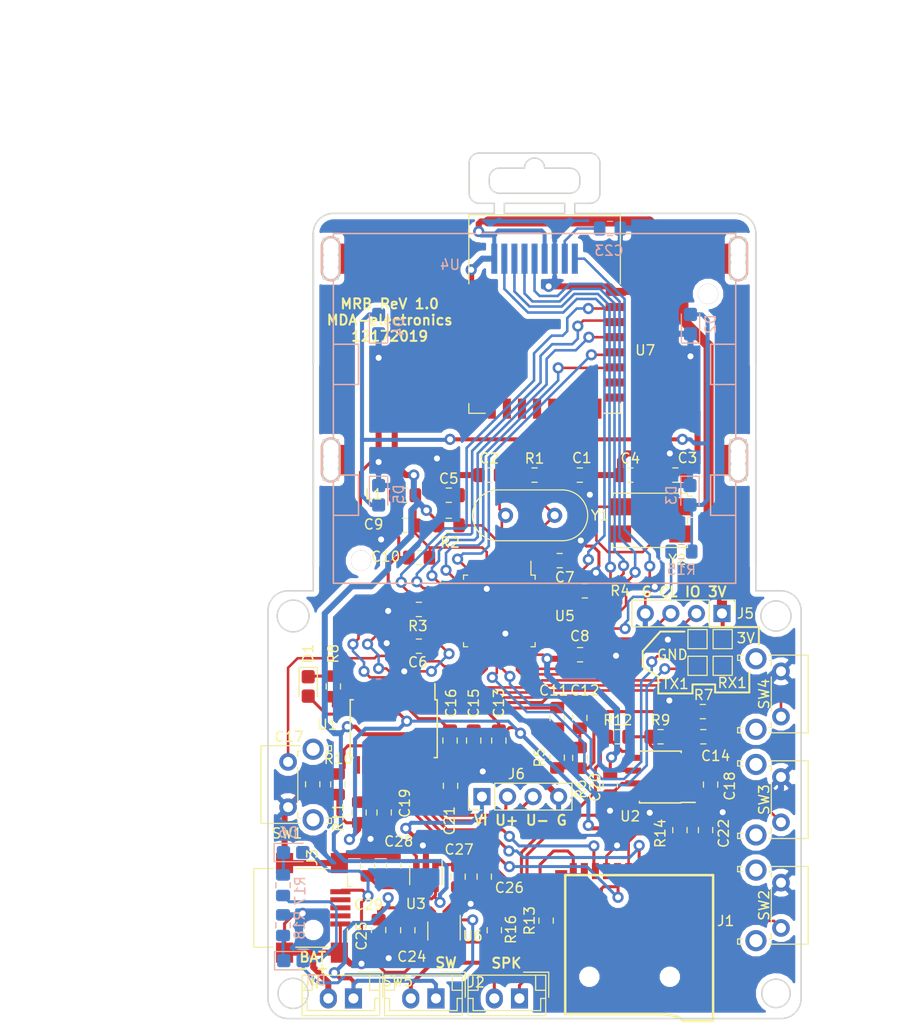
<source format=kicad_pcb>
(kicad_pcb (version 20171130) (host pcbnew "(5.0.0)")
  (layers (0 F.Cu signal) (31 B.Cu signal) (34 B.Paste user hide) (35 F.Paste user hide) (36 B.SilkS user) (37 F.SilkS user) (38 B.Mask user) (39 F.Mask user) (44 Edge.Cuts user))
  (net 0 "")
  (net 1 "Net-(J1-Pad7)")
  (net 2 GND)
  (net 3 "Net-(J1-Pad5)")
  (net 4 "Net-(J1-Pad3)")
  (net 5 "Net-(C18-Pad2)")
  (net 6 "Net-(C1-Pad2)")
  (net 7 "Net-(C2-Pad2)")
  (net 8 "Net-(C3-Pad2)")
  (net 9 "Net-(C4-Pad2)")
  (net 10 "Net-(C5-Pad2)")
  (net 11 +3V3)
  (net 12 "Net-(C10-Pad2)")
  (net 13 "Net-(C11-Pad2)")
  (net 14 "Net-(C12-Pad1)")
  (net 15 "Net-(C12-Pad2)")
  (net 16 /3V-OUT)
  (net 17 "Net-(C14-Pad2)")
  (net 18 "Net-(C14-Pad1)")
  (net 19 "Net-(C17-Pad2)")
  (net 20 "Net-(C19-Pad2)")
  (net 21 "Net-(C21-Pad2)")
  (net 22 "Net-(C22-Pad2)")
  (net 23 "Net-(C23-Pad1)")
  (net 24 "Net-(C24-Pad1)")
  (net 25 "Net-(C25-Pad1)")
  (net 26 /VIN-BAT)
  (net 27 "Net-(C28-Pad1)")
  (net 28 "Net-(D1-Pad1)")
  (net 29 "Net-(D2-Pad2)")
  (net 30 "Net-(D6-Pad1)")
  (net 31 "Net-(D7-Pad1)")
  (net 32 "Net-(D7-Pad2)")
  (net 33 "Net-(J1-Pad9)")
  (net 34 "Net-(J2-Pad1)")
  (net 35 "Net-(J2-Pad2)")
  (net 36 /SWDIO)
  (net 37 /SWCLK)
  (net 38 /USB-)
  (net 39 /USB+)
  (net 40 "Net-(R3-Pad1)")
  (net 41 "Net-(R4-Pad1)")
  (net 42 "Net-(R8-Pad1)")
  (net 43 "Net-(R12-Pad2)")
  (net 44 /LCD_LED)
  (net 45 "Net-(R16-Pad1)")
  (net 46 "Net-(SW1-Pad2)")
  (net 47 "Net-(SW2-Pad2)")
  (net 48 "Net-(SW3-Pad2)")
  (net 49 "Net-(SW4-Pad2)")
  (net 50 /YX_TX)
  (net 51 /YX_RX)
  (net 52 /LCD_CLK)
  (net 53 /LCD_DIN)
  (net 54 /LCD_DC)
  (net 55 /LCD_RST)
  (net 56 /LCD_CE)
  (net 57 /BLE_RX)
  (net 58 /BLE_TX)
  (net 59 /BLE_EN)
  (net 60 /BLE_PWR)
  (net 61 /BLE_RST)
  (net 62 "Net-(C11-Pad1)")
  (net 63 /TX1)
  (net 64 /RX1)
  (module Package_SO:SSOP-24_5.3x8.2mm_P0.65mm (layer F.Cu) (at 134 78.2 270)
    (fp_text reference U1 (at -0.4 6.6) (layer F.SilkS))
    (fp_text value YX5200)
    (pad 1 smd rect (at -3.6 -3.575 270) (size 1.75 0.45) (layers F.Cu F.Paste F.Mask) (net 14 "Net-(C12-Pad1)"))
    (pad 2 smd rect (at -3.6 -2.925 270) (size 1.75 0.45) (layers F.Cu F.Paste F.Mask) (net 62 "Net-(C11-Pad1)"))
    (pad 3 smd rect (at -3.6 -2.275 270) (size 1.75 0.45) (layers F.Cu F.Paste F.Mask) (net 16 /3V-OUT))
    (pad 4 smd rect (at -3.6 -1.625 270) (size 1.75 0.45) (layers F.Cu F.Paste F.Mask) (net 11 +3V3))
    (pad 5 smd rect (at -3.6 -0.975 270) (size 1.75 0.45) (layers F.Cu F.Paste F.Mask) (net 2 GND))
    (pad 6 smd rect (at -3.6 -0.325 270) (size 1.75 0.45) (layers F.Cu F.Paste F.Mask) (net 50 /YX_TX))
    (pad 7 smd rect (at -3.6 0.325 270) (size 1.75 0.45) (layers F.Cu F.Paste F.Mask) (net 51 /YX_RX))
    (pad 8 smd rect (at -3.6 0.975 270) (size 1.75 0.45) (layers F.Cu F.Paste F.Mask))
    (pad 9 smd rect (at -3.6 1.625 270) (size 1.75 0.45) (layers F.Cu F.Paste F.Mask))
    (pad 10 smd rect (at -3.6 2.275 270) (size 1.75 0.45) (layers F.Cu F.Paste F.Mask))
    (pad 11 smd rect (at -3.6 2.925 270) (size 1.75 0.45) (layers F.Cu F.Paste F.Mask) (net 42 "Net-(R8-Pad1)"))
    (pad 12 smd rect (at -3.6 3.575 270) (size 1.75 0.45) (layers F.Cu F.Paste F.Mask))
    (pad 13 smd rect (at 3.6 3.575 270) (size 1.75 0.45) (layers F.Cu F.Paste F.Mask))
    (pad 14 smd rect (at 3.6 2.925 270) (size 1.75 0.45) (layers F.Cu F.Paste F.Mask))
    (pad 15 smd rect (at 3.6 2.275 270) (size 1.75 0.45) (layers F.Cu F.Paste F.Mask) (net 19 "Net-(C17-Pad2)"))
    (pad 16 smd rect (at 3.6 1.625 270) (size 1.75 0.45) (layers F.Cu F.Paste F.Mask) (net 20 "Net-(C19-Pad2)"))
    (pad 17 smd rect (at 3.6 0.975 270) (size 1.75 0.45) (layers F.Cu F.Paste F.Mask) (net 3 "Net-(J1-Pad5)"))
    (pad 18 smd rect (at 3.6 0.325 270) (size 1.75 0.45) (layers F.Cu F.Paste F.Mask) (net 4 "Net-(J1-Pad3)"))
    (pad 19 smd rect (at 3.6 -0.325 270) (size 1.75 0.45) (layers F.Cu F.Paste F.Mask) (net 1 "Net-(J1-Pad7)"))
    (pad 20 smd rect (at 3.6 -0.975 270) (size 1.75 0.45) (layers F.Cu F.Paste F.Mask) (net 38 /USB-))
    (pad 21 smd rect (at 3.6 -1.625 270) (size 1.75 0.45) (layers F.Cu F.Paste F.Mask) (net 39 /USB+))
    (pad 22 smd rect (at 3.6 -2.275 270) (size 1.75 0.45) (layers F.Cu F.Paste F.Mask))
    (pad 23 smd rect (at 3.6 -2.925 270) (size 1.75 0.45) (layers F.Cu F.Paste F.Mask) (net 21 "Net-(C21-Pad2)"))
    (pad 24 smd rect (at 3.6 -3.575 270) (size 1.75 0.45) (layers F.Cu F.Paste F.Mask) (net 2 GND))
  )
  (module Nokia_lcd:Nokia_5110-3310_LCD-F.Paste-B.Paste (layer B.Cu) (at 148 29 180)
    (fp_text reference U4 (at 8.4 -3.1 180) (layer B.SilkS) (effects (justify mirror)))
    (fp_text value Nokia_5110_LCD)
    (pad "" thru_hole circle (at 17.25 -32.5 180) (size 2 2) (drill 2) (layers *.Cu))
    (pad "" np_thru_hole circle (at 20.25 -23 180) (size 1.5 1.5) (drill 1.5) (layers *.Mask F.Cu B.SilkS))
    (pad "" np_thru_hole circle (at 20.25 -21.75 180) (size 1.5 1.5) (drill 1.5) (layers *.Mask F.Cu B.SilkS))
    (pad "" np_thru_hole circle (at -20.25 -23.25 180) (size 1.5 1.5) (drill 1.5) (layers *.Mask F.Cu B.SilkS))
    (pad "" np_thru_hole circle (at -20.25 -22 180) (size 1.5 1.5) (drill 1.5) (layers *.Mask F.Cu B.SilkS))
    (pad "" np_thru_hole circle (at -20.25 -23.75 180) (size 1.5 1.5) (drill 1.5) (layers *.Mask F.Cu B.SilkS))
    (pad "" np_thru_hole circle (at -20.25 -21.25 180) (size 1.5 1.5) (drill 1.5) (layers *.Mask F.Cu B.SilkS))
    (pad "" np_thru_hole circle (at -20.25 -3.75 180) (size 1.5 1.5) (drill 1.5) (layers *.Mask F.Cu B.SilkS))
    (pad "" np_thru_hole circle (at -20.25 -3.25 180) (size 1.5 1.5) (drill 1.5) (layers *.Mask F.Cu B.SilkS))
    (pad "" np_thru_hole circle (at -20.25 -1.25 180) (size 1.5 1.5) (drill 1.5) (layers *.Mask F.Cu B.SilkS))
    (pad "" np_thru_hole circle (at -20.25 -1.75 180) (size 1.5 1.5) (drill 1.5) (layers *.Mask F.Cu B.SilkS))
    (pad "" np_thru_hole circle (at 20.25 -23.75 180) (size 1.5 1.5) (drill 1.5) (layers *.Mask F.Cu B.SilkS))
    (pad "" np_thru_hole circle (at 20.25 -21.25 180) (size 1.5 1.5) (drill 1.5) (layers *.Mask F.Cu B.SilkS))
    (pad "" np_thru_hole circle (at 20.25 -3 180) (size 1.5 1.5) (drill 1.5) (layers *.Mask F.Cu B.SilkS))
    (pad "" smd rect (at 19 -2.5 180) (size 1.5 3) (layers F.Cu F.Paste F.Mask))
    (pad "" smd rect (at 19 -22.5 180) (size 1.5 3) (layers F.Cu F.Paste F.Mask))
    (pad "" smd rect (at -19 -22.5 180) (size 1.5 3) (layers F.Cu F.Paste F.Mask))
    (pad "" smd rect (at -19 -2.5 180) (size 1.5 3) (layers F.Cu F.Paste F.Mask))
    (pad "" np_thru_hole oval (at 20.25 -22.5 180) (size 2 4.5) (drill 1.5) (layers *.Mask F.Cu B.SilkS))
    (pad "" np_thru_hole oval (at -20.25 -22.5 180) (size 2 4.5) (drill 1.5) (layers *.Mask F.Cu B.SilkS))
    (pad "" np_thru_hole oval (at 20.25 -2.5 180) (size 2 4.5) (drill 1.5) (layers *.Mask F.Cu B.SilkS))
    (pad "" np_thru_hole oval (at -20.25 -2.5 180) (size 2 4.5) (drill 1.5) (layers *.Mask F.Cu B.SilkS))
    (pad 9 smd rect (at 4 -2.5 180) (size 0.6 3) (layers B.Cu B.Paste B.Mask) (net 11 +3V3))
    (pad 8 smd rect (at 3 -2.5 180) (size 0.6 3) (layers B.Cu B.Paste B.Mask) (net 52 /LCD_CLK))
    (pad 7 smd rect (at 2 -2.5 180) (size 0.6 3) (layers B.Cu B.Paste B.Mask) (net 53 /LCD_DIN))
    (pad 6 smd rect (at 1 -2.5 180) (size 0.6 3) (layers B.Cu B.Paste B.Mask) (net 54 /LCD_DC))
    (pad 1 smd rect (at -4 -2.5 180) (size 0.6 3) (layers B.Cu B.Paste B.Mask) (net 55 /LCD_RST))
    (pad 2 smd rect (at -3 -2.5 180) (size 0.6 3) (layers B.Cu B.Paste B.Mask) (net 23 "Net-(C23-Pad1)"))
    (pad 5 smd rect (at 0 -2.5 180) (size 0.6 3) (layers B.Cu B.Paste B.Mask) (net 56 /LCD_CE))
    (pad 4 smd rect (at -1 -2.5 180) (size 0.6 3) (layers B.Cu B.Paste B.Mask) (net 11 +3V3))
    (pad 3 smd rect (at -2 -2.5 180) (size 0.6 3) (layers B.Cu B.Paste B.Mask) (net 2 GND))
    (pad "" np_thru_hole circle (at 20.25 -1.25 180) (size 1.5 1.5) (drill 1.5) (layers *.Mask F.Cu B.SilkS))
    (pad "" np_thru_hole circle (at 20.25 -3.75 180) (size 1.5 1.5) (drill 1.5) (layers *.Mask F.Cu B.SilkS))
    (pad "" np_thru_hole circle (at 20.25 -1.75 180) (size 1.5 1.5) (drill 1.5) (layers *.Mask F.Cu B.SilkS))
    (pad "" thru_hole circle (at -17.25 -6 180) (size 2 2) (drill 2) (layers *.Cu))
  )
  (module microsd:GCT-MEM2055-00-190-01-A (layer F.Cu) (at 158.4 91.55 180)
    (fp_text reference J1 (at -8.6 -5.75 180) (layer F.SilkS))
    (fp_text value Micro_SD_Card)
    (pad 8 smd rect (at 5.45 -0.8 180) (size 0.7 1.6) (layers F.Cu F.Paste F.Mask))
    (pad 7 smd rect (at 4.35 -0.8 180) (size 0.7 1.6) (layers F.Cu F.Paste F.Mask) (net 1 "Net-(J1-Pad7)"))
    (pad 6 smd rect (at 3.25 -0.8 180) (size 0.7 1.6) (layers F.Cu F.Paste F.Mask) (net 2 GND))
    (pad 5 smd rect (at 2.15 -0.8 180) (size 0.7 1.6) (layers F.Cu F.Paste F.Mask) (net 3 "Net-(J1-Pad5)"))
    (pad 4 smd rect (at 1.05 -0.8 180) (size 0.7 1.6) (layers F.Cu F.Paste F.Mask) (net 22 "Net-(C22-Pad2)"))
    (pad 3 smd rect (at -0.05 -0.8 180) (size 0.7 1.6) (layers F.Cu F.Paste F.Mask) (net 4 "Net-(J1-Pad3)"))
    (pad 2 smd rect (at -1.15 -0.8 180) (size 0.7 1.6) (layers F.Cu F.Paste F.Mask))
    (pad 1 smd rect (at -2.25 -0.8 180) (size 0.7 1.6) (layers F.Cu F.Paste F.Mask))
    (pad 10 smd rect (at 7.75 -1.4 180) (size 1.2 1.4) (layers F.Cu F.Paste F.Mask))
    (pad "" smd rect (at -6.85 -1.4 180) (size 1.6 1.4) (layers F.Cu F.Paste F.Mask))
    (pad ~ smd rect (at -7.75 -11) (size 1.2 2.2) (layers F.Cu F.Paste F.Mask))
    (pad "" smd rect (at 7.75 -10.9) (size 1.2 2.2) (layers F.Cu F.Paste F.Mask))
    (pad 9 smd rect (at 6.55 -0.8 180) (size 0.7 1.6) (layers F.Cu F.Paste F.Mask) (net 33 "Net-(J1-Pad9)"))
    (pad "" np_thru_hole circle (at 4.95 -11.3) (size 1 1) (drill 1) (layers *.Cu *.Mask F.SilkS))
    (pad "" np_thru_hole circle (at -3.05 -11.3) (size 1 1) (drill 1) (layers *.Cu *.Mask F.SilkS))
  )
  (module Package_SO:SOIC-8_3.9x4.9mm_P1.27mm (layer F.Cu) (at 160.5 83 180)
    (fp_text reference U2 (at 3 -3.9 180) (layer F.SilkS))
    (fp_text value 8002-amp)
    (pad 1 smd rect (at -2.7 -1.905 180) (size 1.55 0.6) (layers F.Cu F.Paste F.Mask) (net 2 GND))
    (pad 2 smd rect (at -2.7 -0.635 180) (size 1.55 0.6) (layers F.Cu F.Paste F.Mask) (net 5 "Net-(C18-Pad2)"))
    (pad 3 smd rect (at -2.7 0.635 180) (size 1.55 0.6) (layers F.Cu F.Paste F.Mask) (net 5 "Net-(C18-Pad2)"))
    (pad 4 smd rect (at -2.7 1.905 180) (size 1.55 0.6) (layers F.Cu F.Paste F.Mask) (net 43 "Net-(R12-Pad2)"))
    (pad 5 smd rect (at 2.7 1.905 180) (size 1.55 0.6) (layers F.Cu F.Paste F.Mask) (net 35 "Net-(J2-Pad2)"))
    (pad 6 smd rect (at 2.7 0.635 180) (size 1.55 0.6) (layers F.Cu F.Paste F.Mask) (net 11 +3V3))
    (pad 7 smd rect (at 2.7 -0.635 180) (size 1.55 0.6) (layers F.Cu F.Paste F.Mask) (net 2 GND))
    (pad 8 smd rect (at 2.7 -1.905 180) (size 1.55 0.6) (layers F.Cu F.Paste F.Mask) (net 34 "Net-(J2-Pad1)"))
  )
  (module Package_TO_SOT_SMD:SOT-23-5 (layer F.Cu) (at 137.2 92.8 270)
    (fp_text reference U3 (at 2.8 1) (layer F.SilkS))
    (fp_text value MIC5205-3.3)
    (pad 5 smd rect (at 1.1 -0.95 270) (size 1.06 0.65) (layers F.Cu F.Paste F.Mask) (net 11 +3V3))
    (pad 4 smd rect (at 1.1 0.95 270) (size 1.06 0.65) (layers F.Cu F.Paste F.Mask) (net 27 "Net-(C28-Pad1)"))
    (pad 3 smd rect (at -1.1 0.95 270) (size 1.06 0.65) (layers F.Cu F.Paste F.Mask) (net 26 /VIN-BAT))
    (pad 2 smd rect (at -1.1 0 270) (size 1.06 0.65) (layers F.Cu F.Paste F.Mask) (net 2 GND))
    (pad 1 smd rect (at -1.1 -0.95 270) (size 1.06 0.65) (layers F.Cu F.Paste F.Mask) (net 26 /VIN-BAT))
  )
  (module Package_QFP:LQFP-48_7x7mm_P0.5mm (layer F.Cu) (at 144.5 66.5 270)
    (fp_text reference U5 (at 0.5 -6.5) (layer F.SilkS))
    (fp_text value STM32F103C8Tx)
    (pad 1 smd rect (at -4.35 -2.75 270) (size 1.3 0.25) (layers F.Cu F.Paste F.Mask))
    (pad 2 smd rect (at -4.35 -2.25 270) (size 1.3 0.25) (layers F.Cu F.Paste F.Mask))
    (pad 3 smd rect (at -4.35 -1.75 270) (size 1.3 0.25) (layers F.Cu F.Paste F.Mask) (net 8 "Net-(C3-Pad2)"))
    (pad 4 smd rect (at -4.35 -1.25 270) (size 1.3 0.25) (layers F.Cu F.Paste F.Mask) (net 9 "Net-(C4-Pad2)"))
    (pad 5 smd rect (at -4.35 -0.75 270) (size 1.3 0.25) (layers F.Cu F.Paste F.Mask) (net 6 "Net-(C1-Pad2)"))
    (pad 6 smd rect (at -4.35 -0.25 270) (size 1.3 0.25) (layers F.Cu F.Paste F.Mask) (net 7 "Net-(C2-Pad2)"))
    (pad 7 smd rect (at -4.35 0.25 270) (size 1.3 0.25) (layers F.Cu F.Paste F.Mask) (net 10 "Net-(C5-Pad2)"))
    (pad 8 smd rect (at -4.35 0.75 270) (size 1.3 0.25) (layers F.Cu F.Paste F.Mask) (net 2 GND))
    (pad 9 smd rect (at -4.35 1.25 270) (size 1.3 0.25) (layers F.Cu F.Paste F.Mask) (net 12 "Net-(C10-Pad2)"))
    (pad 10 smd rect (at -4.35 1.75 270) (size 1.3 0.25) (layers F.Cu F.Paste F.Mask))
    (pad 11 smd rect (at -4.35 2.25 270) (size 1.3 0.25) (layers F.Cu F.Paste F.Mask))
    (pad 12 smd rect (at -4.35 2.75 270) (size 1.3 0.25) (layers F.Cu F.Paste F.Mask) (net 57 /BLE_RX))
    (pad 13 smd rect (at -2.75 4.35) (size 1.3 0.25) (layers F.Cu F.Paste F.Mask) (net 58 /BLE_TX))
    (pad 14 smd rect (at -2.25 4.35) (size 1.3 0.25) (layers F.Cu F.Paste F.Mask) (net 59 /BLE_EN))
    (pad 15 smd rect (at -1.75 4.35) (size 1.3 0.25) (layers F.Cu F.Paste F.Mask) (net 60 /BLE_PWR))
    (pad 16 smd rect (at -1.25 4.35) (size 1.3 0.25) (layers F.Cu F.Paste F.Mask) (net 61 /BLE_RST))
    (pad 17 smd rect (at -0.75 4.35) (size 1.3 0.25) (layers F.Cu F.Paste F.Mask))
    (pad 18 smd rect (at -0.25 4.35) (size 1.3 0.25) (layers F.Cu F.Paste F.Mask))
    (pad 19 smd rect (at 0.25 4.35) (size 1.3 0.25) (layers F.Cu F.Paste F.Mask))
    (pad 20 smd rect (at 0.75 4.35) (size 1.3 0.25) (layers F.Cu F.Paste F.Mask) (net 40 "Net-(R3-Pad1)"))
    (pad 21 smd rect (at 1.25 4.35) (size 1.3 0.25) (layers F.Cu F.Paste F.Mask) (net 51 /YX_RX))
    (pad 22 smd rect (at 1.75 4.35) (size 1.3 0.25) (layers F.Cu F.Paste F.Mask) (net 50 /YX_TX))
    (pad 23 smd rect (at 2.25 4.35) (size 1.3 0.25) (layers F.Cu F.Paste F.Mask) (net 2 GND))
    (pad 24 smd rect (at 2.75 4.35) (size 1.3 0.25) (layers F.Cu F.Paste F.Mask) (net 11 +3V3))
    (pad 25 smd rect (at 4.35 2.75 270) (size 1.3 0.25) (layers F.Cu F.Paste F.Mask) (net 46 "Net-(SW1-Pad2)"))
    (pad 26 smd rect (at 4.35 2.25 270) (size 1.3 0.25) (layers F.Cu F.Paste F.Mask) (net 47 "Net-(SW2-Pad2)"))
    (pad 27 smd rect (at 4.35 1.75 270) (size 1.3 0.25) (layers F.Cu F.Paste F.Mask) (net 48 "Net-(SW3-Pad2)"))
    (pad 28 smd rect (at 4.35 1.25 270) (size 1.3 0.25) (layers F.Cu F.Paste F.Mask) (net 49 "Net-(SW4-Pad2)"))
    (pad 29 smd rect (at 4.35 0.75 270) (size 1.3 0.25) (layers F.Cu F.Paste F.Mask))
    (pad 30 smd rect (at 4.35 0.25 270) (size 1.3 0.25) (layers F.Cu F.Paste F.Mask) (net 63 /TX1))
    (pad 31 smd rect (at 4.35 -0.25 270) (size 1.3 0.25) (layers F.Cu F.Paste F.Mask) (net 64 /RX1))
    (pad 32 smd rect (at 4.35 -0.75 270) (size 1.3 0.25) (layers F.Cu F.Paste F.Mask))
    (pad 33 smd rect (at 4.35 -1.25 270) (size 1.3 0.25) (layers F.Cu F.Paste F.Mask))
    (pad 34 smd rect (at 4.35 -1.75 270) (size 1.3 0.25) (layers F.Cu F.Paste F.Mask) (net 36 /SWDIO))
    (pad 35 smd rect (at 4.35 -2.25 270) (size 1.3 0.25) (layers F.Cu F.Paste F.Mask) (net 2 GND))
    (pad 36 smd rect (at 4.35 -2.75 270) (size 1.3 0.25) (layers F.Cu F.Paste F.Mask) (net 11 +3V3))
    (pad 37 smd rect (at 2.75 -4.35) (size 1.3 0.25) (layers F.Cu F.Paste F.Mask) (net 37 /SWCLK))
    (pad 38 smd rect (at 2.25 -4.35) (size 1.3 0.25) (layers F.Cu F.Paste F.Mask))
    (pad 39 smd rect (at 1.75 -4.35) (size 1.3 0.25) (layers F.Cu F.Paste F.Mask) (net 44 /LCD_LED))
    (pad 40 smd rect (at 1.25 -4.35) (size 1.3 0.25) (layers F.Cu F.Paste F.Mask) (net 55 /LCD_RST))
    (pad 41 smd rect (at 0.75 -4.35) (size 1.3 0.25) (layers F.Cu F.Paste F.Mask) (net 56 /LCD_CE))
    (pad 42 smd rect (at 0.25 -4.35) (size 1.3 0.25) (layers F.Cu F.Paste F.Mask) (net 54 /LCD_DC))
    (pad 43 smd rect (at -0.25 -4.35) (size 1.3 0.25) (layers F.Cu F.Paste F.Mask) (net 53 /LCD_DIN))
    (pad 44 smd rect (at -0.75 -4.35) (size 1.3 0.25) (layers F.Cu F.Paste F.Mask) (net 41 "Net-(R4-Pad1)"))
    (pad 45 smd rect (at -1.25 -4.35) (size 1.3 0.25) (layers F.Cu F.Paste F.Mask) (net 52 /LCD_CLK))
    (pad 46 smd rect (at -1.75 -4.35) (size 1.3 0.25) (layers F.Cu F.Paste F.Mask))
    (pad 47 smd rect (at -2.25 -4.35) (size 1.3 0.25) (layers F.Cu F.Paste F.Mask) (net 2 GND))
    (pad 48 smd rect (at -2.75 -4.35) (size 1.3 0.25) (layers F.Cu F.Paste F.Mask) (net 11 +3V3))
  )
  (module Package_TO_SOT_SMD:SOT-23-5 (layer F.Cu) (at 139 98.3 270)
    (fp_text reference U6 (at 0.5 -2.85) (layer F.SilkS))
    (fp_text value MCP73831-2-OT)
    (pad 1 smd rect (at -1.1 -0.95 270) (size 1.06 0.65) (layers F.Cu F.Paste F.Mask) (net 32 "Net-(D7-Pad2)"))
    (pad 2 smd rect (at -1.1 0 270) (size 1.06 0.65) (layers F.Cu F.Paste F.Mask) (net 2 GND))
    (pad 3 smd rect (at -1.1 0.95 270) (size 1.06 0.65) (layers F.Cu F.Paste F.Mask) (net 25 "Net-(C25-Pad1)"))
    (pad 4 smd rect (at 1.1 0.95 270) (size 1.06 0.65) (layers F.Cu F.Paste F.Mask) (net 24 "Net-(C24-Pad1)"))
    (pad 5 smd rect (at 1.1 -0.95 270) (size 1.06 0.65) (layers F.Cu F.Paste F.Mask) (net 45 "Net-(R16-Pad1)"))
  )
  (module JDY-08:JDY-08_HandSoldering (layer F.Cu) (at 149 37)
    (fp_text reference U7 (at 10 3.6) (layer F.SilkS))
    (fp_text value JDY-08)
    (pad 1 smd rect (at -7.07 -2.2 180) (size 2 0.8) (layers F.Cu F.Paste F.Mask) (net 11 +3V3))
    (pad 9 smd rect (at -5.25 9.4 180) (size 0.8 2) (layers F.Cu F.Paste F.Mask))
    (pad 24 smd rect (at 7.07 -2.2 180) (size 2 0.8) (layers F.Cu F.Paste F.Mask) (net 2 GND))
    (pad 23 smd rect (at 7.07 -0.7 180) (size 2 0.8) (layers F.Cu F.Paste F.Mask) (net 61 /BLE_RST))
    (pad 2 smd rect (at -7.07 -0.7 180) (size 2 0.8) (layers F.Cu F.Paste F.Mask))
    (pad 3 smd rect (at -7.07 0.8 180) (size 2 0.8) (layers F.Cu F.Paste F.Mask))
    (pad 22 smd rect (at 7.07 0.8 180) (size 2 0.8) (layers F.Cu F.Paste F.Mask) (net 60 /BLE_PWR))
    (pad 21 smd rect (at 7.07 2.3 180) (size 2 0.8) (layers F.Cu F.Paste F.Mask) (net 59 /BLE_EN))
    (pad 4 smd rect (at -7.07 2.3 180) (size 2 0.8) (layers F.Cu F.Paste F.Mask))
    (pad 5 smd rect (at -7.07 3.8 180) (size 2 0.8) (layers F.Cu F.Paste F.Mask))
    (pad 20 smd rect (at 7.07 3.8 180) (size 2 0.8) (layers F.Cu F.Paste F.Mask) (net 57 /BLE_RX))
    (pad 19 smd rect (at 7.07 5.3 180) (size 2 0.8) (layers F.Cu F.Paste F.Mask) (net 58 /BLE_TX))
    (pad 6 smd rect (at -7.07 5.3 180) (size 2 0.8) (layers F.Cu F.Paste F.Mask))
    (pad 7 smd rect (at -7.07 6.8 180) (size 2 0.8) (layers F.Cu F.Paste F.Mask))
    (pad 18 smd rect (at 7.07 6.8 180) (size 2 0.8) (layers F.Cu F.Paste F.Mask))
    (pad 17 smd rect (at 7.07 8.3 180) (size 2 0.8) (layers F.Cu F.Paste F.Mask))
    (pad 8 smd rect (at -7.07 8.3 180) (size 2 0.8) (layers F.Cu F.Paste F.Mask))
    (pad 10 smd rect (at -3.75 9.4 180) (size 0.8 2) (layers F.Cu F.Paste F.Mask))
    (pad 11 smd rect (at -2.25 9.4 180) (size 0.8 2) (layers F.Cu F.Paste F.Mask))
    (pad 12 smd rect (at -0.75 9.4 180) (size 0.8 2) (layers F.Cu F.Paste F.Mask))
    (pad 13 smd rect (at 0.75 9.4 180) (size 0.8 2) (layers F.Cu F.Paste F.Mask))
    (pad 14 smd rect (at 2.25 9.4 180) (size 0.8 2) (layers F.Cu F.Paste F.Mask))
    (pad 15 smd rect (at 3.75 9.4 180) (size 0.8 2) (layers F.Cu F.Paste F.Mask))
    (pad 16 smd rect (at 5.25 9.4 180) (size 0.8 2) (layers F.Cu F.Paste F.Mask))
  )
  (module Capacitor_SMD:C_0805_2012Metric_Pad1.15x1.40mm_HandSolder (layer F.Cu) (at 152.5 53 180)
    (fp_text reference C1 (at -0.2 1.7 180) (layer F.SilkS))
    (fp_text value 20P)
    (pad 2 smd roundrect (at 1.025 0 180) (size 1.15 1.4) (layers F.Cu F.Paste F.Mask) (roundrect_rratio 0.217391) (net 6 "Net-(C1-Pad2)"))
    (pad 1 smd roundrect (at -1.025 0 180) (size 1.15 1.4) (layers F.Cu F.Paste F.Mask) (roundrect_rratio 0.217391) (net 2 GND))
  )
  (module Capacitor_SMD:C_0805_2012Metric_Pad1.15x1.40mm_HandSolder (layer F.Cu) (at 143.5 53)
    (fp_text reference C2 (at 0 -1.65) (layer F.SilkS))
    (fp_text value 20P)
    (pad 1 smd roundrect (at -1.025 0) (size 1.15 1.4) (layers F.Cu F.Paste F.Mask) (roundrect_rratio 0.217391) (net 2 GND))
    (pad 2 smd roundrect (at 1.025 0) (size 1.15 1.4) (layers F.Cu F.Paste F.Mask) (roundrect_rratio 0.217391) (net 7 "Net-(C2-Pad2)"))
  )
  (module Capacitor_SMD:C_0805_2012Metric_Pad1.15x1.40mm_HandSolder (layer F.Cu) (at 162 53 180)
    (fp_text reference C3 (at -1.2 1.7 180) (layer F.SilkS))
    (fp_text value 20P)
    (pad 2 smd roundrect (at 1.025 0 180) (size 1.15 1.4) (layers F.Cu F.Paste F.Mask) (roundrect_rratio 0.217391) (net 8 "Net-(C3-Pad2)"))
    (pad 1 smd roundrect (at -1.025 0 180) (size 1.15 1.4) (layers F.Cu F.Paste F.Mask) (roundrect_rratio 0.217391) (net 2 GND))
  )
  (module Capacitor_SMD:C_0805_2012Metric_Pad1.15x1.40mm_HandSolder (layer F.Cu) (at 157.525 53)
    (fp_text reference C4 (at 0 -1.65) (layer F.SilkS))
    (fp_text value 20P)
    (pad 1 smd roundrect (at -1.025 0) (size 1.15 1.4) (layers F.Cu F.Paste F.Mask) (roundrect_rratio 0.217391) (net 2 GND))
    (pad 2 smd roundrect (at 1.025 0) (size 1.15 1.4) (layers F.Cu F.Paste F.Mask) (roundrect_rratio 0.217391) (net 9 "Net-(C4-Pad2)"))
  )
  (module Capacitor_SMD:C_0805_2012Metric_Pad1.15x1.40mm_HandSolder (layer F.Cu) (at 139.475 55)
    (fp_text reference C5 (at 0 -1.65) (layer F.SilkS))
    (fp_text value 104)
    (pad 1 smd roundrect (at -1.025 0) (size 1.15 1.4) (layers F.Cu F.Paste F.Mask) (roundrect_rratio 0.217391) (net 2 GND))
    (pad 2 smd roundrect (at 1.025 0) (size 1.15 1.4) (layers F.Cu F.Paste F.Mask) (roundrect_rratio 0.217391) (net 10 "Net-(C5-Pad2)"))
  )
  (module Capacitor_SMD:C_0805_2012Metric_Pad1.15x1.40mm_HandSolder (layer F.Cu) (at 136.5 70)
    (fp_text reference C6 (at -0.1 1.6) (layer F.SilkS))
    (fp_text value 104)
    (pad 1 smd roundrect (at -1.025 0) (size 1.15 1.4) (layers F.Cu F.Paste F.Mask) (roundrect_rratio 0.217391) (net 2 GND))
    (pad 2 smd roundrect (at 1.025 0) (size 1.15 1.4) (layers F.Cu F.Paste F.Mask) (roundrect_rratio 0.217391) (net 11 +3V3))
  )
  (module Capacitor_SMD:C_0805_2012Metric_Pad1.15x1.40mm_HandSolder (layer F.Cu) (at 150.5 61.5 180)
    (fp_text reference C7 (at -0.5 -1.65 180) (layer F.SilkS))
    (fp_text value 104)
    (pad 2 smd roundrect (at 1.025 0 180) (size 1.15 1.4) (layers F.Cu F.Paste F.Mask) (roundrect_rratio 0.217391) (net 11 +3V3))
    (pad 1 smd roundrect (at -1.025 0 180) (size 1.15 1.4) (layers F.Cu F.Paste F.Mask) (roundrect_rratio 0.217391) (net 2 GND))
  )
  (module Capacitor_SMD:C_0805_2012Metric_Pad1.15x1.40mm_HandSolder (layer F.Cu) (at 152.525 70.85 180)
    (fp_text reference C8 (at 0.025 1.85 180) (layer F.SilkS))
    (fp_text value 104)
    (pad 1 smd roundrect (at -1.025 0 180) (size 1.15 1.4) (layers F.Cu F.Paste F.Mask) (roundrect_rratio 0.217391) (net 2 GND))
    (pad 2 smd roundrect (at 1.025 0 180) (size 1.15 1.4) (layers F.Cu F.Paste F.Mask) (roundrect_rratio 0.217391) (net 11 +3V3))
  )
  (module Capacitor_SMD:C_0805_2012Metric_Pad1.15x1.40mm_HandSolder (layer F.Cu) (at 135.125 58)
    (fp_text reference C9 (at -3.125 -0.1) (layer F.SilkS))
    (fp_text value 105)
    (pad 2 smd roundrect (at 1.025 0) (size 1.15 1.4) (layers F.Cu F.Paste F.Mask) (roundrect_rratio 0.217391) (net 12 "Net-(C10-Pad2)"))
    (pad 1 smd roundrect (at -1.025 0) (size 1.15 1.4) (layers F.Cu F.Paste F.Mask) (roundrect_rratio 0.217391) (net 2 GND))
  )
  (module Capacitor_SMD:C_0805_2012Metric_Pad1.15x1.40mm_HandSolder (layer F.Cu) (at 136.525 61.2)
    (fp_text reference C10 (at -3.325 -0.1) (layer F.SilkS))
    (fp_text value 103)
    (pad 1 smd roundrect (at -1.025 0) (size 1.15 1.4) (layers F.Cu F.Paste F.Mask) (roundrect_rratio 0.217391) (net 2 GND))
    (pad 2 smd roundrect (at 1.025 0) (size 1.15 1.4) (layers F.Cu F.Paste F.Mask) (roundrect_rratio 0.217391) (net 12 "Net-(C10-Pad2)"))
  )
  (module Capacitor_SMD:C_0805_2012Metric_Pad1.15x1.40mm_HandSolder (layer F.Cu) (at 150.25 77.125 270)
    (fp_text reference C11 (at -2.725 0.35) (layer F.SilkS))
    (fp_text value 106)
    (pad 2 smd roundrect (at 1.025 0 270) (size 1.15 1.4) (layers F.Cu F.Paste F.Mask) (roundrect_rratio 0.217391) (net 13 "Net-(C11-Pad2)"))
    (pad 1 smd roundrect (at -1.025 0 270) (size 1.15 1.4) (layers F.Cu F.Paste F.Mask) (roundrect_rratio 0.217391) (net 62 "Net-(C11-Pad1)"))
  )
  (module Capacitor_SMD:C_0805_2012Metric_Pad1.15x1.40mm_HandSolder (layer F.Cu) (at 152.5 77.125 270)
    (fp_text reference C12 (at -2.725 -0.5) (layer F.SilkS))
    (fp_text value 106)
    (pad 2 smd roundrect (at 1.025 0 270) (size 1.15 1.4) (layers F.Cu F.Paste F.Mask) (roundrect_rratio 0.217391) (net 15 "Net-(C12-Pad2)"))
    (pad 1 smd roundrect (at -1.025 0 270) (size 1.15 1.4) (layers F.Cu F.Paste F.Mask) (roundrect_rratio 0.217391) (net 14 "Net-(C12-Pad1)"))
  )
  (module Capacitor_SMD:C_0805_2012Metric_Pad1.15x1.40mm_HandSolder (layer F.Cu) (at 144.45 79.375 90)
    (fp_text reference C13 (at 3.725 0 90) (layer F.SilkS))
    (fp_text value 106)
    (pad 1 smd roundrect (at -1.025 0 90) (size 1.15 1.4) (layers F.Cu F.Paste F.Mask) (roundrect_rratio 0.217391) (net 2 GND))
    (pad 2 smd roundrect (at 1.025 0 90) (size 1.15 1.4) (layers F.Cu F.Paste F.Mask) (roundrect_rratio 0.217391) (net 16 /3V-OUT))
  )
  (module Capacitor_SMD:C_0805_2012Metric_Pad1.15x1.40mm_HandSolder (layer F.Cu) (at 164.775 79 180)
    (fp_text reference C14 (at -1.225 -1.9 180) (layer F.SilkS))
    (fp_text value 105)
    (pad 2 smd roundrect (at 1.025 0 180) (size 1.15 1.4) (layers F.Cu F.Paste F.Mask) (roundrect_rratio 0.217391) (net 17 "Net-(C14-Pad2)"))
    (pad 1 smd roundrect (at -1.025 0 180) (size 1.15 1.4) (layers F.Cu F.Paste F.Mask) (roundrect_rratio 0.217391) (net 18 "Net-(C14-Pad1)"))
  )
  (module Capacitor_SMD:C_0805_2012Metric_Pad1.15x1.40mm_HandSolder (layer F.Cu) (at 141.95 79.375 90)
    (fp_text reference C15 (at 3.725 0 90) (layer F.SilkS))
    (fp_text value 105)
    (pad 2 smd roundrect (at 1.025 0 90) (size 1.15 1.4) (layers F.Cu F.Paste F.Mask) (roundrect_rratio 0.217391) (net 11 +3V3))
    (pad 1 smd roundrect (at -1.025 0 90) (size 1.15 1.4) (layers F.Cu F.Paste F.Mask) (roundrect_rratio 0.217391) (net 2 GND))
  )
  (module Capacitor_SMD:C_0805_2012Metric_Pad1.15x1.40mm_HandSolder (layer F.Cu) (at 139.6 79.375 90)
    (fp_text reference C16 (at 3.725 0.1 90) (layer F.SilkS))
    (fp_text value 106)
    (pad 2 smd roundrect (at 1.025 0 90) (size 1.15 1.4) (layers F.Cu F.Paste F.Mask) (roundrect_rratio 0.217391) (net 11 +3V3))
    (pad 1 smd roundrect (at -1.025 0 90) (size 1.15 1.4) (layers F.Cu F.Paste F.Mask) (roundrect_rratio 0.217391) (net 2 GND))
  )
  (module Capacitor_SMD:C_0805_2012Metric_Pad1.15x1.40mm_HandSolder (layer F.Cu) (at 125.95 83.725 90)
    (fp_text reference C17 (at 4.725 -2.35 180) (layer F.SilkS))
    (fp_text value 105)
    (pad 1 smd roundrect (at -1.025 0 90) (size 1.15 1.4) (layers F.Cu F.Paste F.Mask) (roundrect_rratio 0.217391) (net 2 GND))
    (pad 2 smd roundrect (at 1.025 0 90) (size 1.15 1.4) (layers F.Cu F.Paste F.Mask) (roundrect_rratio 0.217391) (net 19 "Net-(C17-Pad2)"))
  )
  (module Capacitor_SMD:C_0805_2012Metric_Pad1.15x1.40mm_HandSolder (layer F.Cu) (at 165.5 83.75 90)
    (fp_text reference C18 (at -0.15 1.9 90) (layer F.SilkS))
    (fp_text value 105)
    (pad 2 smd roundrect (at 1.025 0 90) (size 1.15 1.4) (layers F.Cu F.Paste F.Mask) (roundrect_rratio 0.217391) (net 5 "Net-(C18-Pad2)"))
    (pad 1 smd roundrect (at -1.025 0 90) (size 1.15 1.4) (layers F.Cu F.Paste F.Mask) (roundrect_rratio 0.217391) (net 2 GND))
  )
  (module Capacitor_SMD:C_0805_2012Metric_Pad1.15x1.40mm_HandSolder (layer F.Cu) (at 133.05 86.525 90)
    (fp_text reference C19 (at 0.925 2.05 90) (layer F.SilkS))
    (fp_text value 105)
    (pad 2 smd roundrect (at 1.025 0 90) (size 1.15 1.4) (layers F.Cu F.Paste F.Mask) (roundrect_rratio 0.217391) (net 20 "Net-(C19-Pad2)"))
    (pad 1 smd roundrect (at -1.025 0 90) (size 1.15 1.4) (layers F.Cu F.Paste F.Mask) (roundrect_rratio 0.217391) (net 2 GND))
  )
  (module Capacitor_SMD:C_0805_2012Metric_Pad1.15x1.40mm_HandSolder (layer F.Cu) (at 155.525 83.775 90)
    (fp_text reference C20 (at -0.25 -1.5 90) (layer F.SilkS))
    (fp_text value 105)
    (pad 2 smd roundrect (at 1.025 0 90) (size 1.15 1.4) (layers F.Cu F.Paste F.Mask) (roundrect_rratio 0.217391) (net 11 +3V3))
    (pad 1 smd roundrect (at -1.025 0 90) (size 1.15 1.4) (layers F.Cu F.Paste F.Mask) (roundrect_rratio 0.217391) (net 2 GND))
  )
  (module Capacitor_SMD:C_0805_2012Metric_Pad1.15x1.40mm_HandSolder (layer F.Cu) (at 139.65 83.875 270)
    (fp_text reference C21 (at 3.475 0.1 270) (layer F.SilkS))
    (fp_text value 106)
    (pad 1 smd roundrect (at -1.025 0 270) (size 1.15 1.4) (layers F.Cu F.Paste F.Mask) (roundrect_rratio 0.217391) (net 2 GND))
    (pad 2 smd roundrect (at 1.025 0 270) (size 1.15 1.4) (layers F.Cu F.Paste F.Mask) (roundrect_rratio 0.217391) (net 21 "Net-(C21-Pad2)"))
  )
  (module Capacitor_SMD:C_0805_2012Metric_Pad1.15x1.40mm_HandSolder (layer F.Cu) (at 165 88.275 270)
    (fp_text reference C22 (at 0.325 -1.8 270) (layer F.SilkS))
    (fp_text value 105)
    (pad 2 smd roundrect (at 1.025 0 270) (size 1.15 1.4) (layers F.Cu F.Paste F.Mask) (roundrect_rratio 0.217391) (net 22 "Net-(C22-Pad2)"))
    (pad 1 smd roundrect (at -1.025 0 270) (size 1.15 1.4) (layers F.Cu F.Paste F.Mask) (roundrect_rratio 0.217391) (net 2 GND))
  )
  (module Capacitor_SMD:C_0805_2012Metric_Pad1.15x1.40mm_HandSolder (layer B.Cu) (at 155.5 28.5)
    (fp_text reference C23 (at -0.1 2.2) (layer B.SilkS) (effects (justify mirror)))
    (fp_text value 105)
    (pad 1 smd roundrect (at -1.025 0) (size 1.15 1.4) (layers B.Cu B.Paste B.Mask) (roundrect_rratio 0.217391) (net 23 "Net-(C23-Pad1)"))
    (pad 2 smd roundrect (at 1.025 0) (size 1.15 1.4) (layers B.Cu B.Paste B.Mask) (roundrect_rratio 0.217391) (net 2 GND))
  )
  (module Capacitor_SMD:C_0805_2012Metric_Pad1.15x1.40mm_HandSolder (layer F.Cu) (at 135.4 98.225 90)
    (fp_text reference C24 (at -2.625 0.4 180) (layer F.SilkS))
    (fp_text value 4.7u)
    (pad 1 smd roundrect (at -1.025 0 90) (size 1.15 1.4) (layers F.Cu F.Paste F.Mask) (roundrect_rratio 0.217391) (net 24 "Net-(C24-Pad1)"))
    (pad 2 smd roundrect (at 1.025 0 90) (size 1.15 1.4) (layers F.Cu F.Paste F.Mask) (roundrect_rratio 0.217391) (net 2 GND))
  )
  (module Capacitor_SMD:C_0805_2012Metric_Pad1.15x1.40mm_HandSolder (layer F.Cu) (at 132.5 98.2 270)
    (fp_text reference C25 (at 0.6 1.7 270) (layer F.SilkS))
    (fp_text value 4.7u)
    (pad 2 smd roundrect (at 1.025 0 270) (size 1.15 1.4) (layers F.Cu F.Paste F.Mask) (roundrect_rratio 0.217391) (net 2 GND))
    (pad 1 smd roundrect (at -1.025 0 270) (size 1.15 1.4) (layers F.Cu F.Paste F.Mask) (roundrect_rratio 0.217391) (net 25 "Net-(C25-Pad1)"))
  )
  (module Capacitor_SMD:C_0805_2012Metric_Pad1.15x1.40mm_HandSolder (layer F.Cu) (at 143 92.9 270)
    (fp_text reference C26 (at 1.1 -2.5) (layer F.SilkS))
    (fp_text value 105)
    (pad 1 smd roundrect (at -1.025 0 270) (size 1.15 1.4) (layers F.Cu F.Paste F.Mask) (roundrect_rratio 0.217391) (net 26 /VIN-BAT))
    (pad 2 smd roundrect (at 1.025 0 270) (size 1.15 1.4) (layers F.Cu F.Paste F.Mask) (roundrect_rratio 0.217391) (net 2 GND))
  )
  (module Capacitor_SMD:C_0805_2012Metric_Pad1.15x1.40mm_HandSolder (layer F.Cu) (at 140.4 92.9 270)
    (fp_text reference C27 (at -2.7 -0.1) (layer F.SilkS))
    (fp_text value 104)
    (pad 2 smd roundrect (at 1.025 0 270) (size 1.15 1.4) (layers F.Cu F.Paste F.Mask) (roundrect_rratio 0.217391) (net 2 GND))
    (pad 1 smd roundrect (at -1.025 0 270) (size 1.15 1.4) (layers F.Cu F.Paste F.Mask) (roundrect_rratio 0.217391) (net 26 /VIN-BAT))
  )
  (module Capacitor_SMD:C_0805_2012Metric_Pad1.15x1.40mm_HandSolder (layer F.Cu) (at 134 91.8 90)
    (fp_text reference C28 (at 2.4 0.5 180) (layer F.SilkS))
    (fp_text value 223)
    (pad 2 smd roundrect (at 1.025 0 90) (size 1.15 1.4) (layers F.Cu F.Paste F.Mask) (roundrect_rratio 0.217391) (net 2 GND))
    (pad 1 smd roundrect (at -1.025 0 90) (size 1.15 1.4) (layers F.Cu F.Paste F.Mask) (roundrect_rratio 0.217391) (net 27 "Net-(C28-Pad1)"))
  )
  (module Capacitor_SMD:C_0805_2012Metric_Pad1.15x1.40mm_HandSolder (layer F.Cu) (at 131.4 91.8 90)
    (fp_text reference C29 (at -3.9 0.1 180) (layer F.SilkS))
    (fp_text value 105)
    (pad 1 smd roundrect (at -1.025 0 90) (size 1.15 1.4) (layers F.Cu F.Paste F.Mask) (roundrect_rratio 0.217391) (net 11 +3V3))
    (pad 2 smd roundrect (at 1.025 0 90) (size 1.15 1.4) (layers F.Cu F.Paste F.Mask) (roundrect_rratio 0.217391) (net 2 GND))
  )
  (module LED_SMD:LED_0805_2012Metric_Castellated (layer F.Cu) (at 125.5 74 270)
    (fp_text reference D1 (at -3.25 0 270) (layer F.SilkS))
    (fp_text value "BUSY LED")
    (pad 2 smd roundrect (at 0.9625 0 270) (size 1.325 1.3) (layers F.Cu F.Paste F.Mask) (roundrect_rratio 0.192308) (net 16 /3V-OUT))
    (pad 1 smd roundrect (at -0.9625 0 270) (size 1.325 1.3) (layers F.Cu F.Paste F.Mask) (roundrect_rratio 0.192308) (net 28 "Net-(D1-Pad1)"))
  )
  (module LED_SMD:LED_0805_2012Metric_Castellated (layer B.Cu) (at 163.5 38 90)
    (fp_text reference D2 (at 0 2 90) (layer B.SilkS) (effects (justify mirror)))
    (fp_text value WL)
    (pad 2 smd roundrect (at 0.9625 0 90) (size 1.325 1.3) (layers B.Cu B.Paste B.Mask) (roundrect_rratio 0.192308) (net 29 "Net-(D2-Pad2)"))
    (pad 1 smd roundrect (at -0.9625 0 90) (size 1.325 1.3) (layers B.Cu B.Paste B.Mask) (roundrect_rratio 0.192308) (net 2 GND))
  )
  (module LED_SMD:LED_0805_2012Metric_Castellated (layer B.Cu) (at 163.45 55 270)
    (fp_text reference D3 (at 0 1.85 270) (layer B.SilkS) (effects (justify mirror)))
    (fp_text value WL)
    (pad 1 smd roundrect (at -0.9625 0 270) (size 1.325 1.3) (layers B.Cu B.Paste B.Mask) (roundrect_rratio 0.192308) (net 2 GND))
    (pad 2 smd roundrect (at 0.9625 0 270) (size 1.325 1.3) (layers B.Cu B.Paste B.Mask) (roundrect_rratio 0.192308) (net 29 "Net-(D2-Pad2)"))
  )
  (module LED_SMD:LED_0805_2012Metric_Castellated (layer B.Cu) (at 132.5 38 90)
    (fp_text reference D4 (at -0.3 2 90) (layer B.SilkS) (effects (justify mirror)))
    (fp_text value WL)
    (pad 1 smd roundrect (at -0.9625 0 90) (size 1.325 1.3) (layers B.Cu B.Paste B.Mask) (roundrect_rratio 0.192308) (net 2 GND))
    (pad 2 smd roundrect (at 0.9625 0 90) (size 1.325 1.3) (layers B.Cu B.Paste B.Mask) (roundrect_rratio 0.192308) (net 29 "Net-(D2-Pad2)"))
  )
  (module LED_SMD:LED_0805_2012Metric_Castellated (layer B.Cu) (at 132.5 55 270)
    (fp_text reference D5 (at -0.1 -2 270) (layer B.SilkS) (effects (justify mirror)))
    (fp_text value WL)
    (pad 2 smd roundrect (at 0.9625 0 270) (size 1.325 1.3) (layers B.Cu B.Paste B.Mask) (roundrect_rratio 0.192308) (net 29 "Net-(D2-Pad2)"))
    (pad 1 smd roundrect (at -0.9625 0 270) (size 1.325 1.3) (layers B.Cu B.Paste B.Mask) (roundrect_rratio 0.192308) (net 2 GND))
  )
  (module LED_SMD:LED_0805_2012Metric_Castellated (layer B.Cu) (at 124 90.5)
    (fp_text reference D6 (at -0.5 -2) (layer B.SilkS) (effects (justify mirror)))
    (fp_text value FILL)
    (pad 1 smd roundrect (at -0.9625 0) (size 1.325 1.3) (layers B.Cu B.Paste B.Mask) (roundrect_rratio 0.192308) (net 30 "Net-(D6-Pad1)"))
    (pad 2 smd roundrect (at 0.9625 0) (size 1.325 1.3) (layers B.Cu B.Paste B.Mask) (roundrect_rratio 0.192308) (net 24 "Net-(C24-Pad1)"))
  )
  (module LED_SMD:LED_0805_2012Metric_Castellated (layer B.Cu) (at 124.0375 101.25)
    (fp_text reference D7 (at 2.2625 1.95) (layer B.SilkS) (effects (justify mirror)))
    (fp_text value FULL)
    (pad 1 smd roundrect (at -0.9625 0) (size 1.325 1.3) (layers B.Cu B.Paste B.Mask) (roundrect_rratio 0.192308) (net 31 "Net-(D7-Pad1)"))
    (pad 2 smd roundrect (at 0.9625 0) (size 1.325 1.3) (layers B.Cu B.Paste B.Mask) (roundrect_rratio 0.192308) (net 32 "Net-(D7-Pad2)"))
  )
  (module Connector_JST:JST_EH_B02B-EH-A_1x02_P2.50mm_Vertical (layer F.Cu) (at 146.5 105 180)
    (fp_text reference J2 (at 4.3 1.6 180) (layer F.SilkS))
    (fp_text value SPEAKER)
    (pad 1 thru_hole rect (at 0 0 180) (size 1.7 2) (drill 1) (layers *.Cu *.Mask) (net 34 "Net-(J2-Pad1)"))
    (pad 2 thru_hole oval (at 2.5 0 180) (size 1.7 2) (drill 1) (layers *.Cu *.Mask) (net 35 "Net-(J2-Pad2)"))
  )
  (module Connector_USB:USB_Mini-B_Lumberg_2486_01_Horizontal (layer F.Cu) (at 126 96 270)
    (fp_text reference J3 (at -5 0.1 270) (layer F.SilkS))
    (fp_text value USB_B_Mini)
    (pad 1 smd rect (at -1.6 -2.7 270) (size 0.5 2) (layers F.Cu F.Paste F.Mask) (net 24 "Net-(C24-Pad1)"))
    (pad 2 smd rect (at -0.8 -2.7 270) (size 0.5 2) (layers F.Cu F.Paste F.Mask))
    (pad 3 smd rect (at 0 -2.7 270) (size 0.5 2) (layers F.Cu F.Paste F.Mask))
    (pad 4 smd rect (at 0.8 -2.7 270) (size 0.5 2) (layers F.Cu F.Paste F.Mask))
    (pad 5 smd rect (at 1.6 -2.7 270) (size 0.5 2) (layers F.Cu F.Paste F.Mask) (net 2 GND))
    (pad 6 smd rect (at -4.45 -2.6 270) (size 2 1.7) (layers F.Cu F.Paste F.Mask) (net 2 GND))
    (pad 6 smd rect (at -4.45 2.85 270) (size 2 1.7) (layers F.Cu F.Paste F.Mask) (net 2 GND))
    (pad 6 smd rect (at 4.45 -2.6 270) (size 2 1.7) (layers F.Cu F.Paste F.Mask) (net 2 GND))
    (pad 6 smd rect (at 4.45 2.85 270) (size 2 1.7) (layers F.Cu F.Paste F.Mask) (net 2 GND))
    (pad "" np_thru_hole circle (at -2.2 0 270) (size 1 1) (drill 1) (layers *.Cu *.Mask))
    (pad "" np_thru_hole circle (at 2.2 0 270) (size 1 1) (drill 1) (layers *.Cu *.Mask))
  )
  (module Connector_JST:JST_EH_B02B-EH-A_1x02_P2.50mm_Vertical (layer F.Cu) (at 130 105 180)
    (fp_text reference J4 (at 4.2 1.5 180) (layer F.SilkS))
    (fp_text value BATTERY)
    (pad 1 thru_hole rect (at 0 0 180) (size 1.7 2) (drill 1) (layers *.Cu *.Mask) (net 25 "Net-(C25-Pad1)"))
    (pad 2 thru_hole oval (at 2.5 0 180) (size 1.7 2) (drill 1) (layers *.Cu *.Mask) (net 2 GND))
  )
  (module Connector_PinHeader_2.54mm:PinHeader_1x04_P2.54mm_Vertical (layer F.Cu) (at 166.63 66.75 270)
    (fp_text reference J5 (at 0 -2.33) (layer F.SilkS))
    (fp_text value PROG)
    (pad 1 thru_hole rect (at 0 0 270) (size 1.7 1.7) (drill 1) (layers *.Cu *.Mask) (net 11 +3V3))
    (pad 2 thru_hole oval (at 0 2.54 270) (size 1.7 1.7) (drill 1) (layers *.Cu *.Mask) (net 36 /SWDIO))
    (pad 3 thru_hole oval (at 0 5.08 270) (size 1.7 1.7) (drill 1) (layers *.Cu *.Mask) (net 37 /SWCLK))
    (pad 4 thru_hole oval (at 0 7.62 270) (size 1.7 1.7) (drill 1) (layers *.Cu *.Mask) (net 2 GND))
  )
  (module Connector_PinHeader_2.54mm:PinHeader_1x04_P2.54mm_Vertical (layer F.Cu) (at 142.77 84.95 90)
    (fp_text reference J6 (at 2.25 3.43 180) (layer F.SilkS))
    (fp_text value YX-USB)
    (pad 4 thru_hole oval (at 0 7.62 90) (size 1.7 1.7) (drill 1) (layers *.Cu *.Mask) (net 2 GND))
    (pad 3 thru_hole oval (at 0 5.08 90) (size 1.7 1.7) (drill 1) (layers *.Cu *.Mask) (net 38 /USB-))
    (pad 2 thru_hole oval (at 0 2.54 90) (size 1.7 1.7) (drill 1) (layers *.Cu *.Mask) (net 39 /USB+))
    (pad 1 thru_hole rect (at 0 0 90) (size 1.7 1.7) (drill 1) (layers *.Cu *.Mask) (net 26 /VIN-BAT))
  )
  (module Inductor_SMD:L_0805_2012Metric_Pad1.15x1.40mm_HandSolder (layer F.Cu) (at 135.125 55 180)
    (fp_text reference L1 (at 3.125 0.1 180) (layer F.SilkS))
    (fp_text value L)
    (pad 1 smd roundrect (at -1.025 0 180) (size 1.15 1.4) (layers F.Cu F.Paste F.Mask) (roundrect_rratio 0.217391) (net 12 "Net-(C10-Pad2)"))
    (pad 2 smd roundrect (at 1.025 0 180) (size 1.15 1.4) (layers F.Cu F.Paste F.Mask) (roundrect_rratio 0.217391) (net 11 +3V3))
  )
  (module Resistor_SMD:R_0805_2012Metric_Pad1.15x1.40mm_HandSolder (layer F.Cu) (at 148 53)
    (fp_text reference R1 (at 0 -1.65) (layer F.SilkS))
    (fp_text value 1M)
    (pad 1 smd roundrect (at -1.025 0) (size 1.15 1.4) (layers F.Cu F.Paste F.Mask) (roundrect_rratio 0.217391) (net 7 "Net-(C2-Pad2)"))
    (pad 2 smd roundrect (at 1.025 0) (size 1.15 1.4) (layers F.Cu F.Paste F.Mask) (roundrect_rratio 0.217391) (net 6 "Net-(C1-Pad2)"))
  )
  (module Resistor_SMD:R_0805_2012Metric_Pad1.15x1.40mm_HandSolder (layer F.Cu) (at 139.475 58)
    (fp_text reference R2 (at 0.125 1.7) (layer F.SilkS))
    (fp_text value 10K)
    (pad 2 smd roundrect (at 1.025 0) (size 1.15 1.4) (layers F.Cu F.Paste F.Mask) (roundrect_rratio 0.217391) (net 10 "Net-(C5-Pad2)"))
    (pad 1 smd roundrect (at -1.025 0) (size 1.15 1.4) (layers F.Cu F.Paste F.Mask) (roundrect_rratio 0.217391) (net 11 +3V3))
  )
  (module Resistor_SMD:R_0805_2012Metric_Pad1.15x1.40mm_HandSolder (layer F.Cu) (at 136.5 66.35 180)
    (fp_text reference R3 (at 0.1 -1.65 180) (layer F.SilkS))
    (fp_text value 10K)
    (pad 1 smd roundrect (at -1.025 0 180) (size 1.15 1.4) (layers F.Cu F.Paste F.Mask) (roundrect_rratio 0.217391) (net 40 "Net-(R3-Pad1)"))
    (pad 2 smd roundrect (at 1.025 0 180) (size 1.15 1.4) (layers F.Cu F.Paste F.Mask) (roundrect_rratio 0.217391) (net 2 GND))
  )
  (module Resistor_SMD:R_0805_2012Metric_Pad1.15x1.40mm_HandSolder (layer F.Cu) (at 153 64.5)
    (fp_text reference R4 (at 3.5 0) (layer F.SilkS))
    (fp_text value 10K)
    (pad 2 smd roundrect (at 1.025 0) (size 1.15 1.4) (layers F.Cu F.Paste F.Mask) (roundrect_rratio 0.217391) (net 2 GND))
    (pad 1 smd roundrect (at -1.025 0) (size 1.15 1.4) (layers F.Cu F.Paste F.Mask) (roundrect_rratio 0.217391) (net 41 "Net-(R4-Pad1)"))
  )
  (module Resistor_SMD:R_0805_2012Metric_Pad1.15x1.40mm_HandSolder (layer F.Cu) (at 150.25 81.075 90)
    (fp_text reference R5 (at 0 -1.75 90) (layer F.SilkS))
    (fp_text value 10K)
    (pad 1 smd roundrect (at -1.025 0 90) (size 1.15 1.4) (layers F.Cu F.Paste F.Mask) (roundrect_rratio 0.217391) (net 18 "Net-(C14-Pad1)"))
    (pad 2 smd roundrect (at 1.025 0 90) (size 1.15 1.4) (layers F.Cu F.Paste F.Mask) (roundrect_rratio 0.217391) (net 13 "Net-(C11-Pad2)"))
  )
  (module Resistor_SMD:R_0805_2012Metric_Pad1.15x1.40mm_HandSolder (layer F.Cu) (at 152.5 81.1 90)
    (fp_text reference R6 (at -3.1 0.1 90) (layer F.SilkS))
    (fp_text value 10K)
    (pad 2 smd roundrect (at 1.025 0 90) (size 1.15 1.4) (layers F.Cu F.Paste F.Mask) (roundrect_rratio 0.217391) (net 15 "Net-(C12-Pad2)"))
    (pad 1 smd roundrect (at -1.025 0 90) (size 1.15 1.4) (layers F.Cu F.Paste F.Mask) (roundrect_rratio 0.217391) (net 18 "Net-(C14-Pad1)"))
  )
  (module Resistor_SMD:R_0805_2012Metric_Pad1.15x1.40mm_HandSolder (layer F.Cu) (at 164.725 76.5)
    (fp_text reference R7 (at 0.075 -1.65) (layer F.SilkS))
    (fp_text value 10K)
    (pad 1 smd roundrect (at -1.025 0) (size 1.15 1.4) (layers F.Cu F.Paste F.Mask) (roundrect_rratio 0.217391) (net 18 "Net-(C14-Pad1)"))
    (pad 2 smd roundrect (at 1.025 0) (size 1.15 1.4) (layers F.Cu F.Paste F.Mask) (roundrect_rratio 0.217391) (net 2 GND))
  )
  (module Resistor_SMD:R_0805_2012Metric_Pad1.15x1.40mm_HandSolder (layer F.Cu) (at 128 74 90)
    (fp_text reference R8 (at 3.25 0 90) (layer F.SilkS))
    (fp_text value 1K)
    (pad 2 smd roundrect (at 1.025 0 90) (size 1.15 1.4) (layers F.Cu F.Paste F.Mask) (roundrect_rratio 0.217391) (net 28 "Net-(D1-Pad1)"))
    (pad 1 smd roundrect (at -1.025 0 90) (size 1.15 1.4) (layers F.Cu F.Paste F.Mask) (roundrect_rratio 0.217391) (net 42 "Net-(R8-Pad1)"))
  )
  (module Resistor_SMD:R_0805_2012Metric_Pad1.15x1.40mm_HandSolder (layer F.Cu) (at 160.525 79)
    (fp_text reference R9 (at 0 -1.65) (layer F.SilkS))
    (fp_text value 4K7)
    (pad 1 smd roundrect (at -1.025 0) (size 1.15 1.4) (layers F.Cu F.Paste F.Mask) (roundrect_rratio 0.217391) (net 43 "Net-(R12-Pad2)"))
    (pad 2 smd roundrect (at 1.025 0) (size 1.15 1.4) (layers F.Cu F.Paste F.Mask) (roundrect_rratio 0.217391) (net 17 "Net-(C14-Pad2)"))
  )
  (module Resistor_SMD:R_0805_2012Metric_Pad1.15x1.40mm_HandSolder (layer F.Cu) (at 128.45 83.725 90)
    (fp_text reference R10 (at 2.525 0.05 180) (layer F.SilkS))
    (fp_text value 22K)
    (pad 2 smd roundrect (at 1.025 0 90) (size 1.15 1.4) (layers F.Cu F.Paste F.Mask) (roundrect_rratio 0.217391) (net 19 "Net-(C17-Pad2)"))
    (pad 1 smd roundrect (at -1.025 0 90) (size 1.15 1.4) (layers F.Cu F.Paste F.Mask) (roundrect_rratio 0.217391) (net 16 /3V-OUT))
  )
  (module Resistor_SMD:R_0805_2012Metric_Pad1.15x1.40mm_HandSolder (layer F.Cu) (at 130.55 86.525 90)
    (fp_text reference R11 (at -0.475 -2.05 90) (layer F.SilkS))
    (fp_text value 22K)
    (pad 1 smd roundrect (at -1.025 0 90) (size 1.15 1.4) (layers F.Cu F.Paste F.Mask) (roundrect_rratio 0.217391) (net 16 /3V-OUT))
    (pad 2 smd roundrect (at 1.025 0 90) (size 1.15 1.4) (layers F.Cu F.Paste F.Mask) (roundrect_rratio 0.217391) (net 20 "Net-(C19-Pad2)"))
  )
  (module Resistor_SMD:R_0805_2012Metric_Pad1.15x1.40mm_HandSolder (layer F.Cu) (at 156.275 79)
    (fp_text reference R12 (at 0 -1.65) (layer F.SilkS))
    (fp_text value 20K)
    (pad 2 smd roundrect (at 1.025 0) (size 1.15 1.4) (layers F.Cu F.Paste F.Mask) (roundrect_rratio 0.217391) (net 43 "Net-(R12-Pad2)"))
    (pad 1 smd roundrect (at -1.025 0) (size 1.15 1.4) (layers F.Cu F.Paste F.Mask) (roundrect_rratio 0.217391) (net 35 "Net-(J2-Pad2)"))
  )
  (module Resistor_SMD:R_0805_2012Metric_Pad1.15x1.40mm_HandSolder (layer F.Cu) (at 149.15 97.275 90)
    (fp_text reference R13 (at 0 -1.65 90) (layer F.SilkS))
    (fp_text value 3K3)
    (pad 1 smd roundrect (at -1.025 0 90) (size 1.15 1.4) (layers F.Cu F.Paste F.Mask) (roundrect_rratio 0.217391) (net 3 "Net-(J1-Pad5)"))
    (pad 2 smd roundrect (at 1.025 0 90) (size 1.15 1.4) (layers F.Cu F.Paste F.Mask) (roundrect_rratio 0.217391) (net 33 "Net-(J1-Pad9)"))
  )
  (module Resistor_SMD:R_0805_2012Metric_Pad1.15x1.40mm_HandSolder (layer F.Cu) (at 162.45 88.275 270)
    (fp_text reference R14 (at 0.325 1.95 270) (layer F.SilkS))
    (fp_text value 4R7)
    (pad 1 smd roundrect (at -1.025 0 270) (size 1.15 1.4) (layers F.Cu F.Paste F.Mask) (roundrect_rratio 0.217391) (net 16 /3V-OUT))
    (pad 2 smd roundrect (at 1.025 0 270) (size 1.15 1.4) (layers F.Cu F.Paste F.Mask) (roundrect_rratio 0.217391) (net 22 "Net-(C22-Pad2)"))
  )
  (module Resistor_SMD:R_0805_2012Metric_Pad1.15x1.40mm_HandSolder (layer B.Cu) (at 162.6 60.6)
    (fp_text reference R15 (at 0 1.8) (layer B.SilkS) (effects (justify mirror)))
    (fp_text value 150)
    (pad 2 smd roundrect (at 1.025 0) (size 1.15 1.4) (layers B.Cu B.Paste B.Mask) (roundrect_rratio 0.217391) (net 29 "Net-(D2-Pad2)"))
    (pad 1 smd roundrect (at -1.025 0) (size 1.15 1.4) (layers B.Cu B.Paste B.Mask) (roundrect_rratio 0.217391) (net 44 /LCD_LED))
  )
  (module Resistor_SMD:R_0805_2012Metric_Pad1.15x1.40mm_HandSolder (layer F.Cu) (at 144 98.225 90)
    (fp_text reference R16 (at 0.075 1.65 90) (layer F.SilkS))
    (fp_text value 2k)
    (pad 1 smd roundrect (at -1.025 0 90) (size 1.15 1.4) (layers F.Cu F.Paste F.Mask) (roundrect_rratio 0.217391) (net 45 "Net-(R16-Pad1)"))
    (pad 2 smd roundrect (at 1.025 0 90) (size 1.15 1.4) (layers F.Cu F.Paste F.Mask) (roundrect_rratio 0.217391) (net 2 GND))
  )
  (module Resistor_SMD:R_0805_2012Metric_Pad1.15x1.40mm_HandSolder (layer B.Cu) (at 123 93.75 270)
    (fp_text reference R17 (at 0.55 -1.7 270) (layer B.SilkS) (effects (justify mirror)))
    (fp_text value 1k)
    (pad 2 smd roundrect (at 1.025 0 270) (size 1.15 1.4) (layers B.Cu B.Paste B.Mask) (roundrect_rratio 0.217391) (net 32 "Net-(D7-Pad2)"))
    (pad 1 smd roundrect (at -1.025 0 270) (size 1.15 1.4) (layers B.Cu B.Paste B.Mask) (roundrect_rratio 0.217391) (net 30 "Net-(D6-Pad1)"))
  )
  (module Resistor_SMD:R_0805_2012Metric_Pad1.15x1.40mm_HandSolder (layer B.Cu) (at 123 97.725 90)
    (fp_text reference R18 (at 0 1.65 90) (layer B.SilkS) (effects (justify mirror)))
    (fp_text value 1k)
    (pad 2 smd roundrect (at 1.025 0 90) (size 1.15 1.4) (layers B.Cu B.Paste B.Mask) (roundrect_rratio 0.217391) (net 2 GND))
    (pad 1 smd roundrect (at -1.025 0 90) (size 1.15 1.4) (layers B.Cu B.Paste B.Mask) (roundrect_rratio 0.217391) (net 31 "Net-(D7-Pad1)"))
  )
  (module Button_Switch_THT:SW_Tactile_SPST_Angled_PTS645Vx58-2LFS (layer F.Cu) (at 123.5 86 90)
    (fp_text reference SW1 (at -2.6 -0.1 180) (layer F.SilkS))
    (fp_text value SW_Push)
    (pad "" thru_hole circle (at 5.76 2.49 90) (size 2.1 2.1) (drill 1.3) (layers *.Cu *.Mask))
    (pad 2 thru_hole circle (at 4.5 0 90) (size 1.75 1.75) (drill 0.99) (layers *.Cu *.Mask) (net 46 "Net-(SW1-Pad2)"))
    (pad 1 thru_hole circle (at 0 0 90) (size 1.75 1.75) (drill 0.99) (layers *.Cu *.Mask) (net 2 GND))
    (pad "" thru_hole circle (at -1.25 2.49 90) (size 2.1 2.1) (drill 1.3) (layers *.Cu *.Mask))
  )
  (module Button_Switch_THT:SW_Tactile_SPST_Angled_PTS645Vx58-2LFS (layer F.Cu) (at 172.5 93.5 270)
    (fp_text reference SW2 (at 2.25 1.68 270) (layer F.SilkS))
    (fp_text value SW_Push)
    (pad "" thru_hole circle (at -1.25 2.49 270) (size 2.1 2.1) (drill 1.3) (layers *.Cu *.Mask))
    (pad 1 thru_hole circle (at 0 0 270) (size 1.75 1.75) (drill 0.99) (layers *.Cu *.Mask) (net 2 GND))
    (pad 2 thru_hole circle (at 4.5 0 270) (size 1.75 1.75) (drill 0.99) (layers *.Cu *.Mask) (net 47 "Net-(SW2-Pad2)"))
    (pad "" thru_hole circle (at 5.76 2.49 270) (size 2.1 2.1) (drill 1.3) (layers *.Cu *.Mask))
  )
  (module Button_Switch_THT:SW_Tactile_SPST_Angled_PTS645Vx58-2LFS (layer F.Cu) (at 172.5 83 270)
    (fp_text reference SW3 (at 2.25 1.68 270) (layer F.SilkS))
    (fp_text value SW_Push)
    (pad "" thru_hole circle (at 5.76 2.49 270) (size 2.1 2.1) (drill 1.3) (layers *.Cu *.Mask))
    (pad 2 thru_hole circle (at 4.5 0 270) (size 1.75 1.75) (drill 0.99) (layers *.Cu *.Mask) (net 48 "Net-(SW3-Pad2)"))
    (pad 1 thru_hole circle (at 0 0 270) (size 1.75 1.75) (drill 0.99) (layers *.Cu *.Mask) (net 2 GND))
    (pad "" thru_hole circle (at -1.25 2.49 270) (size 2.1 2.1) (drill 1.3) (layers *.Cu *.Mask))
  )
  (module Button_Switch_THT:SW_Tactile_SPST_Angled_PTS645Vx58-2LFS (layer F.Cu) (at 172.5 72.5 270)
    (fp_text reference SW4 (at 2.25 1.68 270) (layer F.SilkS))
    (fp_text value SW_Push)
    (pad "" thru_hole circle (at -1.25 2.49 270) (size 2.1 2.1) (drill 1.3) (layers *.Cu *.Mask))
    (pad 1 thru_hole circle (at 0 0 270) (size 1.75 1.75) (drill 0.99) (layers *.Cu *.Mask) (net 2 GND))
    (pad 2 thru_hole circle (at 4.5 0 270) (size 1.75 1.75) (drill 0.99) (layers *.Cu *.Mask) (net 49 "Net-(SW4-Pad2)"))
    (pad "" thru_hole circle (at 5.76 2.49 270) (size 2.1 2.1) (drill 1.3) (layers *.Cu *.Mask))
  )
  (module Connector_JST:JST_EH_B02B-EH-A_1x02_P2.50mm_Vertical (layer F.Cu) (at 138.2 105 180)
    (fp_text reference SW5 (at 3.8 1.7 180) (layer F.SilkS))
    (fp_text value SW_SPST)
    (pad 2 thru_hole oval (at 2.5 0 180) (size 1.7 2) (drill 1) (layers *.Cu *.Mask) (net 26 /VIN-BAT))
    (pad 1 thru_hole rect (at 0 0 180) (size 1.7 2) (drill 1) (layers *.Cu *.Mask) (net 25 "Net-(C25-Pad1)"))
  )
  (module Crystal:Crystal_HC49-4H_Vertical (layer F.Cu) (at 150 57 180)
    (fp_text reference Y1 (at -4.5 0 180) (layer F.SilkS))
    (fp_text value 8M)
    (pad 1 thru_hole circle (at 0 0 180) (size 1.5 1.5) (drill 0.8) (layers *.Cu *.Mask) (net 6 "Net-(C1-Pad2)"))
    (pad 2 thru_hole circle (at 4.88 0 180) (size 1.5 1.5) (drill 0.8) (layers *.Cu *.Mask) (net 7 "Net-(C2-Pad2)"))
  )
  (module Crystal:Crystal_SMD_7050-4Pin_7.0x5.0mm (layer F.Cu) (at 159.5 57.5 180)
    (fp_text reference Y2 (at -2.7 -3.9 180) (layer F.SilkS))
    (fp_text value 32k)
    (pad 1 smd rect (at -2.95 1.35 180) (size 2.1 1.7) (layers F.Cu F.Paste F.Mask) (net 8 "Net-(C3-Pad2)"))
    (pad 2 smd rect (at 2.95 1.35 180) (size 2.1 1.7) (layers F.Cu F.Paste F.Mask) (net 9 "Net-(C4-Pad2)"))
    (pad 3 smd rect (at 2.95 -1.35 180) (size 2.1 1.7) (layers F.Cu F.Paste F.Mask))
    (pad 4 smd rect (at -2.95 -1.35 180) (size 2.1 1.7) (layers F.Cu F.Paste F.Mask))
  )
  (module TestPoint:TestPoint_Pad_1.5x1.5mm (layer F.Cu) (at 166.7 69.3)
    (fp_text reference 3V (at 2.3 -0.1) (layer F.SilkS))
    (fp_text value TestPoint)
    (pad 1 smd rect (at 0 0) (size 1.5 1.5) (layers F.Cu F.Mask) (net 11 +3V3))
  )
  (module TestPoint:TestPoint_Pad_1.5x1.5mm (layer F.Cu) (at 164.2 71.95)
    (fp_text reference TX1 (at -2.2 1.8) (layer F.SilkS))
    (fp_text value TestPoint)
    (pad 1 smd rect (at 0 0) (size 1.5 1.5) (layers F.Cu F.Mask) (net 63 /TX1))
  )
  (module TestPoint:TestPoint_Pad_1.5x1.5mm (layer F.Cu) (at 166.7 71.95)
    (fp_text reference RX1 (at 0.95 1.7) (layer F.SilkS))
    (fp_text value TestPoint)
    (pad 1 smd rect (at 0 0) (size 1.5 1.5) (layers F.Cu F.Mask) (net 64 /RX1))
  )
  (module TestPoint:TestPoint_Pad_1.5x1.5mm (layer F.Cu) (at 164.2 69.3)
    (fp_text reference GND (at -2.5 1.55) (layer F.SilkS))
    (fp_text value TestPoint)
    (pad 1 smd rect (at 0 0) (size 1.5 1.5) (layers F.Cu F.Mask) (net 2 GND))
  )
  (gr_line (start 126 62) (end 126 64.5) (layer Edge.Cuts) (width 0.15))
  (gr_line (start 126 64.5) (end 123.5 64.5) (layer Edge.Cuts) (width 0.15))
  (gr_line (start 170 42) (end 170 49.5) (layer Edge.Cuts) (width 0.15))
  (gr_line (start 126 42) (end 126 49.5) (layer Edge.Cuts) (width 0.15))
  (gr_line (start 170 62) (end 170 64.5) (layer Edge.Cuts) (width 0.15))
  (gr_line (start 170 49.5) (end 170 62) (layer Edge.Cuts) (width 0.2))
  (gr_line (start 170 29) (end 170 42) (layer Edge.Cuts) (width 0.2))
  (gr_line (start 126 29) (end 126 42) (layer Edge.Cuts) (width 0.2))
  (gr_line (start 126 49.5) (end 126 62) (layer Edge.Cuts) (width 0.2))
  (gr_line (start 151 27) (end 145 27) (layer Edge.Cuts) (width 0.15))
  (gr_line (start 151 26) (end 151 27) (layer Edge.Cuts) (width 0.15))
  (gr_line (start 145 26) (end 151 26) (layer Edge.Cuts) (width 0.15))
  (gr_line (start 152 26) (end 153.5 26) (layer Edge.Cuts) (width 0.15))
  (gr_line (start 152 27) (end 152 26) (layer Edge.Cuts) (width 0.15))
  (gr_line (start 153.5 27) (end 152 27) (layer Edge.Cuts) (width 0.15))
  (gr_line (start 145 26) (end 145 27) (layer Edge.Cuts) (width 0.15))
  (gr_line (start 144 26) (end 142.5 26) (layer Edge.Cuts) (width 0.15))
  (gr_line (start 144 27) (end 144 26) (layer Edge.Cuts) (width 0.15))
  (gr_line (start 142.5 27) (end 144 27) (layer Edge.Cuts) (width 0.15))
  (gr_line (start 152.5 24) (end 152.5 23.5) (layer Edge.Cuts) (width 0.15))
  (gr_line (start 144.5 25) (end 151.5 25) (layer Edge.Cuts) (width 0.15))
  (gr_line (start 143.5 23.5) (end 143.5 24) (layer Edge.Cuts) (width 0.15))
  (gr_line (start 147 22.5) (end 144.5 22.5) (layer Edge.Cuts) (width 0.15))
  (gr_line (start 151.5 22.5) (end 149 22.5) (layer Edge.Cuts) (width 0.15))
  (gr_arc (start 148 22.5) (end 149 22.5) (angle -180) (layer Edge.Cuts) (width 0.15))
  (gr_arc (start 151.5 23.5) (end 152.5 23.5) (angle -90) (layer Edge.Cuts) (width 0.15))
  (gr_arc (start 144.5 23.5) (end 144.5 22.5) (angle -90) (layer Edge.Cuts) (width 0.15))
  (gr_arc (start 144.5 24) (end 143.5 24) (angle -90) (layer Edge.Cuts) (width 0.15))
  (gr_arc (start 151.5 24) (end 151.5 25) (angle -90) (layer Edge.Cuts) (width 0.15))
  (gr_line (start 154.5 25) (end 154.5 22) (layer Edge.Cuts) (width 0.15))
  (gr_line (start 141.5 22) (end 141.5 25) (layer Edge.Cuts) (width 0.15))
  (gr_line (start 153.5 21) (end 142.5 21) (layer Edge.Cuts) (width 0.15))
  (gr_arc (start 153.5 22) (end 154.5 22) (angle -90) (layer Edge.Cuts) (width 0.15))
  (gr_arc (start 142.5 22) (end 142.5 21) (angle -90) (layer Edge.Cuts) (width 0.15))
  (gr_arc (start 142.5 25) (end 141.5 25) (angle -90) (layer Edge.Cuts) (width 0.15))
  (gr_line (start 141 27) (end 142.5 27) (layer Edge.Cuts) (width 0.15))
  (gr_line (start 155 27) (end 153.5 27) (layer Edge.Cuts) (width 0.15))
  (gr_arc (start 153.5 25) (end 153.5 26) (angle -90) (layer Edge.Cuts) (width 0.15))
  (gr_line (start 141 27) (end 128 27) (layer Edge.Cuts) (width 0.15))
  (gr_line (start 168 27) (end 155 27) (layer Edge.Cuts) (width 0.15))
  (gr_line (start 172.5 107) (end 123.5 107) (layer Edge.Cuts) (width 0.15))
  (gr_line (start 174.5 66.5) (end 174.5 105) (layer Edge.Cuts) (width 0.15))
  (gr_line (start 170 64.5) (end 172.5 64.5) (layer Edge.Cuts) (width 0.15))
  (gr_line (start 121.5 105) (end 121.5 66.5) (layer Edge.Cuts) (width 0.15))
  (gr_arc (start 128 29) (end 128 27) (angle -90) (layer Edge.Cuts) (width 0.15))
  (gr_arc (start 168 29) (end 170 29) (angle -90) (layer Edge.Cuts) (width 0.15))
  (gr_arc (start 172.5 105) (end 172.5 107) (angle -90) (layer Edge.Cuts) (width 0.15))
  (gr_arc (start 123.5 105) (end 121.5 105) (angle -90) (layer Edge.Cuts) (width 0.15))
  (gr_arc (start 172.5 66.5) (end 174.5 66.5) (angle -90) (layer Edge.Cuts) (width 0.15))
  (gr_arc (start 123.5 66.5) (end 123.5 64.5) (angle -90) (layer Edge.Cuts) (width 0.15))
  (gr_text "MRB ReV 1.0\nMDA-electronics\n12172019" (at 133.6 37.6) (layer F.SilkS) (effects (font (size 1 1) (thickness 0.2))))
  (gr_text SW (at 139.2 101.45) (layer F.SilkS) (effects (font (size 1 1) (thickness 0.2))))
  (gr_text SPK (at 145.2 101.5) (layer F.SilkS) (effects (font (size 1 1) (thickness 0.2))))
  (gr_text "- +" (at 125.9 102) (layer F.SilkS) (effects (font (size 1 1) (thickness 0.2))))
  (gr_text BAT (at 125.95 100.9) (layer F.SilkS) (effects (font (size 1 1) (thickness 0.2))))
  (gr_line (start 160.5 68.55) (end 162.9 68.55) (layer F.SilkS) (width 0.2))
  (gr_line (start 158.75 70.5) (end 160.5 68.55) (layer F.SilkS) (width 0.2))
  (gr_line (start 158.75 72.05) (end 158.75 70.5) (layer F.SilkS) (width 0.2))
  (gr_line (start 160.3 73) (end 158.75 72.05) (layer F.SilkS) (width 0.2))
  (gr_line (start 160.3 74.7) (end 160.3 73) (layer F.SilkS) (width 0.2))
  (gr_line (start 160.65 74.7) (end 160.3 74.7) (layer F.SilkS) (width 0.2))
  (gr_line (start 163.7 74.7) (end 160.65 74.7) (layer F.SilkS) (width 0.2))
  (gr_line (start 163.7 73.8) (end 163.7 74.7) (layer F.SilkS) (width 0.2))
  (gr_line (start 163.85 73.8) (end 163.75 73.8) (layer F.SilkS) (width 0.2))
  (gr_line (start 165.95 73.8) (end 163.85 73.8) (layer F.SilkS) (width 0.2))
  (gr_line (start 165.95 74.6) (end 165.95 73.8) (layer F.SilkS) (width 0.2))
  (gr_line (start 169.35 74.6) (end 165.95 74.6) (layer F.SilkS) (width 0.2))
  (gr_line (start 169.35 72.55) (end 169.35 74.6) (layer F.SilkS) (width 0.2))
  (gr_line (start 170.3 68.1) (end 170.3 69.8) (layer F.SilkS) (width 0.2))
  (gr_line (start 170 68.1) (end 170.3 68.1) (layer F.SilkS) (width 0.2))
  (gr_line (start 167.95 68.1) (end 170 68.1) (layer F.SilkS) (width 0.2))
  (gr_line (start 165.4 68.1) (end 167.95 68.1) (layer F.SilkS) (width 0.2))
  (gr_text "VI U+ U- G" (at 146.6 87.3) (layer F.SilkS) (effects (font (size 1 1) (thickness 0.2))))
  (gr_text "G CL IO 3V" (at 162.85 64.6) (layer F.SilkS) (effects (font (size 1 1) (thickness 0.2))))
  (gr_line (start 127 53.5) (end 127 49.5) (layer Edge.Cuts) (width 0.15))
  (gr_line (start 128.5 53.5) (end 127 53.5) (layer Edge.Cuts) (width 0.15))
  (gr_line (start 128.5 49.5) (end 128.5 53.5) (layer Edge.Cuts) (width 0.15))
  (gr_line (start 127 49.5) (end 128.5 49.5) (layer Edge.Cuts) (width 0.15))
  (gr_line (start 127 33.5) (end 127 29.5) (layer Edge.Cuts) (width 0.15))
  (gr_line (start 128.5 33.5) (end 127 33.5) (layer Edge.Cuts) (width 0.15))
  (gr_line (start 128.5 29.5) (end 128.5 33.5) (layer Edge.Cuts) (width 0.15))
  (gr_line (start 127 29.5) (end 128.5 29.5) (layer Edge.Cuts) (width 0.15))
  (gr_line (start 167.5 33.5) (end 167.5 29.5) (layer Edge.Cuts) (width 0.15))
  (gr_line (start 169 33.5) (end 167.5 33.5) (layer Edge.Cuts) (width 0.15))
  (gr_line (start 169 29.5) (end 169 33.5) (layer Edge.Cuts) (width 0.15))
  (gr_line (start 167.5 29.5) (end 169 29.5) (layer Edge.Cuts) (width 0.15))
  (gr_line (start 167.45 53.5) (end 167.45 49.5) (layer Edge.Cuts) (width 0.15))
  (gr_line (start 167.5 53.5) (end 167.45 53.5) (layer Edge.Cuts) (width 0.15))
  (gr_line (start 169.05 53.5) (end 167.5 53.5) (layer Edge.Cuts) (width 0.15))
  (gr_line (start 169.05 49.5) (end 169.05 53.5) (layer Edge.Cuts) (width 0.15))
  (gr_line (start 167.45 49.5) (end 169.05 49.5) (layer Edge.Cuts) (width 0.15))
  (gr_circle (center 124 104.5) (end 124 106) (layer Edge.Cuts) (width 0.15))
  (gr_circle (center 124 67) (end 123.5 65.5) (layer Edge.Cuts) (width 0.15))
  (gr_circle (center 172 104.5) (end 173 105.5) (layer Edge.Cuts) (width 0.15))
  (gr_circle (center 172 67) (end 173.5 67) (layer Edge.Cuts) (width 0.15))
  (via (at 145.5 88.9) (size 1.108) (drill 0.6) (layers F.Cu B.Cu) (net 1))
  (via (at 153.9 89.85) (size 1.108) (drill 0.6) (layers F.Cu B.Cu) (net 1))
  (segment (start 145.5 88.9) (end 146.45 89.85) (width 0.3) (layer B.Cu) (net 1))
  (segment (start 146.45 89.85) (end 153.9 89.85) (width 0.3) (layer B.Cu) (net 1))
  (segment (start 153.9 92.2) (end 154.05 92.35) (width 0.3) (layer F.Cu) (net 1))
  (segment (start 153.9 89.85) (end 153.9 92.2) (width 0.3) (layer F.Cu) (net 1))
  (segment (start 144.85 88.25) (end 145.5 88.9) (width 0.3) (layer F.Cu) (net 1))
  (segment (start 139.3 88.25) (end 144.85 88.25) (width 0.3) (layer F.Cu) (net 1))
  (segment (start 134.325 81.8) (end 134.325 83.275) (width 0.3) (layer F.Cu) (net 1))
  (segment (start 134.325 83.275) (end 139.3 88.25) (width 0.3) (layer F.Cu) (net 1))
  (segment (start 163.33 84.775) (end 163.2 84.905) (width 0.3) (layer F.Cu) (net 2))
  (segment (start 165.5 84.775) (end 163.33 84.775) (width 0.3) (layer F.Cu) (net 2))
  (segment (start 156.69 83.635) (end 155.525 84.8) (width 0.3) (layer F.Cu) (net 2))
  (segment (start 157.8 83.635) (end 156.69 83.635) (width 0.3) (layer F.Cu) (net 2))
  (segment (start 132.775 99.225) (end 132.5 99.225) (width 0.3) (layer F.Cu) (net 2))
  (segment (start 135.4 97.2) (end 134.8 97.2) (width 0.3) (layer F.Cu) (net 2))
  (segment (start 134.8 97.2) (end 132.775 99.225) (width 0.3) (layer F.Cu) (net 2))
  (via (at 124.95 96.55) (size 1.108) (drill 0.6) (layers F.Cu B.Cu) (net 2))
  (segment (start 123 96.7) (end 124.8 96.7) (width 0.3) (layer B.Cu) (net 2))
  (segment (start 124.8 96.7) (end 124.95 96.55) (width 0.3) (layer B.Cu) (net 2))
  (segment (start 123.15 99.15) (end 123.15 100.45) (width 0.3) (layer F.Cu) (net 2))
  (segment (start 123.15 97.566526) (end 123.15 99.15) (width 0.3) (layer F.Cu) (net 2))
  (segment (start 124.166526 96.55) (end 123.15 97.566526) (width 0.3) (layer F.Cu) (net 2))
  (segment (start 124.95 96.55) (end 124.166526 96.55) (width 0.3) (layer F.Cu) (net 2))
  (segment (start 134 90.775) (end 131.4 90.775) (width 0.6) (layer F.Cu) (net 2))
  (segment (start 129.375 90.775) (end 128.6 91.55) (width 0.6) (layer F.Cu) (net 2))
  (segment (start 131.4 90.775) (end 129.375 90.775) (width 0.6) (layer F.Cu) (net 2))
  (segment (start 128.6 91.55) (end 123.15 91.55) (width 0.6) (layer F.Cu) (net 2))
  (segment (start 123.15 86.35) (end 123.5 86) (width 0.6) (layer F.Cu) (net 2))
  (segment (start 123.15 91.55) (end 123.15 86.35) (width 0.6) (layer F.Cu) (net 2))
  (segment (start 125.7 85) (end 125.95 84.75) (width 0.6) (layer F.Cu) (net 2))
  (segment (start 123.5 86) (end 124.5 85) (width 0.6) (layer F.Cu) (net 2))
  (segment (start 124.5 85) (end 125.7 85) (width 0.6) (layer F.Cu) (net 2))
  (segment (start 133.05 89.825) (end 134 90.775) (width 0.6) (layer F.Cu) (net 2))
  (segment (start 133.05 87.55) (end 133.05 89.825) (width 0.6) (layer F.Cu) (net 2))
  (segment (start 128.7 100.35) (end 128.6 100.45) (width 0.3) (layer F.Cu) (net 2))
  (segment (start 128.7 97.6) (end 128.7 100.35) (width 0.3) (layer F.Cu) (net 2))
  (segment (start 126 101.9) (end 126 100.45) (width 0.6) (layer F.Cu) (net 2))
  (segment (start 127.5 103.4) (end 126 101.9) (width 0.6) (layer F.Cu) (net 2))
  (segment (start 127.5 105) (end 127.5 103.4) (width 0.6) (layer F.Cu) (net 2))
  (segment (start 128.6 100.45) (end 126 100.45) (width 0.6) (layer F.Cu) (net 2))
  (segment (start 126 100.45) (end 123.15 100.45) (width 0.6) (layer F.Cu) (net 2))
  (via (at 133.5 101) (size 1.108) (drill 0.6) (layers F.Cu B.Cu) (net 2))
  (segment (start 132.5 99.225) (end 132.5 100) (width 0.6) (layer F.Cu) (net 2))
  (segment (start 132.5 100) (end 133.5 101) (width 0.6) (layer F.Cu) (net 2))
  (via (at 130.8 101.55) (size 1.108) (drill 0.6) (layers F.Cu B.Cu) (net 2))
  (segment (start 133.5 101) (end 131.35 101) (width 0.6) (layer B.Cu) (net 2))
  (segment (start 131.35 101) (end 130.8 101.55) (width 0.6) (layer B.Cu) (net 2))
  (segment (start 129.7 101.55) (end 128.6 100.45) (width 0.6) (layer F.Cu) (net 2))
  (segment (start 130.8 101.55) (end 129.7 101.55) (width 0.6) (layer F.Cu) (net 2))
  (segment (start 144 94.925) (end 143 93.925) (width 0.6) (layer F.Cu) (net 2))
  (segment (start 144 97.2) (end 144 94.925) (width 0.6) (layer F.Cu) (net 2))
  (via (at 136.9 89.8) (size 1.108) (drill 0.6) (layers F.Cu B.Cu) (net 2))
  (segment (start 137.2 91.7) (end 137.2 90.1) (width 0.6) (layer F.Cu) (net 2))
  (segment (start 137.2 90.1) (end 136.9 89.8) (width 0.6) (layer F.Cu) (net 2))
  (segment (start 136.9 89.8) (end 133.6 89.8) (width 0.6) (layer B.Cu) (net 2))
  (via (at 131.7 89.15) (size 1.108) (drill 0.6) (layers F.Cu B.Cu) (net 2))
  (segment (start 133.6 89.8) (end 132.95 89.15) (width 0.6) (layer B.Cu) (net 2))
  (segment (start 132.95 89.15) (end 131.7 89.15) (width 0.6) (layer B.Cu) (net 2))
  (segment (start 131.7 90.475) (end 131.4 90.775) (width 0.6) (layer F.Cu) (net 2))
  (segment (start 131.7 89.15) (end 131.7 90.475) (width 0.6) (layer F.Cu) (net 2))
  (via (at 141.65 95.6) (size 1.108) (drill 0.6) (layers F.Cu B.Cu) (net 2))
  (segment (start 141.65 93.925) (end 141.65 95.6) (width 0.6) (layer F.Cu) (net 2))
  (segment (start 140.4 93.925) (end 141.65 93.925) (width 0.6) (layer F.Cu) (net 2))
  (segment (start 141.65 93.925) (end 143 93.925) (width 0.6) (layer F.Cu) (net 2))
  (segment (start 137.05 89.65) (end 136.9 89.8) (width 0.6) (layer B.Cu) (net 2))
  (segment (start 140.3 89.65) (end 137.05 89.65) (width 0.6) (layer B.Cu) (net 2))
  (segment (start 141.096001 90.446001) (end 140.3 89.65) (width 0.6) (layer B.Cu) (net 2))
  (segment (start 141.65 95.6) (end 141.096001 95.046001) (width 0.6) (layer B.Cu) (net 2))
  (segment (start 141.096001 95.046001) (end 141.096001 90.446001) (width 0.6) (layer B.Cu) (net 2))
  (segment (start 141.1 96.15) (end 141.65 95.6) (width 0.6) (layer B.Cu) (net 2))
  (segment (start 140.35 96.15) (end 141.1 96.15) (width 0.6) (layer B.Cu) (net 2))
  (segment (start 139.95 96.55) (end 140.35 96.15) (width 0.6) (layer B.Cu) (net 2))
  (segment (start 139.95 99.7) (end 139.95 96.55) (width 0.6) (layer B.Cu) (net 2))
  (segment (start 133.5 101) (end 138.65 101) (width 0.6) (layer B.Cu) (net 2))
  (segment (start 138.65 101) (end 139.95 99.7) (width 0.6) (layer B.Cu) (net 2))
  (via (at 156.2 89.8) (size 1.108) (drill 0.6) (layers F.Cu B.Cu) (net 2))
  (segment (start 155.15 92.35) (end 155.15 90.85) (width 0.254) (layer F.Cu) (net 2))
  (segment (start 155.15 90.85) (end 156.2 89.8) (width 0.254) (layer F.Cu) (net 2))
  (segment (start 156.2 89.8) (end 156.753999 89.246001) (width 0.4) (layer B.Cu) (net 2))
  (via (at 159.45 86.55) (size 1.108) (drill 0.6) (layers F.Cu B.Cu) (net 2))
  (segment (start 162.025 84.905) (end 163.2 84.905) (width 0.4) (layer F.Cu) (net 2))
  (segment (start 161.878474 84.905) (end 162.025 84.905) (width 0.4) (layer F.Cu) (net 2))
  (segment (start 159.45 86.55) (end 160.233474 86.55) (width 0.4) (layer F.Cu) (net 2))
  (segment (start 160.233474 86.55) (end 161 85.783474) (width 0.4) (layer F.Cu) (net 2))
  (segment (start 161 85.783474) (end 161.878474 84.905) (width 0.4) (layer F.Cu) (net 2))
  (segment (start 161 84.75) (end 161 85.783474) (width 0.4) (layer F.Cu) (net 2))
  (segment (start 157.8 83.635) (end 159.885 83.635) (width 0.4) (layer F.Cu) (net 2))
  (segment (start 159.885 83.635) (end 161 84.75) (width 0.4) (layer F.Cu) (net 2))
  (segment (start 165.5 86.75) (end 165 87.25) (width 0.6) (layer F.Cu) (net 2))
  (via (at 166.7 86.5) (size 1.108) (drill 0.6) (layers F.Cu B.Cu) (net 2))
  (segment (start 166.55 86.35) (end 166.7 86.5) (width 0.6) (layer F.Cu) (net 2))
  (segment (start 165.5 86.35) (end 166.55 86.35) (width 0.6) (layer F.Cu) (net 2))
  (segment (start 165.5 84.775) (end 165.5 86.35) (width 0.6) (layer F.Cu) (net 2))
  (segment (start 165.5 86.35) (end 165.5 86.75) (width 0.6) (layer F.Cu) (net 2))
  (segment (start 172.5 84.2) (end 172.5 83) (width 0.6) (layer B.Cu) (net 2))
  (segment (start 171.6 85.1) (end 172.5 84.2) (width 0.6) (layer B.Cu) (net 2))
  (segment (start 168.883474 85.1) (end 171.6 85.1) (width 0.6) (layer B.Cu) (net 2))
  (segment (start 166.7 86.5) (end 167.483474 86.5) (width 0.6) (layer B.Cu) (net 2))
  (segment (start 167.833474 86.15) (end 167.833474 93.783474) (width 0.6) (layer B.Cu) (net 2))
  (segment (start 167.483474 86.5) (end 167.833474 86.15) (width 0.6) (layer B.Cu) (net 2))
  (segment (start 167.833474 86.15) (end 168.883474 85.1) (width 0.6) (layer B.Cu) (net 2))
  (segment (start 167.833474 93.783474) (end 168.85 94.8) (width 0.6) (layer B.Cu) (net 2))
  (segment (start 171.2 94.8) (end 172.5 93.5) (width 0.6) (layer B.Cu) (net 2))
  (segment (start 168.85 94.8) (end 171.2 94.8) (width 0.6) (layer B.Cu) (net 2))
  (segment (start 171.9 72.5) (end 172.5 72.5) (width 0.6) (layer B.Cu) (net 2))
  (segment (start 167.833474 86.15) (end 168.05 85.933474) (width 0.6) (layer B.Cu) (net 2))
  (segment (start 168.05 85.933474) (end 168.05 76.35) (width 0.6) (layer B.Cu) (net 2))
  (segment (start 165.75 76.5) (end 165.75 75.45) (width 0.3) (layer F.Cu) (net 2))
  (segment (start 165.75 75.45) (end 165.35 75.05) (width 0.3) (layer F.Cu) (net 2))
  (via (at 161.4 75.4) (size 1.108) (drill 0.6) (layers F.Cu B.Cu) (net 2))
  (segment (start 165.35 75.05) (end 161.75 75.05) (width 0.3) (layer F.Cu) (net 2))
  (segment (start 161.75 75.05) (end 161.4 75.4) (width 0.3) (layer F.Cu) (net 2))
  (segment (start 168.146001 74.846001) (end 168.85 75.55) (width 0.3) (layer B.Cu) (net 2))
  (segment (start 161.4 75.4) (end 161.953999 74.846001) (width 0.3) (layer B.Cu) (net 2))
  (segment (start 168.05 76.35) (end 168.85 75.55) (width 0.6) (layer B.Cu) (net 2))
  (segment (start 168.85 75.55) (end 171.9 72.5) (width 0.6) (layer B.Cu) (net 2))
  (segment (start 139.6 80.4) (end 141.95 80.4) (width 0.6) (layer F.Cu) (net 2))
  (segment (start 141.95 80.4) (end 144.45 80.4) (width 0.6) (layer F.Cu) (net 2))
  (segment (start 150.39 84.94) (end 150.39 84.95) (width 0.6) (layer F.Cu) (net 2))
  (segment (start 147.55 82.1) (end 150.39 84.94) (width 0.6) (layer F.Cu) (net 2))
  (segment (start 144.45 80.4) (end 146.15 82.1) (width 0.6) (layer F.Cu) (net 2))
  (segment (start 146.15 82.1) (end 147.55 82.1) (width 0.6) (layer F.Cu) (net 2))
  (segment (start 139.65 80.45) (end 139.6 80.4) (width 0.6) (layer F.Cu) (net 2))
  (segment (start 138.1 81.8) (end 139.65 81.8) (width 0.3) (layer F.Cu) (net 2))
  (segment (start 137.575 81.8) (end 138.1 81.8) (width 0.3) (layer F.Cu) (net 2))
  (segment (start 139.65 82.85) (end 139.65 81.8) (width 0.6) (layer F.Cu) (net 2))
  (segment (start 139.65 81.8) (end 139.65 80.45) (width 0.6) (layer F.Cu) (net 2))
  (via (at 135.05 72.5) (size 1.108) (drill 0.6) (layers F.Cu B.Cu) (net 2))
  (segment (start 134.975 74.6) (end 134.975 72.575) (width 0.3) (layer F.Cu) (net 2))
  (segment (start 134.975 72.575) (end 135.05 72.5) (width 0.3) (layer F.Cu) (net 2))
  (segment (start 134.496001 71.946001) (end 134.146001 71.946001) (width 0.3) (layer B.Cu) (net 2))
  (segment (start 135.05 72.5) (end 134.496001 71.946001) (width 0.3) (layer B.Cu) (net 2))
  (via (at 133.3 69.7) (size 1.108) (drill 0.6) (layers F.Cu B.Cu) (net 2))
  (segment (start 134.146001 71.946001) (end 133.3 71.1) (width 0.3) (layer B.Cu) (net 2))
  (segment (start 133.3 71.1) (end 133.3 69.7) (width 0.3) (layer B.Cu) (net 2))
  (segment (start 135.175 69.7) (end 135.475 70) (width 0.3) (layer F.Cu) (net 2))
  (segment (start 133.3 69.7) (end 135.175 69.7) (width 0.3) (layer F.Cu) (net 2))
  (via (at 133.45 66.5) (size 1.108) (drill 0.6) (layers F.Cu B.Cu) (net 2))
  (segment (start 133.3 69.7) (end 133.3 66.65) (width 0.3) (layer B.Cu) (net 2))
  (segment (start 133.3 66.65) (end 133.45 66.5) (width 0.3) (layer B.Cu) (net 2))
  (segment (start 135.325 66.5) (end 135.475 66.35) (width 0.3) (layer F.Cu) (net 2))
  (segment (start 133.45 66.5) (end 135.325 66.5) (width 0.3) (layer F.Cu) (net 2))
  (segment (start 135.6 69.875) (end 135.475 70) (width 0.3) (layer F.Cu) (net 2))
  (segment (start 135.6 69.1) (end 135.6 69.875) (width 0.3) (layer F.Cu) (net 2))
  (segment (start 140.15 68.75) (end 135.95 68.75) (width 0.3) (layer F.Cu) (net 2))
  (segment (start 135.95 68.75) (end 135.6 69.1) (width 0.3) (layer F.Cu) (net 2))
  (segment (start 133.45 66.5) (end 133.45 62) (width 0.3) (layer F.Cu) (net 2))
  (segment (start 133.45 62) (end 134.25 61.2) (width 0.3) (layer F.Cu) (net 2))
  (segment (start 134.5 59.2) (end 134.5 61.2) (width 0.3) (layer F.Cu) (net 2))
  (segment (start 134.1 58.8) (end 134.5 59.2) (width 0.3) (layer F.Cu) (net 2))
  (segment (start 134.1 58) (end 134.1 58.8) (width 0.3) (layer F.Cu) (net 2))
  (segment (start 134.25 61.2) (end 134.5 61.2) (width 0.3) (layer F.Cu) (net 2))
  (segment (start 134.5 61.2) (end 135.5 61.2) (width 0.3) (layer F.Cu) (net 2))
  (via (at 132.5 51.7) (size 1.108) (drill 0.6) (layers F.Cu B.Cu) (net 2))
  (segment (start 132.5 54.0375) (end 132.5 51.7) (width 0.3) (layer B.Cu) (net 2))
  (segment (start 131.716526 51.7) (end 130.7 52.716526) (width 0.3) (layer F.Cu) (net 2))
  (segment (start 132.5 51.7) (end 131.716526 51.7) (width 0.3) (layer F.Cu) (net 2))
  (segment (start 130.7 52.716526) (end 130.7 56.95) (width 0.3) (layer F.Cu) (net 2))
  (segment (start 130.7 56.95) (end 131.75 58) (width 0.3) (layer F.Cu) (net 2))
  (via (at 132.5 41.35) (size 1.108) (drill 0.6) (layers F.Cu B.Cu) (net 2))
  (segment (start 132.5 51.7) (end 132.5 41.35) (width 0.6) (layer F.Cu) (net 2))
  (segment (start 132.5 41.35) (end 132.5 38.9625) (width 0.6) (layer B.Cu) (net 2))
  (segment (start 138.45 55) (end 138.45 53.55) (width 0.6) (layer F.Cu) (net 2))
  (segment (start 139 53) (end 142.475 53) (width 0.6) (layer F.Cu) (net 2))
  (segment (start 138.45 53.55) (end 139 53) (width 0.6) (layer F.Cu) (net 2))
  (segment (start 156.07 34.8) (end 159.65 34.8) (width 0.6) (layer F.Cu) (net 2))
  (segment (start 159.65 34.8) (end 161.2 36.35) (width 0.6) (layer F.Cu) (net 2))
  (segment (start 161.2 43.75) (end 164.2 46.75) (width 0.6) (layer F.Cu) (net 2))
  (segment (start 164.2 51.825) (end 163.025 53) (width 0.6) (layer F.Cu) (net 2))
  (via (at 161.45 50.85) (size 1.108) (drill 0.6) (layers F.Cu B.Cu) (net 2))
  (segment (start 163.45 54.0375) (end 163.45 52.85) (width 0.6) (layer B.Cu) (net 2))
  (segment (start 163.45 52.85) (end 161.45 50.85) (width 0.6) (layer B.Cu) (net 2))
  (segment (start 162.633474 51.25) (end 164.2 51.25) (width 0.6) (layer F.Cu) (net 2))
  (segment (start 162.233474 50.85) (end 162.633474 51.25) (width 0.6) (layer F.Cu) (net 2))
  (segment (start 161.45 50.85) (end 162.233474 50.85) (width 0.6) (layer F.Cu) (net 2))
  (segment (start 164.2 46.75) (end 164.2 51.25) (width 0.6) (layer F.Cu) (net 2))
  (segment (start 164.2 51.25) (end 164.2 51.825) (width 0.6) (layer F.Cu) (net 2))
  (segment (start 160.666526 50.85) (end 161.45 50.85) (width 0.6) (layer F.Cu) (net 2))
  (segment (start 157.2 50.85) (end 160.666526 50.85) (width 0.6) (layer F.Cu) (net 2))
  (segment (start 156.5 53) (end 156.5 51.55) (width 0.6) (layer F.Cu) (net 2))
  (segment (start 156.5 51.55) (end 157.2 50.85) (width 0.6) (layer F.Cu) (net 2))
  (segment (start 156.5 53) (end 153.525 53) (width 0.6) (layer F.Cu) (net 2))
  (segment (start 149.9 64.25) (end 150.1 64.05) (width 0.254) (layer F.Cu) (net 2))
  (segment (start 148.85 64.25) (end 149.9 64.25) (width 0.254) (layer F.Cu) (net 2))
  (segment (start 150.1 64.05) (end 150.1 63.45) (width 0.254) (layer F.Cu) (net 2))
  (segment (start 150.1 63.45) (end 151.05 62.5) (width 0.254) (layer F.Cu) (net 2))
  (segment (start 151.525 62.425) (end 151.525 61.5) (width 0.254) (layer F.Cu) (net 2))
  (segment (start 151.05 62.5) (end 151.45 62.5) (width 0.254) (layer F.Cu) (net 2))
  (segment (start 151.45 62.5) (end 151.525 62.425) (width 0.254) (layer F.Cu) (net 2))
  (via (at 163.5 41.2) (size 1.108) (drill 0.6) (layers F.Cu B.Cu) (net 2))
  (segment (start 163.5 38.9625) (end 163.5 41.2) (width 0.6) (layer B.Cu) (net 2))
  (segment (start 162.716526 41.2) (end 161.2 41.2) (width 0.6) (layer F.Cu) (net 2))
  (segment (start 163.5 41.2) (end 162.716526 41.2) (width 0.6) (layer F.Cu) (net 2))
  (segment (start 161.2 36.35) (end 161.2 41.2) (width 0.6) (layer F.Cu) (net 2))
  (segment (start 161.2 41.2) (end 161.2 43.75) (width 0.6) (layer F.Cu) (net 2))
  (segment (start 160.8125 38.9625) (end 163.5 38.9625) (width 0.6) (layer B.Cu) (net 2))
  (segment (start 159.7 37.85) (end 160.8125 38.9625) (width 0.6) (layer B.Cu) (net 2))
  (segment (start 159.7 29.4) (end 159.7 37.85) (width 0.6) (layer B.Cu) (net 2))
  (segment (start 156.525 28.5) (end 158.8 28.5) (width 0.6) (layer B.Cu) (net 2))
  (segment (start 158.8 28.5) (end 159.7 29.4) (width 0.6) (layer B.Cu) (net 2))
  (segment (start 154.025 64.5) (end 154.025 62.775) (width 0.254) (layer F.Cu) (net 2))
  (segment (start 154.025 62.775) (end 154.1 62.7) (width 0.254) (layer F.Cu) (net 2))
  (segment (start 159.01 66.75) (end 159.01 69.19) (width 0.4) (layer B.Cu) (net 2))
  (via (at 156.1 70.95) (size 1.108) (drill 0.6) (layers F.Cu B.Cu) (net 2))
  (segment (start 157.25 70.95) (end 156.1 70.95) (width 0.4) (layer B.Cu) (net 2))
  (segment (start 153.65 70.95) (end 153.55 70.85) (width 0.4) (layer F.Cu) (net 2))
  (segment (start 156.1 70.95) (end 153.65 70.95) (width 0.4) (layer F.Cu) (net 2))
  (via (at 152.6 59.5) (size 1.108) (drill 0.6) (layers F.Cu B.Cu) (net 2))
  (segment (start 151.525 61.5) (end 151.525 60.575) (width 0.254) (layer F.Cu) (net 2))
  (segment (start 151.525 60.575) (end 152.6 59.5) (width 0.254) (layer F.Cu) (net 2))
  (via (at 153.5 54.95) (size 1.108) (drill 0.6) (layers F.Cu B.Cu) (net 2))
  (segment (start 152.6 59.5) (end 153.5 58.6) (width 0.254) (layer B.Cu) (net 2))
  (segment (start 153.5 58.6) (end 153.5 54.95) (width 0.254) (layer B.Cu) (net 2))
  (segment (start 153.5 53.025) (end 153.525 53) (width 0.254) (layer F.Cu) (net 2))
  (segment (start 153.5 54.95) (end 153.5 53.025) (width 0.254) (layer F.Cu) (net 2))
  (via (at 132.75 59.4) (size 1.108) (drill 0.6) (layers F.Cu B.Cu) (net 2))
  (segment (start 132.65 59.3) (end 132.75 59.4) (width 0.254) (layer F.Cu) (net 2))
  (segment (start 132.65 58) (end 132.65 59.3) (width 0.254) (layer F.Cu) (net 2))
  (segment (start 131.75 58) (end 132.65 58) (width 0.3) (layer F.Cu) (net 2))
  (segment (start 132.65 58) (end 134.1 58) (width 0.3) (layer F.Cu) (net 2))
  (via (at 138.3 51.35) (size 1.108) (drill 0.6) (layers F.Cu B.Cu) (net 2))
  (segment (start 138.853999 52.853999) (end 139 53) (width 0.254) (layer F.Cu) (net 2))
  (segment (start 138.853999 51.903999) (end 138.853999 52.853999) (width 0.254) (layer F.Cu) (net 2))
  (segment (start 138.3 51.35) (end 138.853999 51.903999) (width 0.254) (layer F.Cu) (net 2))
  (segment (start 135.7 51.35) (end 138.3 51.35) (width 0.254) (layer B.Cu) (net 2))
  (segment (start 134.4 52.65) (end 135.7 51.35) (width 0.254) (layer B.Cu) (net 2))
  (segment (start 134.4 58.533474) (end 134.4 52.65) (width 0.254) (layer B.Cu) (net 2))
  (segment (start 132.75 59.4) (end 133.533474 59.4) (width 0.254) (layer B.Cu) (net 2))
  (segment (start 133.533474 59.4) (end 134.4 58.533474) (width 0.254) (layer B.Cu) (net 2))
  (segment (start 143.75 62.15) (end 143.75 63.054) (width 0.254) (layer F.Cu) (net 2))
  (via (at 143.25 64.3) (size 1.108) (drill 0.6) (layers F.Cu B.Cu) (net 2))
  (segment (start 143.75 63.054) (end 143.75 63.8) (width 0.254) (layer F.Cu) (net 2))
  (segment (start 143.75 63.8) (end 143.25 64.3) (width 0.254) (layer F.Cu) (net 2))
  (segment (start 153.55 71.9) (end 153.55 70.85) (width 0.254) (layer F.Cu) (net 2))
  (segment (start 153.2 72.25) (end 153.55 71.9) (width 0.254) (layer F.Cu) (net 2))
  (segment (start 146.75 70.85) (end 146.75 72.1) (width 0.254) (layer F.Cu) (net 2))
  (segment (start 146.75 72.1) (end 146.9 72.25) (width 0.254) (layer F.Cu) (net 2))
  (segment (start 146.9 72.25) (end 149.2 72.25) (width 0.254) (layer F.Cu) (net 2))
  (segment (start 149.2 72.25) (end 153.2 72.25) (width 0.254) (layer F.Cu) (net 2))
  (segment (start 157.75 70.45) (end 160.75 70.45) (width 0.4) (layer B.Cu) (net 2))
  (segment (start 159.01 69.19) (end 157.75 70.45) (width 0.4) (layer B.Cu) (net 2))
  (segment (start 157.75 70.45) (end 157.25 70.95) (width 0.4) (layer B.Cu) (net 2))
  (segment (start 162.25 71.95) (end 162.25 74.846001) (width 0.4) (layer B.Cu) (net 2))
  (segment (start 160.75 70.45) (end 162.25 71.95) (width 0.4) (layer B.Cu) (net 2))
  (segment (start 161.953999 74.846001) (end 162.25 74.846001) (width 0.3) (layer B.Cu) (net 2))
  (segment (start 162.25 74.846001) (end 168.146001 74.846001) (width 0.3) (layer B.Cu) (net 2))
  (segment (start 154.1 62.35) (end 154.1 62.7) (width 0.3) (layer F.Cu) (net 2))
  (segment (start 154.4 62.05) (end 154.1 62.35) (width 0.3) (layer F.Cu) (net 2))
  (segment (start 154.4 60.65) (end 154.4 62.05) (width 0.3) (layer F.Cu) (net 2))
  (segment (start 153.803999 60.053999) (end 154.4 60.65) (width 0.3) (layer F.Cu) (net 2))
  (segment (start 152.6 59.5) (end 153.153999 60.053999) (width 0.3) (layer F.Cu) (net 2))
  (segment (start 153.153999 60.053999) (end 153.803999 60.053999) (width 0.3) (layer F.Cu) (net 2))
  (segment (start 133.6 89.8) (end 133.6 86.55) (width 0.6) (layer B.Cu) (net 2))
  (segment (start 133.6 86.55) (end 134.65 85.5) (width 0.6) (layer B.Cu) (net 2))
  (segment (start 134.65 85.5) (end 140.1 85.5) (width 0.6) (layer B.Cu) (net 2))
  (segment (start 140.1 85.5) (end 140.95 84.65) (width 0.6) (layer B.Cu) (net 2))
  (segment (start 140.95 84.65) (end 140.95 83.15) (width 0.6) (layer B.Cu) (net 2))
  (via (at 142.85 82.45) (size 1.108) (drill 0.6) (layers F.Cu B.Cu) (net 2))
  (segment (start 140.95 83.15) (end 141.65 82.45) (width 0.6) (layer B.Cu) (net 2))
  (segment (start 141.65 82.45) (end 142.85 82.45) (width 0.6) (layer B.Cu) (net 2))
  (segment (start 142.85 81.3) (end 141.95 80.4) (width 0.6) (layer F.Cu) (net 2))
  (segment (start 142.85 82.45) (end 142.85 81.3) (width 0.6) (layer F.Cu) (net 2))
  (via (at 155.5 86.35) (size 1.108) (drill 0.6) (layers F.Cu B.Cu) (net 2))
  (segment (start 155.525 84.8) (end 155.525 86.325) (width 0.3) (layer F.Cu) (net 2))
  (segment (start 155.525 86.325) (end 155.5 86.35) (width 0.3) (layer F.Cu) (net 2))
  (segment (start 156.753999 89.246001) (end 159.45 86.55) (width 0.4) (layer B.Cu) (net 2))
  (segment (start 150.39 87.44) (end 150.39 84.95) (width 0.3) (layer B.Cu) (net 2))
  (segment (start 151.75 88.8) (end 150.39 87.44) (width 0.3) (layer B.Cu) (net 2))
  (segment (start 154.4 88.8) (end 151.75 88.8) (width 0.3) (layer B.Cu) (net 2))
  (segment (start 155.5 86.35) (end 155.5 87.7) (width 0.3) (layer B.Cu) (net 2))
  (segment (start 155.5 87.7) (end 154.4 88.8) (width 0.3) (layer B.Cu) (net 2))
  (segment (start 140.866526 95.6) (end 141.65 95.6) (width 0.3) (layer F.Cu) (net 2))
  (segment (start 139.77 95.6) (end 140.866526 95.6) (width 0.3) (layer F.Cu) (net 2))
  (segment (start 139 96.37) (end 139.77 95.6) (width 0.3) (layer F.Cu) (net 2))
  (segment (start 139 97.2) (end 139 96.37) (width 0.3) (layer F.Cu) (net 2))
  (segment (start 150 31.5) (end 150 33.254) (width 0.254) (layer B.Cu) (net 2))
  (via (at 149.4 34.25) (size 1.108) (drill 0.6) (layers F.Cu B.Cu) (net 2))
  (segment (start 150 33.254) (end 150 33.65) (width 0.254) (layer B.Cu) (net 2))
  (segment (start 150 33.65) (end 149.4 34.25) (width 0.254) (layer B.Cu) (net 2))
  (segment (start 155.52 34.25) (end 156.07 34.8) (width 0.6) (layer F.Cu) (net 2))
  (segment (start 149.4 34.25) (end 155.52 34.25) (width 0.6) (layer F.Cu) (net 2))
  (segment (start 146.75 70.85) (end 146.75 69.946) (width 0.254) (layer F.Cu) (net 2))
  (segment (start 146.75 69.946) (end 146.75 69.15) (width 0.254) (layer F.Cu) (net 2))
  (via (at 145.1 68.75) (size 1.108) (drill 0.6) (layers F.Cu B.Cu) (net 2))
  (segment (start 146.75 69.15) (end 146.35 68.75) (width 0.254) (layer F.Cu) (net 2))
  (segment (start 146.35 68.75) (end 145.1 68.75) (width 0.254) (layer F.Cu) (net 2))
  (segment (start 145.1 68.75) (end 144.316526 68.75) (width 0.254) (layer B.Cu) (net 2))
  (segment (start 144.316526 68.75) (end 143.25 68.75) (width 0.254) (layer B.Cu) (net 2))
  (segment (start 143.25 64.3) (end 143.25 68.75) (width 0.254) (layer B.Cu) (net 2))
  (segment (start 136.25 73.7) (end 135.05 72.5) (width 0.254) (layer B.Cu) (net 2))
  (segment (start 139.95 73.7) (end 136.25 73.7) (width 0.254) (layer B.Cu) (net 2))
  (segment (start 141.45 72.2) (end 139.95 73.7) (width 0.254) (layer B.Cu) (net 2))
  (segment (start 141.45 69.8) (end 141.45 72.2) (width 0.254) (layer B.Cu) (net 2))
  (segment (start 143.25 68.75) (end 142.5 68.75) (width 0.254) (layer B.Cu) (net 2))
  (segment (start 142.5 68.75) (end 141.45 69.8) (width 0.254) (layer B.Cu) (net 2))
  (segment (start 159.95 64.1) (end 159.01 65.04) (width 0.254) (layer F.Cu) (net 2))
  (segment (start 159.01 65.04) (end 159.01 66.75) (width 0.254) (layer F.Cu) (net 2))
  (via (at 159.95 64.1) (size 1.108) (drill 0.6) (layers F.Cu B.Cu) (net 2))
  (via (at 154.1 62.7) (size 1.108) (drill 0.6) (layers F.Cu B.Cu) (net 2))
  (segment (start 154.6 62.7) (end 154.1 62.7) (width 0.3) (layer B.Cu) (net 2))
  (segment (start 159.95 64.1) (end 156 64.1) (width 0.3) (layer B.Cu) (net 2))
  (segment (start 156 64.1) (end 154.6 62.7) (width 0.3) (layer B.Cu) (net 2))
  (via (at 161.25 69.35) (size 1.108) (drill 0.6) (layers F.Cu B.Cu) (net 2))
  (segment (start 164.2 69.3) (end 161.3 69.3) (width 0.4) (layer F.Cu) (net 2))
  (segment (start 161.3 69.3) (end 161.25 69.35) (width 0.4) (layer F.Cu) (net 2))
  (segment (start 160.696001 70.396001) (end 160.75 70.45) (width 0.4) (layer B.Cu) (net 2))
  (segment (start 160.696001 69.903999) (end 160.696001 70.396001) (width 0.4) (layer B.Cu) (net 2))
  (segment (start 161.25 69.35) (end 160.696001 69.903999) (width 0.4) (layer B.Cu) (net 2))
  (segment (start 133.025 81.8) (end 133.025 83.575) (width 0.3) (layer F.Cu) (net 3))
  (segment (start 133.025 83.575) (end 138.8 89.35) (width 0.3) (layer F.Cu) (net 3))
  (segment (start 138.8 89.35) (end 142.8 89.35) (width 0.3) (layer F.Cu) (net 3))
  (via (at 145.5 91.9) (size 1.108) (drill 0.6) (layers F.Cu B.Cu) (net 3))
  (segment (start 142.8 89.35) (end 145.35 91.9) (width 0.3) (layer F.Cu) (net 3))
  (segment (start 145.35 91.9) (end 145.5 91.9) (width 0.3) (layer F.Cu) (net 3))
  (via (at 156.3 94.95) (size 1.108) (drill 0.6) (layers F.Cu B.Cu) (net 3))
  (segment (start 156.3 92.4) (end 156.25 92.35) (width 0.3) (layer F.Cu) (net 3))
  (segment (start 156.25 94.95) (end 156.3 94.95) (width 0.3) (layer B.Cu) (net 3))
  (segment (start 145.5 91.9) (end 153.2 91.9) (width 0.3) (layer B.Cu) (net 3))
  (segment (start 153.2 91.9) (end 156.25 94.95) (width 0.3) (layer B.Cu) (net 3))
  (segment (start 154.85 93.9) (end 156.3 93.9) (width 0.3) (layer F.Cu) (net 3))
  (segment (start 156.3 93.9) (end 156.3 92.4) (width 0.3) (layer F.Cu) (net 3))
  (segment (start 156.3 94.95) (end 156.3 93.9) (width 0.3) (layer F.Cu) (net 3))
  (segment (start 149.15 98.3) (end 152.85 98.3) (width 0.3) (layer F.Cu) (net 3))
  (segment (start 152.85 98.3) (end 154.65 96.5) (width 0.3) (layer F.Cu) (net 3))
  (segment (start 154.65 96.5) (end 154.65 94.1) (width 0.3) (layer F.Cu) (net 3))
  (segment (start 154.65 94.1) (end 154.85 93.9) (width 0.3) (layer F.Cu) (net 3))
  (segment (start 133.675 81.8) (end 133.675 83.425) (width 0.3) (layer F.Cu) (net 4))
  (segment (start 133.675 83.425) (end 139.05 88.8) (width 0.3) (layer F.Cu) (net 4))
  (via (at 145.45 90.35) (size 1.108) (drill 0.6) (layers F.Cu B.Cu) (net 4))
  (segment (start 139.05 88.8) (end 143.9 88.8) (width 0.3) (layer F.Cu) (net 4))
  (segment (start 143.9 88.8) (end 145.45 90.35) (width 0.3) (layer F.Cu) (net 4))
  (via (at 158.4 89.8) (size 1.108) (drill 0.6) (layers F.Cu B.Cu) (net 4))
  (segment (start 158.4 92.3) (end 158.45 92.35) (width 0.3) (layer F.Cu) (net 4))
  (segment (start 158.4 89.8) (end 158.4 92.3) (width 0.3) (layer F.Cu) (net 4))
  (segment (start 158.4 90.05) (end 158.4 89.8) (width 0.3) (layer B.Cu) (net 4))
  (segment (start 157.45 91) (end 158.4 90.05) (width 0.3) (layer B.Cu) (net 4))
  (segment (start 146.883474 91) (end 157.45 91) (width 0.3) (layer B.Cu) (net 4))
  (segment (start 145.45 90.35) (end 146.233474 90.35) (width 0.3) (layer B.Cu) (net 4))
  (segment (start 146.233474 90.35) (end 146.883474 91) (width 0.3) (layer B.Cu) (net 4))
  (segment (start 165.14 82.365) (end 165.5 82.725) (width 0.3) (layer F.Cu) (net 5))
  (segment (start 163.2 82.365) (end 165.14 82.365) (width 0.3) (layer F.Cu) (net 5))
  (segment (start 163.2 83.635) (end 163.2 82.365) (width 0.3) (layer F.Cu) (net 5))
  (segment (start 149.025 56.025) (end 150 57) (width 0.254) (layer F.Cu) (net 6))
  (segment (start 149.025 53) (end 149.025 56.025) (width 0.254) (layer F.Cu) (net 6))
  (segment (start 149.025 53) (end 151.475 53) (width 0.254) (layer F.Cu) (net 6))
  (segment (start 148.25 58.75) (end 150 57) (width 0.254) (layer F.Cu) (net 6))
  (segment (start 146.3 58.75) (end 148.25 58.75) (width 0.254) (layer F.Cu) (net 6))
  (segment (start 145.25 62.15) (end 145.25 59.8) (width 0.254) (layer F.Cu) (net 6))
  (segment (start 145.25 59.8) (end 146.3 58.75) (width 0.254) (layer F.Cu) (net 6))
  (segment (start 144.75 57.37) (end 145.12 57) (width 0.254) (layer F.Cu) (net 7))
  (segment (start 144.75 62.15) (end 144.75 57.37) (width 0.254) (layer F.Cu) (net 7))
  (segment (start 144.525 56.405) (end 145.12 57) (width 0.254) (layer F.Cu) (net 7))
  (segment (start 144.525 53) (end 144.525 56.405) (width 0.254) (layer F.Cu) (net 7))
  (segment (start 144.525 53) (end 146.975 53) (width 0.254) (layer F.Cu) (net 7))
  (segment (start 160.975 56.075) (end 160.9 56.15) (width 0.254) (layer F.Cu) (net 8))
  (segment (start 160.975 53) (end 160.975 56.075) (width 0.254) (layer F.Cu) (net 8))
  (segment (start 160.9 56.15) (end 162.45 56.15) (width 0.254) (layer F.Cu) (net 8))
  (segment (start 160.35 56.15) (end 160.9 56.15) (width 0.254) (layer F.Cu) (net 8))
  (segment (start 159.45 59.95) (end 159.45 57.05) (width 0.254) (layer F.Cu) (net 8))
  (segment (start 158.75 60.65) (end 159.45 59.95) (width 0.254) (layer F.Cu) (net 8))
  (segment (start 155.3 60.65) (end 158.75 60.65) (width 0.254) (layer F.Cu) (net 8))
  (segment (start 154.15 59.5) (end 155.3 60.65) (width 0.254) (layer F.Cu) (net 8))
  (segment (start 154.15 58.85) (end 154.15 59.5) (width 0.254) (layer F.Cu) (net 8))
  (segment (start 146.25 62.15) (end 146.25 60.8) (width 0.254) (layer F.Cu) (net 8))
  (segment (start 147.05 60) (end 150.35 60) (width 0.254) (layer F.Cu) (net 8))
  (segment (start 159.45 57.05) (end 160.35 56.15) (width 0.254) (layer F.Cu) (net 8))
  (segment (start 150.35 60) (end 152.1 58.25) (width 0.254) (layer F.Cu) (net 8))
  (segment (start 146.25 60.8) (end 147.05 60) (width 0.254) (layer F.Cu) (net 8))
  (segment (start 152.1 58.25) (end 153.55 58.25) (width 0.254) (layer F.Cu) (net 8))
  (segment (start 153.55 58.25) (end 154.15 58.85) (width 0.254) (layer F.Cu) (net 8))
  (segment (start 157.854 56.15) (end 156.55 56.15) (width 0.254) (layer F.Cu) (net 9))
  (segment (start 158.55 55.454) (end 157.854 56.15) (width 0.254) (layer F.Cu) (net 9))
  (segment (start 158.55 53) (end 158.55 55.454) (width 0.254) (layer F.Cu) (net 9))
  (segment (start 153.4 56.15) (end 156.55 56.15) (width 0.254) (layer F.Cu) (net 9))
  (segment (start 150.15 59.4) (end 153.4 56.15) (width 0.254) (layer F.Cu) (net 9))
  (segment (start 146.55 59.4) (end 150.15 59.4) (width 0.254) (layer F.Cu) (net 9))
  (segment (start 145.75 62.15) (end 145.75 60.2) (width 0.254) (layer F.Cu) (net 9))
  (segment (start 145.75 60.2) (end 146.55 59.4) (width 0.254) (layer F.Cu) (net 9))
  (segment (start 142.75 58) (end 140.5 58) (width 0.254) (layer F.Cu) (net 10))
  (segment (start 144.25 62.15) (end 144.25 59.5) (width 0.254) (layer F.Cu) (net 10))
  (segment (start 144.25 59.5) (end 142.75 58) (width 0.254) (layer F.Cu) (net 10))
  (segment (start 140.5 58) (end 140.5 55) (width 0.254) (layer F.Cu) (net 10))
  (segment (start 147.65 63.75) (end 148.85 63.75) (width 0.254) (layer F.Cu) (net 11))
  (segment (start 147.25 64.15) (end 147.65 63.75) (width 0.254) (layer F.Cu) (net 11))
  (segment (start 147.25 70.85) (end 147.25 69.25) (width 0.254) (layer F.Cu) (net 11))
  (segment (start 138.275 69.25) (end 137.525 70) (width 0.254) (layer F.Cu) (net 11))
  (segment (start 140.15 69.25) (end 138.275 69.25) (width 0.254) (layer F.Cu) (net 11))
  (segment (start 149 31.5) (end 149 29) (width 0.4) (layer B.Cu) (net 11))
  (segment (start 149 29) (end 148.7 28.7) (width 0.4) (layer B.Cu) (net 11))
  (segment (start 148.7 28.7) (end 144.4 28.7) (width 0.4) (layer B.Cu) (net 11))
  (segment (start 144 29.1) (end 144 31.5) (width 0.4) (layer B.Cu) (net 11))
  (segment (start 144.4 28.7) (end 144 29.1) (width 0.4) (layer B.Cu) (net 11))
  (segment (start 155.91 82.365) (end 155.525 82.75) (width 0.3) (layer F.Cu) (net 11))
  (segment (start 157.8 82.365) (end 155.91 82.365) (width 0.3) (layer F.Cu) (net 11))
  (segment (start 141.95 78.35) (end 139.6 78.35) (width 0.3) (layer F.Cu) (net 11))
  (segment (start 135.625 76.375) (end 135.625 74.6) (width 0.3) (layer F.Cu) (net 11))
  (segment (start 136.45 77.2) (end 135.625 76.375) (width 0.3) (layer F.Cu) (net 11))
  (segment (start 139.6 78.35) (end 138.45 77.2) (width 0.3) (layer F.Cu) (net 11))
  (segment (start 138.45 77.2) (end 136.45 77.2) (width 0.3) (layer F.Cu) (net 11))
  (segment (start 138.15 93.9) (end 138.15 94.73) (width 0.3) (layer F.Cu) (net 11))
  (segment (start 137.78 95.1) (end 135.3 95.1) (width 0.3) (layer F.Cu) (net 11))
  (segment (start 135.3 95.1) (end 134.2 94) (width 0.3) (layer F.Cu) (net 11))
  (segment (start 132.575 94) (end 131.4 92.825) (width 0.3) (layer F.Cu) (net 11))
  (segment (start 134.2 94) (end 132.575 94) (width 0.3) (layer F.Cu) (net 11))
  (via (at 141.7 32.6) (size 1.108) (drill 0.6) (layers F.Cu B.Cu) (net 11))
  (segment (start 144 31.5) (end 142.8 31.5) (width 0.6) (layer B.Cu) (net 11))
  (segment (start 142.8 31.5) (end 141.7 32.6) (width 0.6) (layer B.Cu) (net 11))
  (segment (start 141.7 34.57) (end 141.93 34.8) (width 0.6) (layer F.Cu) (net 11))
  (segment (start 141.7 32.6) (end 141.7 34.57) (width 0.6) (layer F.Cu) (net 11))
  (segment (start 134.1 54.2) (end 134.1 55) (width 0.6) (layer F.Cu) (net 11))
  (segment (start 140.33 34.8) (end 134.1 41.03) (width 0.6) (layer F.Cu) (net 11))
  (segment (start 141.93 34.8) (end 140.33 34.8) (width 0.6) (layer F.Cu) (net 11))
  (via (at 137.25 56.5) (size 1.108) (drill 0.6) (layers F.Cu B.Cu) (net 11))
  (segment (start 138.45 58) (end 138.45 57.7) (width 0.3) (layer F.Cu) (net 11))
  (segment (start 138.45 57.7) (end 137.25 56.5) (width 0.3) (layer F.Cu) (net 11))
  (via (at 136 53) (size 1.108) (drill 0.6) (layers F.Cu B.Cu) (net 11))
  (segment (start 134.153999 52.446001) (end 134.1 52.5) (width 0.3) (layer F.Cu) (net 11))
  (segment (start 134.1 41.03) (end 134.1 52.5) (width 0.6) (layer F.Cu) (net 11))
  (segment (start 134.1 52.5) (end 134.1 54.2) (width 0.6) (layer F.Cu) (net 11))
  (segment (start 148.85 62.125) (end 149.475 61.5) (width 0.254) (layer F.Cu) (net 11))
  (segment (start 148.85 63.75) (end 148.85 62.125) (width 0.254) (layer F.Cu) (net 11))
  (via (at 137.75 72.5) (size 1.108) (drill 0.6) (layers F.Cu B.Cu) (net 11))
  (segment (start 136.596 72.5) (end 137.75 72.5) (width 0.254) (layer F.Cu) (net 11))
  (segment (start 135.625 74.6) (end 135.625 73.471) (width 0.254) (layer F.Cu) (net 11))
  (segment (start 135.625 73.471) (end 136.596 72.5) (width 0.254) (layer F.Cu) (net 11))
  (via (at 139.5 70.75) (size 1.108) (drill 0.6) (layers F.Cu B.Cu) (net 11))
  (segment (start 137.75 72.5) (end 139.5 70.75) (width 0.254) (layer B.Cu) (net 11))
  (segment (start 138.5 70) (end 137.525 70) (width 0.254) (layer F.Cu) (net 11))
  (segment (start 139.5 70.75) (end 138.75 70) (width 0.254) (layer F.Cu) (net 11))
  (segment (start 138.75 70) (end 138.5 70) (width 0.254) (layer F.Cu) (net 11))
  (via (at 138.6 95.45) (size 1.108) (drill 0.6) (layers F.Cu B.Cu) (net 11))
  (segment (start 138.03 94.88) (end 138.6 95.45) (width 0.3) (layer F.Cu) (net 11))
  (segment (start 138 94.88) (end 138.03 94.88) (width 0.3) (layer F.Cu) (net 11))
  (segment (start 138.15 94.73) (end 138 94.88) (width 0.3) (layer F.Cu) (net 11))
  (segment (start 138 94.88) (end 137.78 95.1) (width 0.3) (layer F.Cu) (net 11))
  (segment (start 138.6 94.666526) (end 139.25 94.016526) (width 0.4) (layer B.Cu) (net 11))
  (segment (start 138.6 95.45) (end 138.6 94.666526) (width 0.4) (layer B.Cu) (net 11))
  (segment (start 139.25 94.016526) (end 139.25 91.9) (width 0.4) (layer B.Cu) (net 11))
  (segment (start 139.25 91.9) (end 138.7 91.35) (width 0.4) (layer B.Cu) (net 11))
  (segment (start 138.7 91.35) (end 129.15 91.35) (width 0.4) (layer B.Cu) (net 11))
  (segment (start 129.15 91.35) (end 128.05 90.25) (width 0.4) (layer B.Cu) (net 11))
  (segment (start 128.05 90.25) (end 128.05 88.65) (width 0.4) (layer B.Cu) (net 11))
  (segment (start 128.05 88.65) (end 128.75 87.95) (width 0.4) (layer B.Cu) (net 11))
  (via (at 129.4 78) (size 1.108) (drill 0.6) (layers F.Cu B.Cu) (net 11))
  (segment (start 128.75 87.95) (end 128.75 78.65) (width 0.4) (layer B.Cu) (net 11))
  (segment (start 128.75 78.65) (end 129.4 78) (width 0.4) (layer B.Cu) (net 11))
  (segment (start 130.183474 78) (end 130.933474 78.75) (width 0.4) (layer F.Cu) (net 11))
  (segment (start 129.4 78) (end 130.183474 78) (width 0.4) (layer F.Cu) (net 11))
  (segment (start 138.8 78.35) (end 139.6 78.35) (width 0.4) (layer F.Cu) (net 11))
  (segment (start 138.4 78.75) (end 138.8 78.35) (width 0.4) (layer F.Cu) (net 11))
  (segment (start 130.933474 78.75) (end 138.4 78.75) (width 0.4) (layer F.Cu) (net 11))
  (segment (start 128.75 78.65) (end 128.1 78.65) (width 0.6) (layer B.Cu) (net 11))
  (segment (start 128.1 78.65) (end 127.15 77.7) (width 0.6) (layer B.Cu) (net 11))
  (segment (start 127.15 77.7) (end 127.15 66.75) (width 0.6) (layer B.Cu) (net 11))
  (segment (start 127.15 66.75) (end 129.85 64.05) (width 0.6) (layer B.Cu) (net 11))
  (segment (start 129.85 64.05) (end 131.75 64.05) (width 0.6) (layer B.Cu) (net 11))
  (segment (start 131.75 64.05) (end 133.45 62.35) (width 0.6) (layer B.Cu) (net 11))
  (segment (start 133.45 62.35) (end 133.45 61.3) (width 0.6) (layer B.Cu) (net 11))
  (segment (start 133.45 61.3) (end 135.75 59) (width 0.6) (layer B.Cu) (net 11))
  (segment (start 135.75 56.5) (end 136.5 55.75) (width 0.6) (layer B.Cu) (net 11))
  (segment (start 135.75 59) (end 135.75 56.5) (width 0.6) (layer B.Cu) (net 11))
  (segment (start 137.25 56.5) (end 136.5 55.75) (width 0.6) (layer B.Cu) (net 11))
  (segment (start 136 55.25) (end 136 53) (width 0.6) (layer B.Cu) (net 11))
  (segment (start 136.5 55.75) (end 136 55.25) (width 0.6) (layer B.Cu) (net 11))
  (segment (start 134.716526 52.5) (end 134.1 52.5) (width 0.6) (layer F.Cu) (net 11))
  (segment (start 135.216526 53) (end 134.716526 52.5) (width 0.6) (layer F.Cu) (net 11))
  (segment (start 136 53) (end 135.216526 53) (width 0.6) (layer F.Cu) (net 11))
  (segment (start 166.63 64.9) (end 165.3 63.57) (width 1) (layer F.Cu) (net 11))
  (segment (start 166.63 66.75) (end 166.63 64.9) (width 1) (layer F.Cu) (net 11))
  (segment (start 165.3 63.57) (end 165.3 40.15) (width 1) (layer F.Cu) (net 11))
  (segment (start 165.3 40.15) (end 162.8 37.65) (width 1) (layer F.Cu) (net 11))
  (segment (start 162.8 37.65) (end 162.8 31.2) (width 1) (layer F.Cu) (net 11))
  (segment (start 159.40001 27.80001) (end 143.39999 27.80001) (width 1) (layer F.Cu) (net 11))
  (segment (start 162.8 31.2) (end 159.40001 27.80001) (width 1) (layer F.Cu) (net 11))
  (via (at 155.65 81.05) (size 1.108) (drill 0.6) (layers F.Cu B.Cu) (net 11))
  (segment (start 155.525 82.75) (end 155.525 81.175) (width 0.3) (layer F.Cu) (net 11))
  (segment (start 155.525 81.175) (end 155.65 81.05) (width 0.3) (layer F.Cu) (net 11))
  (segment (start 151.5 70.85) (end 151.5 70.8) (width 0.254) (layer F.Cu) (net 11))
  (segment (start 147.25 70.45) (end 147.25 70.85) (width 0.254) (layer F.Cu) (net 11))
  (segment (start 147.25 69.25) (end 147.25 66.95) (width 0.254) (layer F.Cu) (net 11))
  (segment (start 147.25 66.95) (end 147.25 64.15) (width 0.254) (layer F.Cu) (net 11))
  (segment (start 143.7 66.95) (end 147.25 66.95) (width 0.254) (layer F.Cu) (net 11))
  (segment (start 140.15 69.25) (end 141.4 69.25) (width 0.254) (layer F.Cu) (net 11))
  (segment (start 141.4 69.25) (end 143.7 66.95) (width 0.254) (layer F.Cu) (net 11))
  (segment (start 156.203999 80.496001) (end 156.203999 76.303999) (width 0.6) (layer B.Cu) (net 11))
  (segment (start 155.65 81.05) (end 156.203999 80.496001) (width 0.6) (layer B.Cu) (net 11))
  (segment (start 156.203999 76.303999) (end 153.95 74.05) (width 0.6) (layer B.Cu) (net 11))
  (segment (start 153.95 74.05) (end 150.45 74.05) (width 0.6) (layer B.Cu) (net 11))
  (via (at 149.25 71.25) (size 1.108) (drill 0.6) (layers F.Cu B.Cu) (net 11))
  (segment (start 150.45 74.05) (end 149.25 72.85) (width 0.6) (layer B.Cu) (net 11))
  (segment (start 149.25 72.85) (end 149.25 71.25) (width 0.6) (layer B.Cu) (net 11))
  (segment (start 151.1 71.25) (end 151.5 70.85) (width 0.6) (layer F.Cu) (net 11))
  (segment (start 149.25 71.25) (end 151.1 71.25) (width 0.6) (layer F.Cu) (net 11))
  (segment (start 148.85 70.85) (end 149.25 71.25) (width 0.254) (layer F.Cu) (net 11))
  (segment (start 147.25 70.85) (end 148.85 70.85) (width 0.254) (layer F.Cu) (net 11))
  (via (at 142.45 28.8) (size 1.108) (drill 0.6) (layers F.Cu B.Cu) (net 11))
  (segment (start 144 29.1) (end 142.75 29.1) (width 0.6) (layer B.Cu) (net 11))
  (segment (start 142.75 29.1) (end 142.45 28.8) (width 0.6) (layer B.Cu) (net 11))
  (segment (start 142.45 28.016526) (end 142.666526 27.8) (width 0.6) (layer F.Cu) (net 11))
  (segment (start 142.45 28.8) (end 142.45 28.016526) (width 0.6) (layer F.Cu) (net 11))
  (segment (start 143.39998 27.8) (end 143.39999 27.80001) (width 0.6) (layer F.Cu) (net 11))
  (segment (start 142.666526 27.8) (end 143.39998 27.8) (width 0.6) (layer F.Cu) (net 11))
  (segment (start 166.7 66.82) (end 166.63 66.75) (width 0.4) (layer F.Cu) (net 11))
  (segment (start 166.7 69.3) (end 166.7 66.82) (width 0.4) (layer F.Cu) (net 11))
  (segment (start 137.6 61.15) (end 137.55 61.2) (width 0.254) (layer F.Cu) (net 12))
  (segment (start 137.6 60.4) (end 137.6 61.15) (width 0.254) (layer F.Cu) (net 12))
  (segment (start 142.8 60.2) (end 137.8 60.2) (width 0.254) (layer F.Cu) (net 12))
  (segment (start 143.25 62.15) (end 143.25 60.65) (width 0.254) (layer F.Cu) (net 12))
  (segment (start 143.25 60.65) (end 142.8 60.2) (width 0.254) (layer F.Cu) (net 12))
  (segment (start 136.15 58) (end 136.15 55) (width 0.254) (layer F.Cu) (net 12))
  (segment (start 137.8 60.2) (end 137.6 60.4) (width 0.254) (layer F.Cu) (net 12))
  (segment (start 136.15 58.8) (end 137.55 60.2) (width 0.254) (layer F.Cu) (net 12))
  (segment (start 136.15 58) (end 136.15 58.8) (width 0.254) (layer F.Cu) (net 12))
  (segment (start 137.55 60.2) (end 137.8 60.2) (width 0.254) (layer F.Cu) (net 12))
  (segment (start 150.25 80.05) (end 150.25 78.15) (width 0.3) (layer F.Cu) (net 13))
  (segment (start 138.1 74.6) (end 137.575 74.6) (width 0.3) (layer F.Cu) (net 14))
  (segment (start 152.5 75.25) (end 152.2 74.95) (width 0.3) (layer F.Cu) (net 14))
  (segment (start 152.5 76.1) (end 152.5 75.25) (width 0.3) (layer F.Cu) (net 14))
  (segment (start 152.2 74.95) (end 149.4 74.95) (width 0.3) (layer F.Cu) (net 14))
  (segment (start 149.4 74.95) (end 148.75 75.6) (width 0.3) (layer F.Cu) (net 14))
  (segment (start 148.75 75.6) (end 139.1 75.6) (width 0.3) (layer F.Cu) (net 14))
  (segment (start 139.1 75.6) (end 138.1 74.6) (width 0.3) (layer F.Cu) (net 14))
  (segment (start 152.5 80.075) (end 152.5 78.15) (width 0.3) (layer F.Cu) (net 15))
  (segment (start 136.275 76.175) (end 136.275 74.6) (width 0.3) (layer F.Cu) (net 16))
  (segment (start 136.75 76.65) (end 136.275 76.175) (width 0.3) (layer F.Cu) (net 16))
  (segment (start 143.425 76.65) (end 136.75 76.65) (width 0.3) (layer F.Cu) (net 16))
  (segment (start 144.45 78.35) (end 144.45 77.675) (width 0.3) (layer F.Cu) (net 16))
  (via (at 135.3 77.45) (size 1.108) (drill 0.6) (layers F.Cu B.Cu) (net 16))
  (segment (start 144.45 77.675) (end 144 77.225) (width 0.3) (layer F.Cu) (net 16))
  (segment (start 144 77.225) (end 143.425 76.65) (width 0.3) (layer F.Cu) (net 16))
  (segment (start 134.900001 77.050001) (end 135.3 77.45) (width 0.3) (layer F.Cu) (net 16))
  (segment (start 134.600011 76.750011) (end 134.900001 77.050001) (width 0.3) (layer F.Cu) (net 16))
  (segment (start 125.5 74.9625) (end 127.287511 76.750011) (width 0.3) (layer F.Cu) (net 16))
  (segment (start 127.287511 76.750011) (end 134.600011 76.750011) (width 0.3) (layer F.Cu) (net 16))
  (segment (start 128.45 86.7) (end 128.45 84.75) (width 0.3) (layer F.Cu) (net 16))
  (segment (start 130.55 87.55) (end 129.3 87.55) (width 0.3) (layer F.Cu) (net 16))
  (segment (start 129.3 87.55) (end 128.45 86.7) (width 0.3) (layer F.Cu) (net 16))
  (via (at 129.6 89.2) (size 1.108) (drill 0.6) (layers F.Cu B.Cu) (net 16))
  (segment (start 130.55 87.55) (end 130.55 88.25) (width 0.4) (layer F.Cu) (net 16))
  (segment (start 130.55 88.25) (end 129.6 89.2) (width 0.4) (layer F.Cu) (net 16))
  (segment (start 134.55 78.2) (end 135.3 77.45) (width 0.4) (layer B.Cu) (net 16))
  (segment (start 131.2 78.2) (end 134.55 78.2) (width 0.4) (layer B.Cu) (net 16))
  (segment (start 130.153999 79.246001) (end 131.2 78.2) (width 0.4) (layer B.Cu) (net 16))
  (segment (start 129.6 89.2) (end 130.153999 88.646001) (width 0.4) (layer B.Cu) (net 16))
  (segment (start 130.153999 88.646001) (end 130.153999 79.246001) (width 0.4) (layer B.Cu) (net 16))
  (via (at 153.35 87.8) (size 1.108) (drill 0.6) (layers F.Cu B.Cu) (net 16))
  (segment (start 153.65 88.1) (end 153.35 87.8) (width 0.4) (layer F.Cu) (net 16))
  (segment (start 160.8 88.1) (end 153.65 88.1) (width 0.4) (layer F.Cu) (net 16))
  (segment (start 162.45 87.25) (end 161.65 87.25) (width 0.4) (layer F.Cu) (net 16))
  (segment (start 161.65 87.25) (end 160.8 88.1) (width 0.4) (layer F.Cu) (net 16))
  (via (at 146.6 78.65) (size 1.108) (drill 0.6) (layers F.Cu B.Cu) (net 16))
  (segment (start 153.35 87.8) (end 153.35 85.4) (width 0.4) (layer B.Cu) (net 16))
  (segment (start 147.153999 79.203999) (end 146.6 78.65) (width 0.4) (layer B.Cu) (net 16))
  (segment (start 153.35 85.4) (end 147.153999 79.203999) (width 0.4) (layer B.Cu) (net 16))
  (segment (start 145.4 77.45) (end 146.046001 78.096001) (width 0.3) (layer B.Cu) (net 16))
  (segment (start 135.3 77.45) (end 145.4 77.45) (width 0.3) (layer B.Cu) (net 16))
  (segment (start 146.046001 78.096001) (end 146.6 78.65) (width 0.3) (layer F.Cu) (net 16))
  (segment (start 146.046001 78.096001) (end 146.6 78.65) (width 0.3) (layer B.Cu) (net 16))
  (segment (start 145.503999 78.096001) (end 146.046001 78.096001) (width 0.3) (layer F.Cu) (net 16))
  (segment (start 145.25 78.35) (end 145.503999 78.096001) (width 0.3) (layer F.Cu) (net 16))
  (segment (start 144.45 78.35) (end 145.25 78.35) (width 0.3) (layer F.Cu) (net 16))
  (segment (start 163.75 79) (end 161.55 79) (width 0.3) (layer F.Cu) (net 17))
  (segment (start 165.8 78.6) (end 165.8 79) (width 0.3) (layer F.Cu) (net 18))
  (segment (start 163.7 76.5) (end 165.8 78.6) (width 0.3) (layer F.Cu) (net 18))
  (segment (start 152.475 82.1) (end 152.5 82.125) (width 0.3) (layer F.Cu) (net 18))
  (segment (start 150.25 82.1) (end 152.475 82.1) (width 0.3) (layer F.Cu) (net 18))
  (segment (start 153.3 82.125) (end 153.9 81.525) (width 0.3) (layer F.Cu) (net 18))
  (segment (start 152.5 82.125) (end 153.3 82.125) (width 0.3) (layer F.Cu) (net 18))
  (segment (start 153.9 81.525) (end 153.9 77.85) (width 0.3) (layer F.Cu) (net 18))
  (segment (start 155.25 76.5) (end 163.7 76.5) (width 0.3) (layer F.Cu) (net 18))
  (segment (start 153.9 77.85) (end 155.25 76.5) (width 0.3) (layer F.Cu) (net 18))
  (segment (start 129.073372 82.076628) (end 129.073372 80.276628) (width 0.3) (layer F.Cu) (net 19))
  (segment (start 128.45 82.7) (end 129.073372 82.076628) (width 0.3) (layer F.Cu) (net 19))
  (segment (start 129.073372 80.276628) (end 129.45 79.9) (width 0.3) (layer F.Cu) (net 19))
  (segment (start 129.45 79.9) (end 131.4 79.9) (width 0.3) (layer F.Cu) (net 19))
  (segment (start 131.725 80.225) (end 131.725 81.8) (width 0.3) (layer F.Cu) (net 19))
  (segment (start 131.4 79.9) (end 131.725 80.225) (width 0.3) (layer F.Cu) (net 19))
  (segment (start 128.45 82.7) (end 125.95 82.7) (width 0.3) (layer F.Cu) (net 19))
  (segment (start 133.05 85.5) (end 130.55 85.5) (width 0.3) (layer F.Cu) (net 20))
  (segment (start 132.375 84.825) (end 133.05 85.5) (width 0.3) (layer F.Cu) (net 20))
  (segment (start 132.375 81.8) (end 132.375 84.825) (width 0.3) (layer F.Cu) (net 20))
  (segment (start 136.925 81.8) (end 136.925 82.975) (width 0.3) (layer F.Cu) (net 21))
  (segment (start 138.85 84.9) (end 139.65 84.9) (width 0.3) (layer F.Cu) (net 21))
  (segment (start 136.925 82.975) (end 138.85 84.9) (width 0.3) (layer F.Cu) (net 21))
  (segment (start 161.05 89.3) (end 162.45 89.3) (width 0.25) (layer F.Cu) (net 22))
  (segment (start 160.426628 88.676628) (end 161.05 89.3) (width 0.25) (layer F.Cu) (net 22))
  (segment (start 158.123372 88.676628) (end 160.426628 88.676628) (width 0.25) (layer F.Cu) (net 22))
  (segment (start 157.35 92.35) (end 157.35 89.45) (width 0.25) (layer F.Cu) (net 22))
  (segment (start 157.35 89.45) (end 158.123372 88.676628) (width 0.25) (layer F.Cu) (net 22))
  (segment (start 162.45 89.3) (end 165 89.3) (width 0.25) (layer F.Cu) (net 22))
  (segment (start 153.8 28.5) (end 154.475 28.5) (width 0.254) (layer B.Cu) (net 23))
  (segment (start 152.246 28.5) (end 153.8 28.5) (width 0.254) (layer B.Cu) (net 23))
  (segment (start 151 29.746) (end 152.246 28.5) (width 0.254) (layer B.Cu) (net 23))
  (segment (start 151 31.5) (end 151 29.746) (width 0.254) (layer B.Cu) (net 23))
  (segment (start 135.55 99.4) (end 135.4 99.25) (width 0.3) (layer F.Cu) (net 24))
  (segment (start 138.05 99.4) (end 135.55 99.4) (width 0.3) (layer F.Cu) (net 24))
  (segment (start 125.725 90.5) (end 127.575 92.35) (width 0.3) (layer B.Cu) (net 24))
  (segment (start 124.9625 90.5) (end 125.725 90.5) (width 0.3) (layer B.Cu) (net 24))
  (segment (start 127.575 92.35) (end 130.6 92.35) (width 0.3) (layer B.Cu) (net 24))
  (via (at 131.45 94.8) (size 1.108) (drill 0.6) (layers F.Cu B.Cu) (net 24))
  (segment (start 130.6 92.35) (end 131.45 93.2) (width 0.3) (layer B.Cu) (net 24))
  (segment (start 131.45 93.2) (end 131.45 94.8) (width 0.3) (layer B.Cu) (net 24))
  (segment (start 128.853999 94.246001) (end 128.7 94.4) (width 0.3) (layer F.Cu) (net 24))
  (segment (start 130.896001 94.246001) (end 128.853999 94.246001) (width 0.3) (layer F.Cu) (net 24))
  (segment (start 131.45 94.8) (end 130.896001 94.246001) (width 0.3) (layer F.Cu) (net 24))
  (segment (start 135.7 99.55) (end 135.4 99.25) (width 0.3) (layer F.Cu) (net 24))
  (segment (start 130.8 95.45) (end 130.8 100.05) (width 0.3) (layer F.Cu) (net 24))
  (segment (start 131.45 94.8) (end 130.8 95.45) (width 0.3) (layer F.Cu) (net 24))
  (segment (start 130.8 100.05) (end 133.15 102.4) (width 0.3) (layer F.Cu) (net 24))
  (segment (start 133.15 102.4) (end 135.1 102.4) (width 0.3) (layer F.Cu) (net 24))
  (segment (start 135.1 102.4) (end 135.7 101.8) (width 0.3) (layer F.Cu) (net 24))
  (segment (start 135.7 101.8) (end 135.7 99.55) (width 0.3) (layer F.Cu) (net 24))
  (segment (start 138.2 103.6) (end 138.2 105) (width 0.4) (layer B.Cu) (net 25))
  (segment (start 137.85 103.25) (end 138.2 103.6) (width 0.4) (layer B.Cu) (net 25))
  (segment (start 130.35 103.25) (end 137.85 103.25) (width 0.4) (layer B.Cu) (net 25))
  (segment (start 130 103.6) (end 130.35 103.25) (width 0.4) (layer B.Cu) (net 25))
  (segment (start 130 105) (end 130 103.6) (width 0.4) (layer B.Cu) (net 25))
  (segment (start 132.5 96.3) (end 132.5 97.175) (width 0.3) (layer F.Cu) (net 25))
  (segment (start 132.8 96) (end 132.5 96.3) (width 0.3) (layer F.Cu) (net 25))
  (segment (start 138.05 97.2) (end 138.05 96.37) (width 0.3) (layer F.Cu) (net 25))
  (segment (start 138.05 96.37) (end 137.68 96) (width 0.3) (layer F.Cu) (net 25))
  (via (at 133.45 95) (size 1.108) (drill 0.6) (layers F.Cu B.Cu) (net 25))
  (segment (start 133.55 95.1) (end 133.45 95) (width 0.254) (layer F.Cu) (net 25))
  (segment (start 133.55 96) (end 133.55 95.1) (width 0.254) (layer F.Cu) (net 25))
  (segment (start 137.68 96) (end 133.55 96) (width 0.3) (layer F.Cu) (net 25))
  (segment (start 133.55 96) (end 132.8 96) (width 0.3) (layer F.Cu) (net 25))
  (segment (start 133.45 95.783474) (end 131.733474 97.5) (width 0.4) (layer B.Cu) (net 25))
  (segment (start 133.45 95) (end 133.45 95.783474) (width 0.4) (layer B.Cu) (net 25))
  (segment (start 131.733474 97.5) (end 130 97.5) (width 0.4) (layer B.Cu) (net 25))
  (segment (start 130 97.5) (end 129.15 98.35) (width 0.4) (layer B.Cu) (net 25))
  (via (at 128.1 102.45) (size 1.108) (drill 0.6) (layers F.Cu B.Cu) (net 25))
  (segment (start 129.15 98.35) (end 129.15 101.4) (width 0.4) (layer B.Cu) (net 25))
  (segment (start 129.15 101.4) (end 128.1 102.45) (width 0.4) (layer B.Cu) (net 25))
  (segment (start 128.653999 103.003999) (end 129.703999 103.003999) (width 0.4) (layer F.Cu) (net 25))
  (segment (start 128.1 102.45) (end 128.653999 103.003999) (width 0.4) (layer F.Cu) (net 25))
  (segment (start 130 103.3) (end 130 105) (width 0.4) (layer F.Cu) (net 25))
  (segment (start 129.703999 103.003999) (end 130 103.3) (width 0.4) (layer F.Cu) (net 25))
  (segment (start 136.25 90.87) (end 135.6 90.22) (width 0.3) (layer F.Cu) (net 26))
  (segment (start 136.25 91.7) (end 136.25 90.87) (width 0.3) (layer F.Cu) (net 26))
  (segment (start 135.6 90.22) (end 135.6 89.3) (width 0.3) (layer F.Cu) (net 26))
  (segment (start 136.2 88.7) (end 137.4 88.7) (width 0.3) (layer F.Cu) (net 26))
  (segment (start 137.4 88.7) (end 138.6 89.9) (width 0.3) (layer F.Cu) (net 26))
  (segment (start 143 90.7) (end 143 91.875) (width 0.3) (layer F.Cu) (net 26))
  (segment (start 142.2 89.9) (end 143 90.7) (width 0.3) (layer F.Cu) (net 26))
  (segment (start 140.4 91.875) (end 140.4 89.9) (width 0.3) (layer F.Cu) (net 26))
  (segment (start 138.6 89.9) (end 140.4 89.9) (width 0.3) (layer F.Cu) (net 26))
  (segment (start 140.4 89.9) (end 142.2 89.9) (width 0.3) (layer F.Cu) (net 26))
  (segment (start 140.225 91.7) (end 140.4 91.875) (width 0.3) (layer F.Cu) (net 26))
  (segment (start 138.15 91.7) (end 140.225 91.7) (width 0.3) (layer F.Cu) (net 26))
  (segment (start 143.875 91.875) (end 143 91.875) (width 0.4) (layer F.Cu) (net 26))
  (segment (start 135.7 103.6) (end 137.85 101.45) (width 0.4) (layer F.Cu) (net 26))
  (segment (start 135.7 105) (end 135.7 103.6) (width 0.4) (layer F.Cu) (net 26))
  (segment (start 137.85 101.45) (end 144.45 101.45) (width 0.4) (layer F.Cu) (net 26))
  (segment (start 144.45 101.45) (end 145.8 100.1) (width 0.4) (layer F.Cu) (net 26))
  (segment (start 145.8 100.1) (end 145.8 93.8) (width 0.4) (layer F.Cu) (net 26))
  (segment (start 145.8 93.8) (end 143.875 91.875) (width 0.4) (layer F.Cu) (net 26))
  (via (at 135.2 88.1) (size 1.108) (drill 0.6) (layers F.Cu B.Cu) (net 26))
  (segment (start 135.9 88.8) (end 135.2 88.1) (width 0.4) (layer F.Cu) (net 26))
  (segment (start 135.9 89) (end 135.9 88.8) (width 0.4) (layer F.Cu) (net 26))
  (segment (start 135.6 89.3) (end 135.9 89) (width 0.3) (layer F.Cu) (net 26))
  (segment (start 135.9 89) (end 136.2 88.7) (width 0.3) (layer F.Cu) (net 26))
  (segment (start 135.753999 87.546001) (end 141.703999 87.546001) (width 0.4) (layer B.Cu) (net 26))
  (segment (start 135.2 88.1) (end 135.753999 87.546001) (width 0.4) (layer B.Cu) (net 26))
  (segment (start 142.77 86.48) (end 142.77 84.95) (width 0.4) (layer B.Cu) (net 26))
  (segment (start 141.703999 87.546001) (end 142.77 86.48) (width 0.4) (layer B.Cu) (net 26))
  (segment (start 135.075 93.9) (end 134 92.825) (width 0.3) (layer F.Cu) (net 27))
  (segment (start 136.25 93.9) (end 135.075 93.9) (width 0.3) (layer F.Cu) (net 27))
  (segment (start 125.5625 72.975) (end 125.5 73.0375) (width 0.3) (layer F.Cu) (net 28))
  (segment (start 128 72.975) (end 125.5625 72.975) (width 0.3) (layer F.Cu) (net 28))
  (segment (start 163.625 56.1375) (end 163.45 55.9625) (width 0.254) (layer B.Cu) (net 29))
  (segment (start 163.625 60.6) (end 163.625 56.1375) (width 0.254) (layer B.Cu) (net 29))
  (segment (start 163.45 55.9625) (end 164.6875 55.9625) (width 0.4) (layer B.Cu) (net 29))
  (segment (start 164.6875 55.9625) (end 165.2 55.45) (width 0.4) (layer B.Cu) (net 29))
  (segment (start 164.6375 37.0375) (end 163.5 37.0375) (width 0.4) (layer B.Cu) (net 29))
  (segment (start 165.2 37.6) (end 164.6375 37.0375) (width 0.4) (layer B.Cu) (net 29))
  (segment (start 131.75 55.9625) (end 130.85 55.0625) (width 0.4) (layer B.Cu) (net 29))
  (segment (start 132.5 55.9625) (end 131.75 55.9625) (width 0.4) (layer B.Cu) (net 29))
  (segment (start 131.5625 37.0375) (end 132.5 37.0375) (width 0.4) (layer B.Cu) (net 29))
  (segment (start 130.85 37.75) (end 131.5625 37.0375) (width 0.4) (layer B.Cu) (net 29))
  (via (at 139.6 49.45) (size 1.108) (drill 0.6) (layers F.Cu B.Cu) (net 29))
  (segment (start 139.55 49.5) (end 139.6 49.45) (width 0.4) (layer B.Cu) (net 29))
  (segment (start 130.85 49.5) (end 139.55 49.5) (width 0.4) (layer B.Cu) (net 29))
  (segment (start 130.85 55.0625) (end 130.85 49.5) (width 0.4) (layer B.Cu) (net 29))
  (segment (start 130.85 49.5) (end 130.85 37.75) (width 0.4) (layer B.Cu) (net 29))
  (via (at 162.7 49.45) (size 1.108) (drill 0.6) (layers F.Cu B.Cu) (net 29))
  (segment (start 139.6 49.45) (end 162.7 49.45) (width 0.4) (layer F.Cu) (net 29))
  (segment (start 163.883474 49.85) (end 165.2 49.85) (width 0.4) (layer B.Cu) (net 29))
  (segment (start 163.483474 49.45) (end 163.883474 49.85) (width 0.4) (layer B.Cu) (net 29))
  (segment (start 162.7 49.45) (end 163.483474 49.45) (width 0.4) (layer B.Cu) (net 29))
  (segment (start 165.2 55.45) (end 165.2 49.85) (width 0.4) (layer B.Cu) (net 29))
  (segment (start 165.2 49.85) (end 165.2 37.6) (width 0.4) (layer B.Cu) (net 29))
  (segment (start 123.0375 92.6875) (end 123 92.725) (width 0.3) (layer B.Cu) (net 30))
  (segment (start 123.0375 90.5) (end 123.0375 92.6875) (width 0.3) (layer B.Cu) (net 30))
  (segment (start 123 101.175) (end 123.075 101.25) (width 0.3) (layer B.Cu) (net 31))
  (segment (start 123 98.75) (end 123 101.175) (width 0.3) (layer B.Cu) (net 31))
  (via (at 141.85 97.2) (size 1.108) (drill 0.6) (layers F.Cu B.Cu) (net 32))
  (segment (start 141.85 97.2) (end 139.95 97.2) (width 0.3) (layer F.Cu) (net 32))
  (segment (start 123.623372 95.398372) (end 127.548372 95.398372) (width 0.3) (layer B.Cu) (net 32))
  (segment (start 123 94.775) (end 123.623372 95.398372) (width 0.3) (layer B.Cu) (net 32))
  (segment (start 128.3 96.05) (end 128.3 99.6) (width 0.254) (layer B.Cu) (net 32))
  (segment (start 127.548372 95.398372) (end 127.648372 95.398372) (width 0.254) (layer B.Cu) (net 32))
  (segment (start 127.648372 95.398372) (end 128.3 96.05) (width 0.254) (layer B.Cu) (net 32))
  (segment (start 125.85 101.25) (end 125 101.25) (width 0.3) (layer B.Cu) (net 32))
  (segment (start 128.3 99.6) (end 126.65 101.25) (width 0.3) (layer B.Cu) (net 32))
  (segment (start 126.65 101.25) (end 125.85 101.25) (width 0.3) (layer B.Cu) (net 32))
  (segment (start 140.75 102.65) (end 141.85 101.55) (width 0.3) (layer B.Cu) (net 32))
  (segment (start 141.85 101.55) (end 141.85 97.2) (width 0.3) (layer B.Cu) (net 32))
  (segment (start 129.35 102.65) (end 140.75 102.65) (width 0.3) (layer B.Cu) (net 32))
  (segment (start 129.35 102.65) (end 129.3 102.65) (width 0.3) (layer B.Cu) (net 32))
  (segment (start 129.35 102.65) (end 129.25 102.65) (width 0.3) (layer B.Cu) (net 32))
  (segment (start 129.25 102.65) (end 128.45 103.45) (width 0.3) (layer B.Cu) (net 32))
  (segment (start 128.45 103.45) (end 126.45 103.45) (width 0.3) (layer B.Cu) (net 32))
  (segment (start 125 102) (end 125 101.25) (width 0.3) (layer B.Cu) (net 32))
  (segment (start 126.45 103.45) (end 125 102) (width 0.3) (layer B.Cu) (net 32))
  (segment (start 151.85 90.9) (end 151.85 92.35) (width 0.3) (layer F.Cu) (net 33))
  (segment (start 151.3 90.35) (end 151.85 90.9) (width 0.3) (layer F.Cu) (net 33))
  (segment (start 149.9 90.35) (end 151.3 90.35) (width 0.3) (layer F.Cu) (net 33))
  (segment (start 148.55 91.7) (end 149.9 90.35) (width 0.3) (layer F.Cu) (net 33))
  (segment (start 149.15 96.25) (end 148.55 95.65) (width 0.3) (layer F.Cu) (net 33))
  (segment (start 148.55 95.65) (end 148.55 91.7) (width 0.3) (layer F.Cu) (net 33))
  (segment (start 157.8 85.9) (end 157.8 84.905) (width 0.3) (layer F.Cu) (net 34))
  (segment (start 156.4 87.3) (end 157.8 85.9) (width 0.3) (layer F.Cu) (net 34))
  (segment (start 154.55 87.3) (end 156.4 87.3) (width 0.3) (layer F.Cu) (net 34))
  (segment (start 154.05 86.8) (end 154.55 87.3) (width 0.3) (layer F.Cu) (net 34))
  (segment (start 146.5 105) (end 146.5 103.7) (width 0.3) (layer F.Cu) (net 34))
  (segment (start 152.5 86.8) (end 154.05 86.8) (width 0.3) (layer F.Cu) (net 34))
  (segment (start 147.25 102.95) (end 147.25 90.75) (width 0.3) (layer F.Cu) (net 34))
  (segment (start 147.25 90.75) (end 149.75 88.25) (width 0.3) (layer F.Cu) (net 34))
  (segment (start 149.75 88.25) (end 151.05 88.25) (width 0.3) (layer F.Cu) (net 34))
  (segment (start 146.5 103.7) (end 147.25 102.95) (width 0.3) (layer F.Cu) (net 34))
  (segment (start 151.05 88.25) (end 152.5 86.8) (width 0.3) (layer F.Cu) (net 34))
  (segment (start 154.55 79.7) (end 155.25 79) (width 0.3) (layer F.Cu) (net 35))
  (segment (start 154.55 81.6) (end 154.55 79.7) (width 0.3) (layer F.Cu) (net 35))
  (segment (start 154.05 82.1) (end 154.55 81.6) (width 0.3) (layer F.Cu) (net 35))
  (segment (start 154.05 84.45) (end 154.05 82.1) (width 0.3) (layer F.Cu) (net 35))
  (segment (start 144 105) (end 144 103.05) (width 0.3) (layer F.Cu) (net 35))
  (segment (start 144 103.05) (end 146.7 100.35) (width 0.3) (layer F.Cu) (net 35))
  (segment (start 146.7 100.35) (end 146.7 90.5) (width 0.3) (layer F.Cu) (net 35))
  (segment (start 146.7 90.5) (end 149.5 87.7) (width 0.3) (layer F.Cu) (net 35))
  (segment (start 149.5 87.7) (end 150.8 87.7) (width 0.3) (layer F.Cu) (net 35))
  (segment (start 150.8 87.7) (end 154.05 84.45) (width 0.3) (layer F.Cu) (net 35))
  (segment (start 155.9 79.65) (end 155.25 79) (width 0.3) (layer F.Cu) (net 35))
  (segment (start 156.7 80.45) (end 155.9 79.65) (width 0.3) (layer F.Cu) (net 35))
  (segment (start 157.3 80.45) (end 156.7 80.45) (width 0.3) (layer F.Cu) (net 35))
  (segment (start 157.8 81.095) (end 157.8 80.95) (width 0.3) (layer F.Cu) (net 35))
  (segment (start 157.8 80.95) (end 157.3 80.45) (width 0.3) (layer F.Cu) (net 35))
  (segment (start 146.25 72.35) (end 146.25 70.85) (width 0.254) (layer F.Cu) (net 36))
  (segment (start 146.7 72.8) (end 146.25 72.35) (width 0.254) (layer F.Cu) (net 36))
  (segment (start 158.15 72.8) (end 146.7 72.8) (width 0.254) (layer F.Cu) (net 36))
  (segment (start 163.95 66.75) (end 162.5 68.2) (width 0.254) (layer F.Cu) (net 36))
  (segment (start 164.09 66.75) (end 163.95 66.75) (width 0.254) (layer F.Cu) (net 36))
  (segment (start 160.75 68.2) (end 158.6 70.35) (width 0.254) (layer F.Cu) (net 36))
  (segment (start 162.5 68.2) (end 160.75 68.2) (width 0.254) (layer F.Cu) (net 36))
  (segment (start 158.6 70.35) (end 158.6 72.35) (width 0.254) (layer F.Cu) (net 36))
  (segment (start 158.6 72.35) (end 158.15 72.8) (width 0.254) (layer F.Cu) (net 36))
  (segment (start 161.4 66.75) (end 161.55 66.75) (width 0.254) (layer F.Cu) (net 37))
  (segment (start 148.85 69.25) (end 158.9 69.25) (width 0.254) (layer F.Cu) (net 37))
  (segment (start 158.9 69.25) (end 161.4 66.75) (width 0.254) (layer F.Cu) (net 37))
  (segment (start 134.975 81.8) (end 134.975 83.125) (width 0.3) (layer F.Cu) (net 38))
  (segment (start 134.975 83.125) (end 139.2 87.35) (width 0.3) (layer F.Cu) (net 38))
  (segment (start 145.45 87.35) (end 147.85 84.95) (width 0.3) (layer F.Cu) (net 38))
  (segment (start 139.2 87.35) (end 145.45 87.35) (width 0.3) (layer F.Cu) (net 38))
  (segment (start 145.15 85.11) (end 145.31 84.95) (width 0.3) (layer F.Cu) (net 39))
  (segment (start 145.15 86.2) (end 145.15 85.11) (width 0.3) (layer F.Cu) (net 39))
  (segment (start 144.55 86.8) (end 145.15 86.2) (width 0.3) (layer F.Cu) (net 39))
  (segment (start 139.45 86.8) (end 144.55 86.8) (width 0.3) (layer F.Cu) (net 39))
  (segment (start 135.625 81.8) (end 135.625 82.975) (width 0.3) (layer F.Cu) (net 39))
  (segment (start 135.625 82.975) (end 139.45 86.8) (width 0.3) (layer F.Cu) (net 39))
  (segment (start 138.425 67.25) (end 137.525 66.35) (width 0.254) (layer F.Cu) (net 40))
  (segment (start 140.15 67.25) (end 138.425 67.25) (width 0.254) (layer F.Cu) (net 40))
  (segment (start 151.975 65.475) (end 151.975 64.5) (width 0.254) (layer F.Cu) (net 41))
  (segment (start 148.85 65.75) (end 151.7 65.75) (width 0.254) (layer F.Cu) (net 41))
  (segment (start 151.7 65.75) (end 151.975 65.475) (width 0.254) (layer F.Cu) (net 41))
  (segment (start 128 75.95) (end 128 75.025) (width 0.3) (layer F.Cu) (net 42))
  (segment (start 128.3 76.25) (end 128 75.95) (width 0.3) (layer F.Cu) (net 42))
  (segment (start 130.6 76.25) (end 128.3 76.25) (width 0.3) (layer F.Cu) (net 42))
  (segment (start 131.075 74.6) (end 131.075 75.775) (width 0.3) (layer F.Cu) (net 42))
  (segment (start 131.075 75.775) (end 130.6 76.25) (width 0.3) (layer F.Cu) (net 42))
  (segment (start 162.125 81.095) (end 163.2 81.095) (width 0.3) (layer F.Cu) (net 43))
  (segment (start 160.795 81.095) (end 162.125 81.095) (width 0.3) (layer F.Cu) (net 43))
  (segment (start 159.5 79.8) (end 160.795 81.095) (width 0.3) (layer F.Cu) (net 43))
  (segment (start 159.5 79) (end 159.5 79.8) (width 0.3) (layer F.Cu) (net 43))
  (segment (start 157.3 79) (end 159.5 79) (width 0.3) (layer F.Cu) (net 43))
  (segment (start 148.85 68.25) (end 149.754 68.25) (width 0.254) (layer F.Cu) (net 44))
  (segment (start 149.754 68.25) (end 155.9 68.25) (width 0.254) (layer F.Cu) (net 44))
  (via (at 157 68.25) (size 1.108) (drill 0.6) (layers F.Cu B.Cu) (net 44))
  (segment (start 155.9 68.25) (end 157 68.25) (width 0.254) (layer F.Cu) (net 44))
  (segment (start 161.575 64.325) (end 161.575 60.6) (width 0.254) (layer B.Cu) (net 44))
  (segment (start 157 67.684315) (end 157.3 67.384315) (width 0.254) (layer B.Cu) (net 44))
  (segment (start 157 68.25) (end 157 67.684315) (width 0.254) (layer B.Cu) (net 44))
  (segment (start 157.3 67.384315) (end 157.3 65.6) (width 0.254) (layer B.Cu) (net 44))
  (segment (start 157.3 65.6) (end 157.8 65.1) (width 0.254) (layer B.Cu) (net 44))
  (segment (start 157.8 65.1) (end 160.8 65.1) (width 0.254) (layer B.Cu) (net 44))
  (segment (start 160.8 65.1) (end 161.575 64.325) (width 0.254) (layer B.Cu) (net 44))
  (segment (start 139.95 99.4) (end 143.85 99.4) (width 0.3) (layer F.Cu) (net 45))
  (segment (start 143.85 99.4) (end 144 99.25) (width 0.3) (layer F.Cu) (net 45))
  (segment (start 123.5 80.262564) (end 123.5 81.5) (width 0.254) (layer F.Cu) (net 46))
  (segment (start 132.096116 71.2) (end 124.45 71.2) (width 0.254) (layer F.Cu) (net 46))
  (segment (start 132.327118 70.968998) (end 132.096116 71.2) (width 0.254) (layer F.Cu) (net 46))
  (segment (start 133.668998 70.968998) (end 132.327118 70.968998) (width 0.254) (layer F.Cu) (net 46))
  (segment (start 123.5 72.15) (end 123.5 80.262564) (width 0.254) (layer F.Cu) (net 46))
  (segment (start 141.371 70.85) (end 140.221 72) (width 0.254) (layer F.Cu) (net 46))
  (segment (start 141.75 70.85) (end 141.371 70.85) (width 0.254) (layer F.Cu) (net 46))
  (segment (start 124.45 71.2) (end 123.5 72.15) (width 0.254) (layer F.Cu) (net 46))
  (segment (start 140.221 72) (end 139 72) (width 0.254) (layer F.Cu) (net 46))
  (segment (start 139 72) (end 138.5 71.5) (width 0.254) (layer F.Cu) (net 46))
  (segment (start 138.5 71.5) (end 134.2 71.5) (width 0.254) (layer F.Cu) (net 46))
  (segment (start 134.2 71.5) (end 133.668998 70.968998) (width 0.254) (layer F.Cu) (net 46))
  (segment (start 166.85 74.4) (end 167.8 75.35) (width 0.254) (layer F.Cu) (net 47))
  (segment (start 167.8 96.3) (end 168.8 97.3) (width 0.254) (layer F.Cu) (net 47))
  (segment (start 167.8 75.35) (end 167.8 96.3) (width 0.254) (layer F.Cu) (net 47))
  (segment (start 142.25 70.85) (end 142.25 71.754) (width 0.254) (layer F.Cu) (net 47))
  (segment (start 168.8 97.3) (end 171.8 97.3) (width 0.254) (layer F.Cu) (net 47))
  (segment (start 171.8 97.3) (end 172.5 98) (width 0.254) (layer F.Cu) (net 47))
  (segment (start 142.25 71.754) (end 141.754 72.25) (width 0.254) (layer F.Cu) (net 47))
  (segment (start 141.754 72.25) (end 140.95 72.25) (width 0.254) (layer F.Cu) (net 47))
  (segment (start 140.95 72.25) (end 140.3 72.9) (width 0.254) (layer F.Cu) (net 47))
  (segment (start 140.3 72.9) (end 140.3 74.35) (width 0.254) (layer F.Cu) (net 47))
  (segment (start 140.3 74.35) (end 141.05 75.1) (width 0.254) (layer F.Cu) (net 47))
  (segment (start 141.05 75.1) (end 148.4 75.1) (width 0.254) (layer F.Cu) (net 47))
  (segment (start 148.4 75.1) (end 149.1 74.4) (width 0.254) (layer F.Cu) (net 47))
  (segment (start 149.1 74.4) (end 166.85 74.4) (width 0.254) (layer F.Cu) (net 47))
  (segment (start 171.55 86.55) (end 172.5 87.5) (width 0.254) (layer F.Cu) (net 48))
  (segment (start 169.25 86.55) (end 171.55 86.55) (width 0.254) (layer F.Cu) (net 48))
  (segment (start 167.2 73.9) (end 168.3 75) (width 0.254) (layer F.Cu) (net 48))
  (segment (start 148.25 74.6) (end 148.95 73.9) (width 0.254) (layer F.Cu) (net 48))
  (segment (start 141.2 74.6) (end 148.25 74.6) (width 0.254) (layer F.Cu) (net 48))
  (segment (start 142.75 70.85) (end 142.75 72) (width 0.254) (layer F.Cu) (net 48))
  (segment (start 142 72.75) (end 141.1 72.75) (width 0.254) (layer F.Cu) (net 48))
  (segment (start 168.3 75) (end 168.3 85.6) (width 0.254) (layer F.Cu) (net 48))
  (segment (start 142.75 72) (end 142 72.75) (width 0.254) (layer F.Cu) (net 48))
  (segment (start 141.1 72.75) (end 140.8 73.05) (width 0.254) (layer F.Cu) (net 48))
  (segment (start 168.3 85.6) (end 169.25 86.55) (width 0.254) (layer F.Cu) (net 48))
  (segment (start 140.8 73.05) (end 140.8 74.2) (width 0.254) (layer F.Cu) (net 48))
  (segment (start 148.95 73.9) (end 167.2 73.9) (width 0.254) (layer F.Cu) (net 48))
  (segment (start 140.8 74.2) (end 141.2 74.6) (width 0.254) (layer F.Cu) (net 48))
  (segment (start 172.5 75.35) (end 172.5 77) (width 0.254) (layer F.Cu) (net 49))
  (segment (start 148.75 73.4) (end 170.55 73.4) (width 0.254) (layer F.Cu) (net 49))
  (segment (start 148.05 74.1) (end 148.75 73.4) (width 0.254) (layer F.Cu) (net 49))
  (segment (start 141.4 74.1) (end 148.05 74.1) (width 0.254) (layer F.Cu) (net 49))
  (segment (start 143.25 72.25) (end 142.25 73.25) (width 0.254) (layer F.Cu) (net 49))
  (segment (start 170.55 73.4) (end 172.5 75.35) (width 0.254) (layer F.Cu) (net 49))
  (segment (start 143.25 70.85) (end 143.25 72.25) (width 0.254) (layer F.Cu) (net 49))
  (segment (start 142.25 73.25) (end 141.5 73.25) (width 0.254) (layer F.Cu) (net 49))
  (segment (start 141.5 73.25) (end 141.3 73.45) (width 0.254) (layer F.Cu) (net 49))
  (segment (start 141.3 73.45) (end 141.3 74) (width 0.254) (layer F.Cu) (net 49))
  (segment (start 141.3 74) (end 141.4 74.1) (width 0.254) (layer F.Cu) (net 49))
  (via (at 131.4 69.8) (size 1.108) (drill 0.6) (layers F.Cu B.Cu) (net 50))
  (segment (start 140.15 68.25) (end 132.95 68.25) (width 0.254) (layer F.Cu) (net 50))
  (segment (start 131.953999 69.246001) (end 131.4 69.8) (width 0.254) (layer F.Cu) (net 50))
  (segment (start 132.95 68.25) (end 131.953999 69.246001) (width 0.254) (layer F.Cu) (net 50))
  (via (at 132.5 72.21899) (size 1.108) (drill 0.6) (layers F.Cu B.Cu) (net 50))
  (segment (start 131.4 69.8) (end 132.5 70.9) (width 0.254) (layer B.Cu) (net 50))
  (segment (start 132.5 70.9) (end 132.5 71.435516) (width 0.254) (layer B.Cu) (net 50))
  (segment (start 132.5 71.435516) (end 132.5 72.21899) (width 0.254) (layer B.Cu) (net 50))
  (segment (start 133.26899 72.21899) (end 132.5 72.21899) (width 0.254) (layer F.Cu) (net 50))
  (segment (start 134.325 74.6) (end 134.325 73.275) (width 0.254) (layer F.Cu) (net 50))
  (segment (start 134.325 73.275) (end 133.26899 72.21899) (width 0.254) (layer F.Cu) (net 50))
  (via (at 129.95 69.8) (size 1.108) (drill 0.6) (layers F.Cu B.Cu) (net 51))
  (segment (start 130.503999 69.246001) (end 129.95 69.8) (width 0.254) (layer F.Cu) (net 51))
  (segment (start 130.503999 68.396001) (end 130.503999 69.246001) (width 0.254) (layer F.Cu) (net 51))
  (segment (start 140.15 67.75) (end 131.15 67.75) (width 0.254) (layer F.Cu) (net 51))
  (segment (start 131.15 67.75) (end 130.503999 68.396001) (width 0.254) (layer F.Cu) (net 51))
  (via (at 131.05 72.5) (size 1.108) (drill 0.6) (layers F.Cu B.Cu) (net 51))
  (segment (start 131.05 71.716526) (end 131.05 72.5) (width 0.254) (layer B.Cu) (net 51))
  (segment (start 131.05 71.6) (end 131.05 71.716526) (width 0.254) (layer B.Cu) (net 51))
  (segment (start 129.95 69.8) (end 129.95 70.5) (width 0.254) (layer B.Cu) (net 51))
  (segment (start 129.95 70.5) (end 131.05 71.6) (width 0.254) (layer B.Cu) (net 51))
  (segment (start 133.304 73.1) (end 131.65 73.1) (width 0.254) (layer F.Cu) (net 51))
  (segment (start 133.675 73.471) (end 133.304 73.1) (width 0.254) (layer F.Cu) (net 51))
  (segment (start 133.675 74.6) (end 133.675 73.471) (width 0.254) (layer F.Cu) (net 51))
  (segment (start 131.65 73.1) (end 131.603999 73.053999) (width 0.254) (layer F.Cu) (net 51))
  (segment (start 131.603999 73.053999) (end 131.05 72.5) (width 0.254) (layer F.Cu) (net 51))
  (segment (start 152.2 63) (end 153.35 61.85) (width 0.254) (layer F.Cu) (net 52))
  (segment (start 150.6 63.8) (end 151.4 63) (width 0.254) (layer F.Cu) (net 52))
  (segment (start 150.3 65.25) (end 150.6 64.95) (width 0.254) (layer F.Cu) (net 52))
  (segment (start 153.35 61.85) (end 153.35 61.4) (width 0.254) (layer F.Cu) (net 52))
  (segment (start 148.85 65.25) (end 150.3 65.25) (width 0.254) (layer F.Cu) (net 52))
  (segment (start 151.4 63) (end 152.2 63) (width 0.254) (layer F.Cu) (net 52))
  (segment (start 150.6 64.95) (end 150.6 63.8) (width 0.254) (layer F.Cu) (net 52))
  (segment (start 145 34.5) (end 145 31.5) (width 0.254) (layer B.Cu) (net 52))
  (via (at 153.35 61.4) (size 1.108) (drill 0.6) (layers F.Cu B.Cu) (net 52))
  (segment (start 146 35.5) (end 145.85 35.35) (width 0.254) (layer B.Cu) (net 52))
  (segment (start 145.85 35.35) (end 145 34.5) (width 0.254) (layer B.Cu) (net 52))
  (segment (start 147.35 36.85) (end 145.85 35.35) (width 0.254) (layer B.Cu) (net 52))
  (segment (start 150.85 36.85) (end 147.35 36.85) (width 0.254) (layer B.Cu) (net 52))
  (segment (start 153.35 60.616526) (end 154.95 59.016526) (width 0.254) (layer B.Cu) (net 52))
  (segment (start 153.35 61.4) (end 153.35 60.616526) (width 0.254) (layer B.Cu) (net 52))
  (segment (start 154.95 59.016526) (end 154.95 36.35) (width 0.254) (layer B.Cu) (net 52))
  (segment (start 154.95 36.35) (end 154.1 35.5) (width 0.254) (layer B.Cu) (net 52))
  (segment (start 154.1 35.5) (end 152.2 35.5) (width 0.254) (layer B.Cu) (net 52))
  (segment (start 152.2 35.5) (end 150.85 36.85) (width 0.254) (layer B.Cu) (net 52))
  (segment (start 155.55 62.933474) (end 155.55 62.15) (width 0.254) (layer F.Cu) (net 53))
  (segment (start 154.4 66.25) (end 155.55 65.1) (width 0.254) (layer F.Cu) (net 53))
  (via (at 155.55 62.15) (size 1.108) (drill 0.6) (layers F.Cu B.Cu) (net 53))
  (segment (start 155.55 65.1) (end 155.55 62.933474) (width 0.254) (layer F.Cu) (net 53))
  (segment (start 148.85 66.25) (end 154.4 66.25) (width 0.254) (layer F.Cu) (net 53))
  (segment (start 146 33.254) (end 146 31.5) (width 0.254) (layer B.Cu) (net 53))
  (segment (start 146 34.75) (end 146 33.254) (width 0.254) (layer B.Cu) (net 53))
  (segment (start 147.5 36.25) (end 146 34.75) (width 0.254) (layer B.Cu) (net 53))
  (segment (start 155.55 61.7) (end 155.45 61.6) (width 0.254) (layer B.Cu) (net 53))
  (segment (start 150.7 36.25) (end 147.5 36.25) (width 0.254) (layer B.Cu) (net 53))
  (segment (start 155.55 62.15) (end 155.55 61.7) (width 0.254) (layer B.Cu) (net 53))
  (segment (start 155.45 61.6) (end 155.45 36.15) (width 0.254) (layer B.Cu) (net 53))
  (segment (start 155.45 36.15) (end 154.3 35) (width 0.254) (layer B.Cu) (net 53))
  (segment (start 154.3 35) (end 151.95 35) (width 0.254) (layer B.Cu) (net 53))
  (segment (start 151.95 35) (end 150.7 36.25) (width 0.254) (layer B.Cu) (net 53))
  (via (at 156.849145 61.997955) (size 1.108) (drill 0.6) (layers F.Cu B.Cu) (net 54))
  (segment (start 156.849145 62.781429) (end 156.849145 61.997955) (width 0.254) (layer F.Cu) (net 54))
  (segment (start 156.131002 65.418998) (end 156.131002 63.499572) (width 0.254) (layer F.Cu) (net 54))
  (segment (start 154.8 66.75) (end 156.131002 65.418998) (width 0.254) (layer F.Cu) (net 54))
  (segment (start 148.85 66.75) (end 154.8 66.75) (width 0.254) (layer F.Cu) (net 54))
  (segment (start 156.131002 63.499572) (end 156.849145 62.781429) (width 0.254) (layer F.Cu) (net 54))
  (segment (start 147 33.254) (end 147 31.5) (width 0.254) (layer B.Cu) (net 54))
  (segment (start 147 34.95) (end 147 33.254) (width 0.254) (layer B.Cu) (net 54))
  (segment (start 147.8 35.75) (end 147 34.95) (width 0.254) (layer B.Cu) (net 54))
  (segment (start 150.5 35.75) (end 147.8 35.75) (width 0.254) (layer B.Cu) (net 54))
  (segment (start 156.849145 61.399145) (end 155.95 60.5) (width 0.254) (layer B.Cu) (net 54))
  (segment (start 156.849145 61.997955) (end 156.849145 61.399145) (width 0.254) (layer B.Cu) (net 54))
  (segment (start 155.95 60.5) (end 155.95 35.95) (width 0.254) (layer B.Cu) (net 54))
  (segment (start 155.95 35.95) (end 154.5 34.5) (width 0.254) (layer B.Cu) (net 54))
  (segment (start 154.5 34.5) (end 151.75 34.5) (width 0.254) (layer B.Cu) (net 54))
  (segment (start 151.75 34.5) (end 150.5 35.75) (width 0.254) (layer B.Cu) (net 54))
  (segment (start 148.85 67.75) (end 149.754 67.75) (width 0.254) (layer F.Cu) (net 55))
  (segment (start 149.754 67.75) (end 155.3 67.75) (width 0.254) (layer F.Cu) (net 55))
  (segment (start 155.3 67.75) (end 157.1 65.95) (width 0.254) (layer F.Cu) (net 55))
  (segment (start 157.1 65.95) (end 157.1 64.5) (width 0.254) (layer F.Cu) (net 55))
  (segment (start 157.1 64.5) (end 157.5 64.1) (width 0.254) (layer F.Cu) (net 55))
  (segment (start 157.5 64.1) (end 158.45 64.1) (width 0.254) (layer F.Cu) (net 55))
  (via (at 159.45 62.05) (size 1.108) (drill 0.6) (layers F.Cu B.Cu) (net 55))
  (segment (start 158.45 64.1) (end 159.45 63.1) (width 0.254) (layer F.Cu) (net 55))
  (segment (start 159.45 63.1) (end 159.45 62.05) (width 0.254) (layer F.Cu) (net 55))
  (segment (start 152.95 31.5) (end 152 31.5) (width 0.254) (layer B.Cu) (net 55))
  (segment (start 156.95 35.5) (end 152.95 31.5) (width 0.254) (layer B.Cu) (net 55))
  (segment (start 156.95 58.4) (end 156.95 35.5) (width 0.254) (layer B.Cu) (net 55))
  (segment (start 159.45 62.05) (end 159.45 60.9) (width 0.254) (layer B.Cu) (net 55))
  (segment (start 159.45 60.9) (end 156.95 58.4) (width 0.254) (layer B.Cu) (net 55))
  (segment (start 148.85 67.25) (end 155.1 67.25) (width 0.254) (layer F.Cu) (net 56))
  (segment (start 155.1 67.25) (end 156.6 65.75) (width 0.254) (layer F.Cu) (net 56))
  (segment (start 156.6 65.75) (end 156.6 63.8) (width 0.254) (layer F.Cu) (net 56))
  (segment (start 156.6 63.8) (end 156.95 63.45) (width 0.254) (layer F.Cu) (net 56))
  (segment (start 156.95 63.45) (end 157.35 63.45) (width 0.254) (layer F.Cu) (net 56))
  (via (at 158 62.65) (size 1.108) (drill 0.6) (layers F.Cu B.Cu) (net 56))
  (segment (start 157.35 63.45) (end 158 62.8) (width 0.254) (layer F.Cu) (net 56))
  (segment (start 158 62.8) (end 158 62.65) (width 0.254) (layer F.Cu) (net 56))
  (segment (start 148 33.55) (end 148 31.5) (width 0.254) (layer B.Cu) (net 56))
  (segment (start 148 34.7) (end 148 33.55) (width 0.254) (layer B.Cu) (net 56))
  (segment (start 150.3 35.2) (end 148.5 35.2) (width 0.254) (layer B.Cu) (net 56))
  (segment (start 158 60.75) (end 156.45 59.2) (width 0.254) (layer B.Cu) (net 56))
  (segment (start 158 62.65) (end 158 60.75) (width 0.254) (layer B.Cu) (net 56))
  (segment (start 156.45 59.2) (end 156.45 35.75) (width 0.254) (layer B.Cu) (net 56))
  (segment (start 156.45 35.75) (end 154.7 34) (width 0.254) (layer B.Cu) (net 56))
  (segment (start 154.7 34) (end 151.5 34) (width 0.254) (layer B.Cu) (net 56))
  (segment (start 148.5 35.2) (end 148 34.7) (width 0.254) (layer B.Cu) (net 56))
  (segment (start 151.5 34) (end 150.3 35.2) (width 0.254) (layer B.Cu) (net 56))
  (via (at 140.35 61.35) (size 1.108) (drill 0.6) (layers F.Cu B.Cu) (net 57))
  (segment (start 141.75 62.15) (end 141.15 62.15) (width 0.254) (layer F.Cu) (net 57))
  (segment (start 141.15 62.15) (end 140.35 61.35) (width 0.254) (layer F.Cu) (net 57))
  (segment (start 140.903999 60.796001) (end 142.703999 60.796001) (width 0.254) (layer B.Cu) (net 57))
  (segment (start 140.35 61.35) (end 140.903999 60.796001) (width 0.254) (layer B.Cu) (net 57))
  (segment (start 142.703999 60.796001) (end 143.45 60.05) (width 0.254) (layer B.Cu) (net 57))
  (via (at 153.65 41.05) (size 1.108) (drill 0.6) (layers F.Cu B.Cu) (net 57))
  (segment (start 143.45 60.05) (end 143.45 51.25) (width 0.254) (layer B.Cu) (net 57))
  (segment (start 143.45 51.25) (end 153.65 41.05) (width 0.254) (layer B.Cu) (net 57))
  (segment (start 155.82 41.05) (end 156.07 40.8) (width 0.254) (layer F.Cu) (net 57))
  (segment (start 153.65 41.05) (end 155.82 41.05) (width 0.254) (layer F.Cu) (net 57))
  (via (at 139.2 62.45) (size 1.108) (drill 0.6) (layers F.Cu B.Cu) (net 58))
  (segment (start 140.15 63.75) (end 140.15 63.4) (width 0.254) (layer F.Cu) (net 58))
  (segment (start 140.15 63.4) (end 139.2 62.45) (width 0.254) (layer F.Cu) (net 58))
  (segment (start 139.2 62.45) (end 139.2 61.666526) (width 0.254) (layer B.Cu) (net 58))
  (segment (start 139.2 61.666526) (end 139.2 60.75) (width 0.254) (layer B.Cu) (net 58))
  (segment (start 139.2 60.75) (end 139.95 60) (width 0.254) (layer B.Cu) (net 58))
  (segment (start 139.95 60) (end 142.4 60) (width 0.254) (layer B.Cu) (net 58))
  (segment (start 142.4 60) (end 142.9 59.5) (width 0.254) (layer B.Cu) (net 58))
  (segment (start 142.9 59.5) (end 142.9 51.05) (width 0.254) (layer B.Cu) (net 58))
  (via (at 150.35 42.35) (size 1.108) (drill 0.6) (layers F.Cu B.Cu) (net 58))
  (segment (start 142.9 51.05) (end 150.35 43.6) (width 0.254) (layer B.Cu) (net 58))
  (segment (start 150.35 43.6) (end 150.35 42.35) (width 0.254) (layer B.Cu) (net 58))
  (segment (start 156.02 42.35) (end 156.07 42.3) (width 0.254) (layer F.Cu) (net 58))
  (segment (start 150.35 42.35) (end 156.02 42.35) (width 0.254) (layer F.Cu) (net 58))
  (via (at 137.8 63) (size 1.108) (drill 0.6) (layers F.Cu B.Cu) (net 59))
  (segment (start 140.15 64.25) (end 139.05 64.25) (width 0.254) (layer F.Cu) (net 59))
  (segment (start 139.05 64.25) (end 137.8 63) (width 0.254) (layer F.Cu) (net 59))
  (segment (start 137.8 62.216526) (end 138.5 61.516526) (width 0.254) (layer B.Cu) (net 59))
  (segment (start 137.8 63) (end 137.8 62.216526) (width 0.254) (layer B.Cu) (net 59))
  (segment (start 138.5 61.516526) (end 138.5 60.55) (width 0.254) (layer B.Cu) (net 59))
  (segment (start 138.5 60.55) (end 139.6 59.45) (width 0.254) (layer B.Cu) (net 59))
  (segment (start 139.6 59.45) (end 142.05 59.45) (width 0.254) (layer B.Cu) (net 59))
  (segment (start 142.05 59.45) (end 142.35 59.15) (width 0.254) (layer B.Cu) (net 59))
  (segment (start 142.35 59.15) (end 142.35 50.85) (width 0.254) (layer B.Cu) (net 59))
  (segment (start 142.35 50.85) (end 149.2 44) (width 0.254) (layer B.Cu) (net 59))
  (segment (start 149.2 44) (end 149.2 41.45) (width 0.254) (layer B.Cu) (net 59))
  (segment (start 149.2 41.45) (end 150.05 40.6) (width 0.254) (layer B.Cu) (net 59))
  (via (at 153.4 39.3) (size 1.108) (drill 0.6) (layers F.Cu B.Cu) (net 59))
  (segment (start 150.05 40.6) (end 152.1 40.6) (width 0.254) (layer B.Cu) (net 59))
  (segment (start 152.1 40.6) (end 153.4 39.3) (width 0.254) (layer B.Cu) (net 59))
  (segment (start 154.183474 39.3) (end 156.07 39.3) (width 0.254) (layer F.Cu) (net 59))
  (segment (start 153.4 39.3) (end 154.183474 39.3) (width 0.254) (layer F.Cu) (net 59))
  (segment (start 140.15 64.75) (end 138.8 64.75) (width 0.254) (layer F.Cu) (net 60))
  (segment (start 138.8 64.75) (end 138.3 64.25) (width 0.254) (layer F.Cu) (net 60))
  (via (at 136.3 63.6) (size 1.108) (drill 0.6) (layers F.Cu B.Cu) (net 60))
  (segment (start 138.3 64.25) (end 136.95 64.25) (width 0.254) (layer F.Cu) (net 60))
  (segment (start 136.95 64.25) (end 136.3 63.6) (width 0.254) (layer F.Cu) (net 60))
  (segment (start 136.3 62.816526) (end 137.95 61.166526) (width 0.254) (layer B.Cu) (net 60))
  (segment (start 136.3 63.6) (end 136.3 62.816526) (width 0.254) (layer B.Cu) (net 60))
  (segment (start 137.95 61.166526) (end 137.95 60.3) (width 0.254) (layer B.Cu) (net 60))
  (segment (start 137.95 60.3) (end 139.35 58.9) (width 0.254) (layer B.Cu) (net 60))
  (segment (start 139.35 58.9) (end 141.65 58.9) (width 0.254) (layer B.Cu) (net 60))
  (segment (start 141.65 58.9) (end 141.8 58.75) (width 0.254) (layer B.Cu) (net 60))
  (segment (start 141.8 58.75) (end 141.8 50.6) (width 0.254) (layer B.Cu) (net 60))
  (segment (start 141.8 50.6) (end 148.6 43.8) (width 0.254) (layer B.Cu) (net 60))
  (segment (start 148.6 43.8) (end 148.6 41.15) (width 0.254) (layer B.Cu) (net 60))
  (segment (start 148.6 41.15) (end 149.75 40) (width 0.254) (layer B.Cu) (net 60))
  (segment (start 149.75 40) (end 151.75 40) (width 0.254) (layer B.Cu) (net 60))
  (via (at 152.3 38.2) (size 1.108) (drill 0.6) (layers F.Cu B.Cu) (net 60))
  (segment (start 151.75 40) (end 152.3 39.45) (width 0.254) (layer B.Cu) (net 60))
  (segment (start 152.3 39.45) (end 152.3 38.2) (width 0.254) (layer B.Cu) (net 60))
  (segment (start 155.92 37.65) (end 156.07 37.8) (width 0.254) (layer F.Cu) (net 60))
  (segment (start 152.3 38.2) (end 152.85 37.65) (width 0.254) (layer F.Cu) (net 60))
  (segment (start 152.85 37.65) (end 155.92 37.65) (width 0.254) (layer F.Cu) (net 60))
  (segment (start 140.15 65.25) (end 138.55 65.25) (width 0.254) (layer F.Cu) (net 61))
  (segment (start 138.55 65.25) (end 138.1 64.8) (width 0.254) (layer F.Cu) (net 61))
  (segment (start 138.1 64.8) (end 135.65 64.8) (width 0.254) (layer F.Cu) (net 61))
  (via (at 134.75 63.65) (size 1.108) (drill 0.6) (layers F.Cu B.Cu) (net 61))
  (segment (start 135.65 64.8) (end 134.75 63.9) (width 0.254) (layer F.Cu) (net 61))
  (segment (start 134.75 63.9) (end 134.75 63.65) (width 0.254) (layer F.Cu) (net 61))
  (segment (start 134.75 62.866526) (end 137.3 60.316526) (width 0.254) (layer B.Cu) (net 61))
  (segment (start 134.75 63.65) (end 134.75 62.866526) (width 0.254) (layer B.Cu) (net 61))
  (segment (start 137.3 60.316526) (end 137.3 60.1) (width 0.254) (layer B.Cu) (net 61))
  (segment (start 137.3 60.1) (end 139.1 58.3) (width 0.254) (layer B.Cu) (net 61))
  (segment (start 139.1 58.3) (end 141.05 58.3) (width 0.254) (layer B.Cu) (net 61))
  (segment (start 141.05 58.3) (end 141.25 58.1) (width 0.254) (layer B.Cu) (net 61))
  (segment (start 141.25 58.1) (end 141.25 50.3) (width 0.254) (layer B.Cu) (net 61))
  (segment (start 141.25 50.3) (end 147.95 43.6) (width 0.254) (layer B.Cu) (net 61))
  (segment (start 147.95 43.6) (end 147.95 40.9) (width 0.254) (layer B.Cu) (net 61))
  (segment (start 147.95 40.9) (end 149.7 39.15) (width 0.254) (layer B.Cu) (net 61))
  (segment (start 149.7 39.15) (end 150.8 39.15) (width 0.254) (layer B.Cu) (net 61))
  (segment (start 150.8 39.15) (end 151.25 38.7) (width 0.254) (layer B.Cu) (net 61))
  (segment (start 151.25 38.7) (end 151.25 37.4) (width 0.254) (layer B.Cu) (net 61))
  (via (at 153.35 36.45) (size 1.108) (drill 0.6) (layers F.Cu B.Cu) (net 61))
  (segment (start 151.25 37.4) (end 152.2 36.45) (width 0.254) (layer B.Cu) (net 61))
  (segment (start 152.2 36.45) (end 153.35 36.45) (width 0.254) (layer B.Cu) (net 61))
  (segment (start 155.92 36.45) (end 156.07 36.3) (width 0.254) (layer F.Cu) (net 61))
  (segment (start 153.35 36.45) (end 155.92 36.45) (width 0.254) (layer F.Cu) (net 61))
  (segment (start 150.2 76.15) (end 150.25 76.1) (width 0.3) (layer F.Cu) (net 62))
  (segment (start 137.3 76.15) (end 150.2 76.15) (width 0.3) (layer F.Cu) (net 62))
  (segment (start 136.925 74.6) (end 136.925 75.775) (width 0.3) (layer F.Cu) (net 62))
  (segment (start 136.925 75.775) (end 137.3 76.15) (width 0.3) (layer F.Cu) (net 62))
  (via (at 143.8 73.1) (size 1.108) (drill 0.6) (layers F.Cu B.Cu) (net 63))
  (segment (start 144.25 70.85) (end 144.25 72.65) (width 0.254) (layer F.Cu) (net 63))
  (segment (start 144.25 72.65) (end 143.8 73.1) (width 0.254) (layer F.Cu) (net 63))
  (via (at 160.95 72.25) (size 1.108) (drill 0.6) (layers F.Cu B.Cu) (net 63))
  (segment (start 162.75 72.25) (end 163.05 71.95) (width 0.254) (layer F.Cu) (net 63))
  (segment (start 160.95 72.25) (end 162.75 72.25) (width 0.254) (layer F.Cu) (net 63))
  (segment (start 159.15 74.05) (end 159.8 73.4) (width 0.254) (layer B.Cu) (net 63))
  (segment (start 159.15 81.85) (end 159.15 74.05) (width 0.254) (layer B.Cu) (net 63))
  (segment (start 157.2 83.8) (end 159.15 81.85) (width 0.254) (layer B.Cu) (net 63))
  (segment (start 147.25 76.55) (end 149.85 76.55) (width 0.254) (layer B.Cu) (net 63))
  (segment (start 143.8 73.1) (end 147.25 76.55) (width 0.254) (layer B.Cu) (net 63))
  (segment (start 149.85 76.55) (end 152.95 79.65) (width 0.254) (layer B.Cu) (net 63))
  (segment (start 152.95 79.65) (end 152.95 82.4) (width 0.254) (layer B.Cu) (net 63))
  (segment (start 152.95 82.4) (end 154.35 83.8) (width 0.254) (layer B.Cu) (net 63))
  (segment (start 159.8 73.4) (end 160.95 72.25) (width 0.254) (layer B.Cu) (net 63))
  (segment (start 154.35 83.8) (end 157.2 83.8) (width 0.254) (layer B.Cu) (net 63))
  (segment (start 163.05 71.95) (end 164.2 71.95) (width 0.254) (layer F.Cu) (net 63))
  (via (at 145.55 73) (size 1.108) (drill 0.6) (layers F.Cu B.Cu) (net 64))
  (segment (start 144.75 70.85) (end 144.75 72.2) (width 0.254) (layer F.Cu) (net 64))
  (segment (start 144.75 72.2) (end 145.55 73) (width 0.254) (layer F.Cu) (net 64))
  (segment (start 145.55 73.783474) (end 147.616526 75.85) (width 0.254) (layer B.Cu) (net 64))
  (segment (start 145.55 73) (end 145.55 73.783474) (width 0.254) (layer B.Cu) (net 64))
  (segment (start 147.616526 75.85) (end 150.2 75.85) (width 0.254) (layer B.Cu) (net 64))
  (segment (start 150.2 75.85) (end 153.6 79.25) (width 0.254) (layer B.Cu) (net 64))
  (segment (start 153.6 79.25) (end 153.6 82.1) (width 0.254) (layer B.Cu) (net 64))
  (segment (start 153.6 82.1) (end 154.7 83.2) (width 0.254) (layer B.Cu) (net 64))
  (segment (start 154.7 83.2) (end 156.9 83.2) (width 0.254) (layer B.Cu) (net 64))
  (segment (start 156.9 83.2) (end 158.6 81.5) (width 0.254) (layer B.Cu) (net 64))
  (segment (start 158.6 73.6) (end 158.6 73.45) (width 0.254) (layer B.Cu) (net 64))
  (segment (start 158.6 81.5) (end 158.6 73.6) (width 0.254) (layer B.Cu) (net 64))
  (via (at 159.65 71.55) (size 1.108) (drill 0.6) (layers F.Cu B.Cu) (net 64))
  (segment (start 158.6 73.45) (end 159.65 72.4) (width 0.254) (layer B.Cu) (net 64))
  (segment (start 159.65 72.4) (end 159.65 71.55) (width 0.254) (layer B.Cu) (net 64))
  (segment (start 166.7 70.946) (end 166.7 71.95) (width 0.254) (layer F.Cu) (net 64))
  (segment (start 166.354 70.6) (end 166.7 70.946) (width 0.254) (layer F.Cu) (net 64))
  (segment (start 161.85 70.6) (end 166.354 70.6) (width 0.254) (layer F.Cu) (net 64))
  (segment (start 161.453999 70.996001) (end 161.85 70.6) (width 0.254) (layer F.Cu) (net 64))
  (segment (start 160.203999 70.996001) (end 161.453999 70.996001) (width 0.254) (layer F.Cu) (net 64))
  (segment (start 159.65 71.55) (end 160.203999 70.996001) (width 0.254) (layer F.Cu) (net 64))
  (zone (net 2) (net_name GND) (layer B.Cu) (connect_pads (clearance 0.508)) (min_thickness 0.254) (fill yes (arc_segments 16) (thermal_gap 0.508) (thermal_bridge_width 0.508))
    (polygon (pts (xy 174.5 107) (xy 121.5 107) (xy 121.5 27) (xy 174.5 27)))
  )
)
</source>
